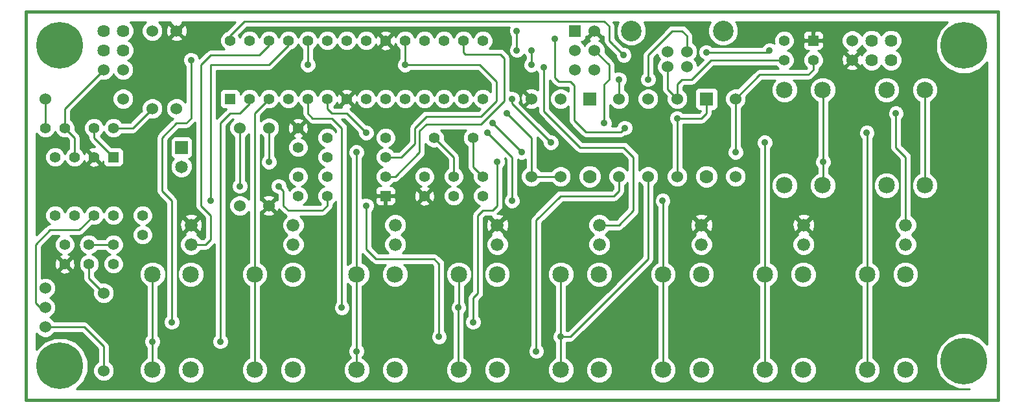
<source format=gtl>
G04 (created by PCBNEW-RS274X (2011-nov-30)-testing) date Mon 02 Jul 2012 10:15:23 AM EDT*
%MOIN*%
G04 Gerber Fmt 3.4, Leading zero omitted, Abs format*
%FSLAX34Y34*%
G01*
G70*
G90*
G04 APERTURE LIST*
%ADD10C,0.006*%
%ADD11C,0.015*%
%ADD12C,0.06*%
%ADD13C,0.085*%
%ADD14R,0.055X0.055*%
%ADD15C,0.055*%
%ADD16R,0.06X0.06*%
%ADD17C,0.066*%
%ADD18C,0.056*%
%ADD19C,0.07*%
%ADD20R,0.07X0.07*%
%ADD21C,0.064*%
%ADD22R,0.065X0.065*%
%ADD23C,0.065*%
%ADD24C,0.24*%
%ADD25C,0.1063*%
%ADD26C,0.035*%
%ADD27C,0.01*%
G04 APERTURE END LIST*
G54D10*
G54D11*
X50000Y20000D02*
X0Y20000D01*
X50000Y0D02*
X50000Y20000D01*
X0Y0D02*
X50000Y0D01*
X0Y20000D02*
X0Y0D01*
G54D12*
X1000Y3750D03*
X1000Y4750D03*
X1000Y5750D03*
G54D13*
X6516Y1540D03*
X6516Y6460D03*
X8484Y1540D03*
X8484Y6460D03*
X11766Y1540D03*
X11766Y6460D03*
X13734Y1540D03*
X13734Y6460D03*
X17016Y1540D03*
X17016Y6460D03*
X18984Y1540D03*
X18984Y6460D03*
X22266Y1540D03*
X22266Y6460D03*
X24234Y1540D03*
X24234Y6460D03*
X27516Y1540D03*
X27516Y6460D03*
X29484Y1540D03*
X29484Y6460D03*
X46234Y15960D03*
X46234Y11040D03*
X44266Y15960D03*
X44266Y11040D03*
X40984Y15960D03*
X40984Y11040D03*
X39016Y15960D03*
X39016Y11040D03*
X43266Y1540D03*
X43266Y6460D03*
X45234Y1540D03*
X45234Y6460D03*
X38016Y1540D03*
X38016Y6460D03*
X39984Y1540D03*
X39984Y6460D03*
X32766Y1540D03*
X32766Y6460D03*
X34734Y1540D03*
X34734Y6460D03*
G54D14*
X40500Y18500D03*
G54D15*
X40500Y17500D03*
G54D12*
X26000Y15500D03*
X26000Y11500D03*
X27500Y11500D03*
X27500Y15500D03*
X36500Y15500D03*
X36500Y11500D03*
X33500Y15500D03*
X33500Y11500D03*
X12500Y10000D03*
X12500Y14000D03*
X11000Y10000D03*
X11000Y14000D03*
X7750Y19000D03*
X7750Y15000D03*
X1000Y15500D03*
X5000Y15500D03*
X6500Y15000D03*
X6500Y19000D03*
X32000Y11500D03*
X32000Y15500D03*
X30500Y11500D03*
X30500Y15500D03*
G54D16*
X28250Y19000D03*
G54D12*
X29250Y19000D03*
X28250Y18000D03*
X29250Y18000D03*
X28250Y17000D03*
X29250Y17000D03*
G54D17*
X40000Y9000D03*
X40000Y8000D03*
X34750Y9000D03*
X34750Y8000D03*
X24250Y9000D03*
X24250Y8000D03*
X8500Y9000D03*
X8500Y8000D03*
X13750Y9000D03*
X13750Y8000D03*
X19000Y9000D03*
X19000Y8000D03*
X29500Y9000D03*
X29500Y8000D03*
X45250Y9000D03*
X45250Y8000D03*
G54D18*
X21000Y13500D03*
X23000Y13500D03*
G54D14*
X18500Y10500D03*
G54D15*
X18500Y11500D03*
X18500Y12500D03*
X18500Y13500D03*
X15500Y13500D03*
X15500Y12500D03*
X15500Y11500D03*
X15500Y10500D03*
G54D14*
X4500Y12500D03*
G54D15*
X3500Y12500D03*
X2500Y12500D03*
X1500Y12500D03*
X1500Y9500D03*
X2500Y9500D03*
X3500Y9500D03*
X4500Y9500D03*
X11500Y15500D03*
X12500Y15500D03*
X13500Y15500D03*
X14500Y15500D03*
X15500Y15500D03*
X16500Y15500D03*
X17500Y15500D03*
X18500Y15500D03*
X19500Y15500D03*
X20500Y15500D03*
X21500Y15500D03*
X22500Y15500D03*
X23500Y15500D03*
G54D14*
X10500Y15500D03*
G54D15*
X23500Y18500D03*
X22500Y18500D03*
X21500Y18500D03*
X20500Y18500D03*
X19500Y18500D03*
X18500Y18500D03*
X17500Y18500D03*
X16500Y18500D03*
X15500Y18500D03*
X14500Y18500D03*
X13500Y18500D03*
X12500Y18500D03*
X11500Y18500D03*
X10500Y18500D03*
G54D19*
X35000Y11500D03*
G54D20*
X35000Y15500D03*
G54D19*
X29000Y11500D03*
G54D20*
X29000Y15500D03*
G54D15*
X6000Y9500D03*
X6000Y8500D03*
X4500Y8000D03*
X4500Y7000D03*
X23500Y11500D03*
X23500Y10500D03*
X22000Y11500D03*
X22000Y10500D03*
X2000Y8000D03*
X2000Y7000D03*
X2000Y14000D03*
X1000Y14000D03*
X14000Y14000D03*
X14000Y13000D03*
X3250Y7000D03*
X3250Y8000D03*
X3500Y14000D03*
X4500Y14000D03*
X20500Y11500D03*
X20500Y10500D03*
X39000Y18500D03*
X39000Y17500D03*
X14000Y11500D03*
X14000Y10500D03*
G54D12*
X5000Y17000D03*
X4000Y17000D03*
G54D21*
X5000Y18000D03*
X4000Y18000D03*
X5000Y19000D03*
X4000Y19000D03*
G54D12*
X42500Y17500D03*
X42500Y18500D03*
G54D21*
X43500Y17500D03*
X43500Y18500D03*
X44500Y17500D03*
X44500Y18500D03*
G54D12*
X4000Y1500D03*
X4000Y5500D03*
G54D22*
X8000Y13000D03*
G54D23*
X8000Y12000D03*
G54D24*
X1750Y18250D03*
X48250Y18250D03*
X1750Y1750D03*
X48250Y2000D03*
G54D12*
X33000Y17150D03*
X34000Y17150D03*
X34000Y17937D03*
X33000Y17937D03*
G54D25*
X31138Y19000D03*
X35862Y19000D03*
G54D26*
X6500Y3000D03*
X10000Y3000D03*
X17000Y12750D03*
X26250Y2500D03*
X17000Y2500D03*
X22250Y4750D03*
X16250Y4750D03*
X27500Y3250D03*
X17500Y10000D03*
X17500Y13750D03*
X21250Y3250D03*
X32750Y10250D03*
X23750Y13750D03*
X25000Y10250D03*
X27000Y13250D03*
X38000Y13250D03*
X25000Y15500D03*
X43250Y13750D03*
X30800Y14000D03*
X27200Y18600D03*
X41000Y12250D03*
X24250Y12250D03*
X23000Y4000D03*
X8500Y17500D03*
X7500Y4000D03*
X30750Y17750D03*
X38250Y18000D03*
X35000Y17900D03*
X32000Y16500D03*
X30500Y16500D03*
X33500Y14500D03*
X44750Y14750D03*
X26647Y17129D03*
X14500Y17250D03*
X9500Y10250D03*
X25250Y19000D03*
X25250Y18000D03*
X29750Y14250D03*
X26000Y18000D03*
X26000Y17250D03*
X19500Y17250D03*
X24750Y14750D03*
X36500Y12750D03*
X25500Y12750D03*
X24000Y14250D03*
X12500Y12250D03*
X13000Y11000D03*
X11000Y11000D03*
G54D27*
X6500Y1556D02*
X6516Y1540D01*
X6500Y3000D02*
X6500Y1556D01*
X6516Y4766D02*
X6516Y6460D01*
X6500Y3000D02*
X6516Y4766D01*
X10000Y14250D02*
X10000Y3000D01*
X10500Y14750D02*
X10000Y14250D01*
X11000Y14750D02*
X10500Y14750D01*
X11500Y15250D02*
X11000Y14750D01*
X11500Y15500D02*
X11500Y15250D01*
X11766Y6460D02*
X11766Y14766D01*
X11766Y14766D02*
X12500Y15500D01*
X11766Y1540D02*
X11766Y6460D01*
X17016Y6460D02*
X17016Y12734D01*
X17016Y12734D02*
X17000Y12750D01*
X17016Y6460D02*
X17016Y1540D01*
X27500Y10500D02*
X27750Y10500D01*
X26250Y9250D02*
X27500Y10500D01*
X26250Y2500D02*
X26250Y9250D01*
X17000Y1556D02*
X17016Y1540D01*
X17000Y2500D02*
X17000Y1556D01*
X30250Y10500D02*
X27750Y10500D01*
X30500Y10750D02*
X30250Y10500D01*
X30500Y11500D02*
X30500Y10750D01*
X22250Y4750D02*
X22250Y1556D01*
X22250Y1556D02*
X22266Y1540D01*
X22266Y6460D02*
X22266Y4766D01*
X22266Y4766D02*
X22250Y4750D01*
X16250Y14000D02*
X16250Y4750D01*
X15750Y14500D02*
X16250Y14000D01*
X14750Y14500D02*
X15750Y14500D01*
X14500Y14750D02*
X14750Y14500D01*
X14500Y15500D02*
X14500Y14750D01*
X27500Y3250D02*
X28000Y3250D01*
X32000Y7250D02*
X32000Y8000D01*
X28000Y3250D02*
X32000Y7250D01*
X27500Y3250D02*
X27500Y1556D01*
X27500Y1556D02*
X27516Y1540D01*
X27516Y6460D02*
X27516Y3266D01*
X27516Y3266D02*
X27500Y3250D01*
X16250Y14750D02*
X16500Y14750D01*
X17500Y10000D02*
X17500Y8250D01*
X16500Y14750D02*
X17500Y13750D01*
X32000Y8000D02*
X32000Y11500D01*
X21250Y7000D02*
X21250Y3250D01*
X21000Y7250D02*
X21250Y7000D01*
X18000Y7250D02*
X21000Y7250D01*
X17500Y7750D02*
X18000Y7250D01*
X17500Y8250D02*
X17500Y7750D01*
X15750Y14750D02*
X16250Y14750D01*
X15500Y15000D02*
X15750Y14750D01*
X15500Y15500D02*
X15500Y15000D01*
X32766Y6460D02*
X32766Y10234D01*
X32766Y10234D02*
X32750Y10250D01*
X32766Y1540D02*
X32766Y6460D01*
X23750Y13750D02*
X25000Y12500D01*
X25000Y12500D02*
X25000Y10250D01*
X25000Y12500D02*
X25000Y10250D01*
X25000Y15500D02*
X25000Y15250D01*
X25000Y15250D02*
X27000Y13250D01*
X38016Y6460D02*
X38016Y13234D01*
X38016Y13234D02*
X38000Y13250D01*
X38016Y1540D02*
X38016Y6460D01*
X43266Y6460D02*
X43266Y13734D01*
X43266Y13734D02*
X43250Y13750D01*
X43266Y1540D02*
X43266Y6460D01*
X28800Y13800D02*
X30600Y13800D01*
X30600Y13800D02*
X30800Y14000D01*
X28200Y14400D02*
X28800Y13800D01*
X28200Y16200D02*
X28200Y14400D01*
X28000Y16400D02*
X28200Y16200D01*
X27400Y16400D02*
X28000Y16400D01*
X27200Y16600D02*
X27400Y16400D01*
X27200Y18600D02*
X27200Y16600D01*
X41000Y12250D02*
X41000Y15944D01*
X41000Y15944D02*
X40984Y15960D01*
X41000Y12250D02*
X41000Y11056D01*
X41000Y11056D02*
X40984Y11040D01*
X41250Y15944D02*
X40984Y15960D01*
X41250Y15944D02*
X40984Y15960D01*
X23250Y8500D02*
X23250Y9500D01*
X24000Y9750D02*
X24250Y10000D01*
X23500Y9750D02*
X24000Y9750D01*
X23250Y9500D02*
X23500Y9750D01*
X24250Y10000D02*
X24250Y12250D01*
X23000Y4000D02*
X23000Y5250D01*
X24250Y10000D02*
X24250Y12250D01*
X23250Y5500D02*
X23250Y8500D01*
X23000Y5250D02*
X23250Y5500D01*
X8500Y14500D02*
X8500Y17500D01*
X8250Y14250D02*
X8500Y14500D01*
X7750Y14250D02*
X8250Y14250D01*
X7000Y13500D02*
X7750Y14250D01*
X7000Y10750D02*
X7000Y13500D01*
X7500Y10250D02*
X7000Y10750D01*
X7500Y4000D02*
X7500Y10250D01*
X35000Y17900D02*
X38150Y17900D01*
X38150Y17900D02*
X38250Y18000D01*
X30200Y18250D02*
X30250Y18250D01*
X30250Y18250D02*
X30750Y17750D01*
X30200Y18300D02*
X30200Y18250D01*
X10500Y18500D02*
X10500Y18750D01*
X10500Y18750D02*
X11250Y19500D01*
X11250Y19500D02*
X29750Y19500D01*
X29750Y19500D02*
X30000Y19250D01*
X30000Y19250D02*
X30000Y18500D01*
X30000Y18500D02*
X30200Y18300D01*
X46234Y15960D02*
X46234Y11040D01*
X22500Y17900D02*
X22500Y18500D01*
X22600Y17800D02*
X22500Y17900D01*
X24400Y17800D02*
X22600Y17800D01*
X24600Y17600D02*
X24400Y17800D01*
X24600Y15400D02*
X24600Y17600D01*
X23400Y14200D02*
X24600Y15400D01*
X20600Y14200D02*
X23400Y14200D01*
X20250Y13850D02*
X20600Y14200D01*
X20250Y12750D02*
X20250Y13850D01*
X19000Y11500D02*
X20250Y12750D01*
X18500Y11500D02*
X19000Y11500D01*
X30500Y15500D02*
X30500Y16500D01*
X32000Y16500D02*
X32000Y17250D01*
X32000Y17750D02*
X33000Y18750D01*
X32000Y17250D02*
X32000Y17750D01*
X34000Y17937D02*
X34000Y18750D01*
X33250Y19000D02*
X33000Y18750D01*
X33750Y19000D02*
X33250Y19000D01*
X34000Y18750D02*
X33750Y19000D01*
X33500Y14500D02*
X33500Y11500D01*
X35000Y14750D02*
X35000Y15500D01*
X34750Y14500D02*
X35000Y14750D01*
X33500Y14500D02*
X34750Y14500D01*
X44750Y14750D02*
X44750Y13000D01*
X45250Y12500D02*
X45250Y9000D01*
X44750Y13000D02*
X45250Y12500D01*
X26647Y14853D02*
X26647Y17129D01*
X28500Y13000D02*
X26647Y14853D01*
X30750Y13000D02*
X28500Y13000D01*
X31250Y12500D02*
X30750Y13000D01*
X31250Y9750D02*
X31250Y12500D01*
X30500Y9000D02*
X31250Y9750D01*
X29500Y9000D02*
X30500Y9000D01*
X14500Y18500D02*
X14500Y17250D01*
X9500Y17250D02*
X9500Y10250D01*
X12500Y17250D02*
X9500Y17250D01*
X13500Y18250D02*
X12500Y17250D01*
X13500Y18500D02*
X13500Y18250D01*
X9000Y10000D02*
X9500Y9500D01*
X9500Y9500D02*
X9500Y9250D01*
X8500Y8000D02*
X9250Y8000D01*
X9250Y8000D02*
X9500Y8250D01*
X9500Y9250D02*
X9500Y8250D01*
X9000Y17250D02*
X9000Y10000D01*
X9500Y17750D02*
X9000Y17250D01*
X12000Y17750D02*
X9500Y17750D01*
X12500Y18250D02*
X12000Y17750D01*
X12500Y18250D02*
X12500Y18500D01*
X25250Y18000D02*
X25250Y19000D01*
X29750Y16250D02*
X29750Y14250D01*
X30000Y16500D02*
X29750Y16250D01*
X30000Y17250D02*
X30000Y16500D01*
X29250Y18000D02*
X30000Y17250D01*
X23350Y17250D02*
X19500Y17250D01*
X24200Y16400D02*
X23350Y17250D01*
X24200Y15400D02*
X24200Y16400D01*
X23400Y14600D02*
X24200Y15400D01*
X20600Y14600D02*
X23400Y14600D01*
X20000Y14000D02*
X20600Y14600D01*
X20000Y13200D02*
X20000Y14000D01*
X19300Y12500D02*
X20000Y13200D01*
X18500Y12500D02*
X19300Y12500D01*
X19500Y18500D02*
X19500Y17250D01*
X26000Y17250D02*
X26000Y18000D01*
X22000Y12500D02*
X22000Y11500D01*
X21000Y13500D02*
X22000Y12500D01*
X23000Y12000D02*
X23500Y11500D01*
X23000Y13500D02*
X23000Y12000D01*
X26000Y13500D02*
X26000Y11500D01*
X24750Y14750D02*
X26000Y13500D01*
X27500Y11500D02*
X26000Y11500D01*
X36500Y15500D02*
X37750Y16750D01*
X40500Y17000D02*
X40500Y17500D01*
X40250Y16750D02*
X40500Y17000D01*
X37750Y16750D02*
X40250Y16750D01*
X36500Y12750D02*
X36500Y15500D01*
X24000Y14250D02*
X25500Y12750D01*
X34250Y16500D02*
X35000Y17250D01*
X33500Y15500D02*
X33500Y16250D01*
X35250Y17500D02*
X36000Y17500D01*
X35000Y17250D02*
X35250Y17500D01*
X36000Y17500D02*
X39000Y17500D01*
X33750Y16500D02*
X34250Y16500D01*
X33500Y16250D02*
X33750Y16500D01*
X33000Y17150D02*
X33000Y16000D01*
X33000Y16000D02*
X33500Y15500D01*
X1000Y3750D02*
X3000Y3750D01*
X4000Y2750D02*
X4000Y1500D01*
X3000Y3750D02*
X4000Y2750D01*
X3250Y7000D02*
X3250Y6250D01*
X3250Y6250D02*
X4000Y5500D01*
X3500Y13500D02*
X4500Y12500D01*
X3500Y14000D02*
X3500Y13500D01*
X2000Y15000D02*
X4000Y17000D01*
X2000Y14000D02*
X2000Y15000D01*
X2500Y13500D02*
X2000Y14000D01*
X2500Y12500D02*
X2500Y13500D01*
X12500Y14000D02*
X12500Y12250D01*
X11000Y14000D02*
X11000Y11000D01*
X13000Y11000D02*
X13250Y10750D01*
X15500Y10000D02*
X15500Y10500D01*
X13250Y10750D02*
X13250Y10000D01*
X13250Y10000D02*
X13500Y9750D01*
X13500Y9750D02*
X15250Y9750D01*
X15250Y9750D02*
X15500Y10000D01*
X500Y6000D02*
X500Y5000D01*
X750Y4750D02*
X1000Y4750D01*
X500Y5000D02*
X750Y4750D01*
X2750Y8750D02*
X3500Y9500D01*
X1250Y8750D02*
X2750Y8750D01*
X500Y8000D02*
X1250Y8750D01*
X500Y6000D02*
X500Y8000D01*
X4500Y8000D02*
X3000Y8000D01*
X5500Y14000D02*
X6500Y15000D01*
X4500Y14000D02*
X5500Y14000D01*
X1000Y14000D02*
X1000Y15500D01*
G54D10*
G36*
X49450Y2850D02*
X49072Y3228D01*
X48540Y3449D01*
X47963Y3450D01*
X47430Y3230D01*
X47022Y2822D01*
X46909Y2550D01*
X46909Y10905D01*
X46909Y11174D01*
X46806Y11422D01*
X46617Y11612D01*
X46534Y11647D01*
X46534Y15354D01*
X46616Y15388D01*
X46806Y15577D01*
X46909Y15825D01*
X46909Y16094D01*
X46806Y16342D01*
X46617Y16532D01*
X46369Y16635D01*
X46100Y16635D01*
X45852Y16532D01*
X45662Y16343D01*
X45559Y16095D01*
X45559Y15826D01*
X45662Y15578D01*
X45851Y15388D01*
X45934Y15354D01*
X45934Y11647D01*
X45852Y11612D01*
X45662Y11423D01*
X45559Y11175D01*
X45559Y10906D01*
X45662Y10658D01*
X45851Y10468D01*
X46099Y10365D01*
X46368Y10365D01*
X46616Y10468D01*
X46806Y10657D01*
X46909Y10905D01*
X46909Y2550D01*
X46801Y2290D01*
X46800Y1713D01*
X47020Y1180D01*
X47428Y772D01*
X47960Y551D01*
X48537Y550D01*
X45909Y550D01*
X45909Y1405D01*
X45909Y1674D01*
X45909Y6325D01*
X45909Y6594D01*
X45830Y6785D01*
X45830Y7884D01*
X45830Y8115D01*
X45742Y8328D01*
X45579Y8491D01*
X45558Y8500D01*
X45578Y8508D01*
X45741Y8671D01*
X45830Y8884D01*
X45830Y9115D01*
X45742Y9328D01*
X45579Y9491D01*
X45550Y9504D01*
X45550Y12500D01*
X45527Y12615D01*
X45462Y12712D01*
X45050Y13124D01*
X45050Y14449D01*
X45110Y14509D01*
X45175Y14665D01*
X45175Y14834D01*
X45111Y14990D01*
X45070Y15031D01*
X45070Y17386D01*
X45070Y17613D01*
X44983Y17823D01*
X44823Y17983D01*
X44782Y18001D01*
X44823Y18017D01*
X44983Y18177D01*
X45070Y18386D01*
X45070Y18613D01*
X44983Y18823D01*
X44823Y18983D01*
X44614Y19070D01*
X44387Y19070D01*
X44177Y18983D01*
X44017Y18823D01*
X43999Y18783D01*
X43983Y18823D01*
X43823Y18983D01*
X43614Y19070D01*
X43387Y19070D01*
X43177Y18983D01*
X43017Y18823D01*
X42988Y18755D01*
X42965Y18811D01*
X42811Y18965D01*
X42609Y19049D01*
X42391Y19049D01*
X42189Y18965D01*
X42035Y18811D01*
X41951Y18609D01*
X41951Y18391D01*
X42035Y18189D01*
X42189Y18035D01*
X42267Y18003D01*
X42214Y17980D01*
X42185Y17885D01*
X42500Y17571D01*
X42815Y17885D01*
X42786Y17980D01*
X42728Y18001D01*
X42811Y18035D01*
X42965Y18189D01*
X42988Y18246D01*
X43017Y18177D01*
X43177Y18017D01*
X43217Y18000D01*
X43177Y17983D01*
X43017Y17823D01*
X42990Y17761D01*
X42980Y17786D01*
X42885Y17815D01*
X42571Y17500D01*
X42885Y17185D01*
X42980Y17214D01*
X42990Y17243D01*
X43017Y17177D01*
X43177Y17017D01*
X43386Y16930D01*
X43613Y16930D01*
X43823Y17017D01*
X43983Y17177D01*
X44000Y17218D01*
X44017Y17177D01*
X44177Y17017D01*
X44386Y16930D01*
X44613Y16930D01*
X44823Y17017D01*
X44983Y17177D01*
X45070Y17386D01*
X45070Y15031D01*
X44991Y15110D01*
X44941Y15131D01*
X44941Y15825D01*
X44941Y16094D01*
X44838Y16342D01*
X44649Y16532D01*
X44401Y16635D01*
X44132Y16635D01*
X43884Y16532D01*
X43694Y16343D01*
X43591Y16095D01*
X43591Y15826D01*
X43694Y15578D01*
X43883Y15388D01*
X44131Y15285D01*
X44400Y15285D01*
X44648Y15388D01*
X44838Y15577D01*
X44941Y15825D01*
X44941Y15131D01*
X44835Y15175D01*
X44666Y15175D01*
X44510Y15111D01*
X44390Y14991D01*
X44325Y14835D01*
X44325Y14666D01*
X44389Y14510D01*
X44450Y14449D01*
X44450Y13000D01*
X44473Y12885D01*
X44538Y12788D01*
X44950Y12376D01*
X44950Y9504D01*
X44941Y9501D01*
X44941Y10905D01*
X44941Y11174D01*
X44838Y11422D01*
X44649Y11612D01*
X44401Y11715D01*
X44132Y11715D01*
X43884Y11612D01*
X43694Y11423D01*
X43591Y11175D01*
X43591Y10906D01*
X43694Y10658D01*
X43883Y10468D01*
X44131Y10365D01*
X44400Y10365D01*
X44648Y10468D01*
X44838Y10657D01*
X44941Y10905D01*
X44941Y9501D01*
X44922Y9492D01*
X44759Y9329D01*
X44670Y9116D01*
X44670Y8885D01*
X44758Y8672D01*
X44921Y8509D01*
X44941Y8501D01*
X44922Y8492D01*
X44759Y8329D01*
X44670Y8116D01*
X44670Y7885D01*
X44758Y7672D01*
X44921Y7509D01*
X45134Y7420D01*
X45365Y7420D01*
X45578Y7508D01*
X45741Y7671D01*
X45830Y7884D01*
X45830Y6785D01*
X45806Y6842D01*
X45617Y7032D01*
X45369Y7135D01*
X45100Y7135D01*
X44852Y7032D01*
X44662Y6843D01*
X44559Y6595D01*
X44559Y6326D01*
X44662Y6078D01*
X44851Y5888D01*
X45099Y5785D01*
X45368Y5785D01*
X45616Y5888D01*
X45806Y6077D01*
X45909Y6325D01*
X45909Y1674D01*
X45806Y1922D01*
X45617Y2112D01*
X45369Y2215D01*
X45100Y2215D01*
X44852Y2112D01*
X44662Y1923D01*
X44559Y1675D01*
X44559Y1406D01*
X44662Y1158D01*
X44851Y968D01*
X45099Y865D01*
X45368Y865D01*
X45616Y968D01*
X45806Y1157D01*
X45909Y1405D01*
X45909Y550D01*
X43941Y550D01*
X43941Y1405D01*
X43941Y1674D01*
X43838Y1922D01*
X43649Y2112D01*
X43566Y2147D01*
X43566Y5854D01*
X43648Y5888D01*
X43838Y6077D01*
X43941Y6325D01*
X43941Y6594D01*
X43838Y6842D01*
X43649Y7032D01*
X43566Y7067D01*
X43566Y13465D01*
X43610Y13509D01*
X43675Y13665D01*
X43675Y13834D01*
X43611Y13990D01*
X43491Y14110D01*
X43335Y14175D01*
X43166Y14175D01*
X43010Y14111D01*
X42890Y13991D01*
X42825Y13835D01*
X42825Y13666D01*
X42889Y13510D01*
X42966Y13433D01*
X42966Y7067D01*
X42884Y7032D01*
X42815Y6964D01*
X42815Y17115D01*
X42500Y17429D01*
X42429Y17359D01*
X42429Y17500D01*
X42115Y17815D01*
X42020Y17786D01*
X41947Y17581D01*
X41958Y17363D01*
X42020Y17214D01*
X42115Y17185D01*
X42429Y17500D01*
X42429Y17359D01*
X42185Y17115D01*
X42214Y17020D01*
X42419Y16947D01*
X42637Y16958D01*
X42786Y17020D01*
X42815Y17115D01*
X42815Y6964D01*
X42694Y6843D01*
X42591Y6595D01*
X42591Y6326D01*
X42694Y6078D01*
X42883Y5888D01*
X42966Y5854D01*
X42966Y2147D01*
X42884Y2112D01*
X42694Y1923D01*
X42591Y1675D01*
X42591Y1406D01*
X42694Y1158D01*
X42883Y968D01*
X43131Y865D01*
X43400Y865D01*
X43648Y968D01*
X43838Y1157D01*
X43941Y1405D01*
X43941Y550D01*
X41659Y550D01*
X41659Y10905D01*
X41659Y11174D01*
X41556Y11422D01*
X41367Y11612D01*
X41300Y11640D01*
X41300Y11949D01*
X41360Y12009D01*
X41425Y12165D01*
X41425Y12334D01*
X41361Y12490D01*
X41300Y12551D01*
X41300Y15361D01*
X41366Y15388D01*
X41556Y15577D01*
X41659Y15825D01*
X41659Y16094D01*
X41556Y16342D01*
X41367Y16532D01*
X41119Y16635D01*
X41025Y16635D01*
X41025Y17395D01*
X41025Y17604D01*
X40945Y17797D01*
X40798Y17945D01*
X40723Y17976D01*
X40726Y17976D01*
X40825Y17976D01*
X40916Y18014D01*
X40986Y18084D01*
X41024Y18176D01*
X41025Y18388D01*
X41025Y18612D01*
X41024Y18824D01*
X40986Y18916D01*
X40916Y18986D01*
X40825Y19024D01*
X40726Y19024D01*
X40612Y19025D01*
X40550Y18963D01*
X40550Y18550D01*
X40963Y18550D01*
X41025Y18612D01*
X41025Y18388D01*
X40963Y18450D01*
X40600Y18450D01*
X40550Y18450D01*
X40450Y18450D01*
X40450Y18550D01*
X40450Y18963D01*
X40388Y19025D01*
X40274Y19024D01*
X40175Y19024D01*
X40084Y18986D01*
X40014Y18916D01*
X39976Y18824D01*
X39975Y18612D01*
X40037Y18550D01*
X40450Y18550D01*
X40450Y18450D01*
X40400Y18450D01*
X40037Y18450D01*
X39975Y18388D01*
X39976Y18176D01*
X40014Y18084D01*
X40084Y18014D01*
X40175Y17976D01*
X40274Y17976D01*
X40203Y17945D01*
X40055Y17798D01*
X39975Y17605D01*
X39975Y17396D01*
X40055Y17203D01*
X40166Y17091D01*
X40125Y17050D01*
X39284Y17050D01*
X39297Y17055D01*
X39445Y17202D01*
X39525Y17395D01*
X39525Y17604D01*
X39445Y17797D01*
X39298Y17945D01*
X39164Y18001D01*
X39297Y18055D01*
X39445Y18202D01*
X39525Y18395D01*
X39525Y18604D01*
X39445Y18797D01*
X39298Y18945D01*
X39105Y19025D01*
X38896Y19025D01*
X38703Y18945D01*
X38555Y18798D01*
X38475Y18605D01*
X38475Y18396D01*
X38489Y18361D01*
X38335Y18425D01*
X38166Y18425D01*
X38010Y18361D01*
X37890Y18241D01*
X37872Y18200D01*
X35301Y18200D01*
X35241Y18260D01*
X35085Y18325D01*
X34916Y18325D01*
X34760Y18261D01*
X34640Y18141D01*
X34575Y17985D01*
X34575Y17816D01*
X34639Y17660D01*
X34759Y17540D01*
X34834Y17509D01*
X34789Y17464D01*
X34787Y17462D01*
X34549Y17224D01*
X34549Y17259D01*
X34465Y17461D01*
X34382Y17544D01*
X34465Y17626D01*
X34549Y17828D01*
X34549Y18046D01*
X34465Y18248D01*
X34311Y18402D01*
X34300Y18407D01*
X34300Y18750D01*
X34277Y18865D01*
X34212Y18962D01*
X34212Y18963D01*
X33962Y19212D01*
X33865Y19277D01*
X33750Y19300D01*
X33250Y19300D01*
X33135Y19277D01*
X33037Y19212D01*
X32788Y18962D01*
X31788Y17962D01*
X31723Y17865D01*
X31700Y17750D01*
X31700Y17250D01*
X31700Y16801D01*
X31640Y16741D01*
X31575Y16585D01*
X31575Y16416D01*
X31639Y16260D01*
X31759Y16140D01*
X31915Y16075D01*
X32084Y16075D01*
X32240Y16139D01*
X32360Y16259D01*
X32425Y16415D01*
X32425Y16584D01*
X32361Y16740D01*
X32300Y16801D01*
X32300Y17250D01*
X32300Y17626D01*
X32465Y17792D01*
X32535Y17626D01*
X32617Y17544D01*
X32535Y17461D01*
X32451Y17259D01*
X32451Y17041D01*
X32535Y16839D01*
X32689Y16685D01*
X32700Y16681D01*
X32700Y16000D01*
X32723Y15885D01*
X32788Y15788D01*
X32955Y15621D01*
X32951Y15609D01*
X32951Y15391D01*
X33035Y15189D01*
X33189Y15035D01*
X33391Y14951D01*
X33609Y14951D01*
X33811Y15035D01*
X33965Y15189D01*
X34049Y15391D01*
X34049Y15609D01*
X33965Y15811D01*
X33811Y15965D01*
X33800Y15970D01*
X33800Y16126D01*
X33874Y16200D01*
X34250Y16200D01*
X34365Y16223D01*
X34462Y16288D01*
X35212Y17037D01*
X35212Y17038D01*
X35213Y17040D01*
X35374Y17200D01*
X36000Y17200D01*
X38557Y17200D01*
X38702Y17055D01*
X38714Y17050D01*
X37750Y17050D01*
X37635Y17027D01*
X37537Y16962D01*
X36620Y16045D01*
X36609Y16049D01*
X36391Y16049D01*
X36189Y15965D01*
X36035Y15811D01*
X35951Y15609D01*
X35951Y15391D01*
X36035Y15189D01*
X36189Y15035D01*
X36200Y15031D01*
X36200Y13051D01*
X36140Y12991D01*
X36075Y12835D01*
X36075Y12666D01*
X36139Y12510D01*
X36259Y12390D01*
X36415Y12325D01*
X36584Y12325D01*
X36740Y12389D01*
X36860Y12509D01*
X36925Y12665D01*
X36925Y12834D01*
X36861Y12990D01*
X36800Y13051D01*
X36800Y15031D01*
X36811Y15035D01*
X36965Y15189D01*
X37049Y15391D01*
X37049Y15609D01*
X37044Y15621D01*
X37874Y16450D01*
X38551Y16450D01*
X38444Y16343D01*
X38341Y16095D01*
X38341Y15826D01*
X38444Y15578D01*
X38633Y15388D01*
X38881Y15285D01*
X39150Y15285D01*
X39398Y15388D01*
X39588Y15577D01*
X39691Y15825D01*
X39691Y16094D01*
X39588Y16342D01*
X39480Y16450D01*
X40250Y16450D01*
X40365Y16473D01*
X40462Y16538D01*
X40712Y16787D01*
X40712Y16788D01*
X40777Y16885D01*
X40799Y17000D01*
X40800Y17000D01*
X40800Y17058D01*
X40945Y17202D01*
X41025Y17395D01*
X41025Y16635D01*
X40850Y16635D01*
X40602Y16532D01*
X40412Y16343D01*
X40309Y16095D01*
X40309Y15826D01*
X40412Y15578D01*
X40601Y15388D01*
X40700Y15347D01*
X40700Y12551D01*
X40640Y12491D01*
X40575Y12335D01*
X40575Y12166D01*
X40639Y12010D01*
X40700Y11949D01*
X40700Y11653D01*
X40602Y11612D01*
X40412Y11423D01*
X40309Y11175D01*
X40309Y10906D01*
X40412Y10658D01*
X40601Y10468D01*
X40849Y10365D01*
X41118Y10365D01*
X41366Y10468D01*
X41556Y10657D01*
X41659Y10905D01*
X41659Y550D01*
X40659Y550D01*
X40659Y1405D01*
X40659Y1674D01*
X40659Y6325D01*
X40659Y6594D01*
X40583Y6777D01*
X40583Y8912D01*
X40573Y9141D01*
X40505Y9305D01*
X40407Y9337D01*
X40337Y9267D01*
X40337Y9407D01*
X40305Y9505D01*
X40088Y9583D01*
X39859Y9573D01*
X39695Y9505D01*
X39691Y9493D01*
X39691Y10905D01*
X39691Y11174D01*
X39588Y11422D01*
X39399Y11612D01*
X39151Y11715D01*
X38882Y11715D01*
X38634Y11612D01*
X38444Y11423D01*
X38341Y11175D01*
X38341Y10906D01*
X38444Y10658D01*
X38633Y10468D01*
X38881Y10365D01*
X39150Y10365D01*
X39398Y10468D01*
X39588Y10657D01*
X39691Y10905D01*
X39691Y9493D01*
X39663Y9407D01*
X40000Y9071D01*
X40337Y9407D01*
X40337Y9267D01*
X40071Y9000D01*
X40407Y8663D01*
X40505Y8695D01*
X40583Y8912D01*
X40583Y6777D01*
X40580Y6785D01*
X40580Y7884D01*
X40580Y8115D01*
X40492Y8328D01*
X40329Y8491D01*
X40306Y8501D01*
X40337Y8593D01*
X40000Y8929D01*
X39929Y8859D01*
X39929Y9000D01*
X39593Y9337D01*
X39495Y9305D01*
X39417Y9088D01*
X39427Y8859D01*
X39495Y8695D01*
X39593Y8663D01*
X39929Y9000D01*
X39929Y8859D01*
X39663Y8593D01*
X39693Y8501D01*
X39672Y8492D01*
X39509Y8329D01*
X39420Y8116D01*
X39420Y7885D01*
X39508Y7672D01*
X39671Y7509D01*
X39884Y7420D01*
X40115Y7420D01*
X40328Y7508D01*
X40491Y7671D01*
X40580Y7884D01*
X40580Y6785D01*
X40556Y6842D01*
X40367Y7032D01*
X40119Y7135D01*
X39850Y7135D01*
X39602Y7032D01*
X39412Y6843D01*
X39309Y6595D01*
X39309Y6326D01*
X39412Y6078D01*
X39601Y5888D01*
X39849Y5785D01*
X40118Y5785D01*
X40366Y5888D01*
X40556Y6077D01*
X40659Y6325D01*
X40659Y1674D01*
X40556Y1922D01*
X40367Y2112D01*
X40119Y2215D01*
X39850Y2215D01*
X39602Y2112D01*
X39412Y1923D01*
X39309Y1675D01*
X39309Y1406D01*
X39412Y1158D01*
X39601Y968D01*
X39849Y865D01*
X40118Y865D01*
X40366Y968D01*
X40556Y1157D01*
X40659Y1405D01*
X40659Y550D01*
X38691Y550D01*
X38691Y1405D01*
X38691Y1674D01*
X38588Y1922D01*
X38399Y2112D01*
X38316Y2147D01*
X38316Y5854D01*
X38398Y5888D01*
X38588Y6077D01*
X38691Y6325D01*
X38691Y6594D01*
X38588Y6842D01*
X38399Y7032D01*
X38316Y7067D01*
X38316Y12965D01*
X38360Y13009D01*
X38425Y13165D01*
X38425Y13334D01*
X38361Y13490D01*
X38241Y13610D01*
X38085Y13675D01*
X37916Y13675D01*
X37760Y13611D01*
X37640Y13491D01*
X37575Y13335D01*
X37575Y13166D01*
X37639Y13010D01*
X37716Y12933D01*
X37716Y7067D01*
X37634Y7032D01*
X37444Y6843D01*
X37341Y6595D01*
X37341Y6326D01*
X37444Y6078D01*
X37633Y5888D01*
X37716Y5854D01*
X37716Y2147D01*
X37634Y2112D01*
X37444Y1923D01*
X37341Y1675D01*
X37341Y1406D01*
X37444Y1158D01*
X37633Y968D01*
X37881Y865D01*
X38150Y865D01*
X38398Y968D01*
X38588Y1157D01*
X38691Y1405D01*
X38691Y550D01*
X37049Y550D01*
X37049Y11391D01*
X37049Y11609D01*
X36965Y11811D01*
X36811Y11965D01*
X36609Y12049D01*
X36391Y12049D01*
X36189Y11965D01*
X36035Y11811D01*
X35951Y11609D01*
X35951Y11391D01*
X36035Y11189D01*
X36189Y11035D01*
X36391Y10951D01*
X36609Y10951D01*
X36811Y11035D01*
X36965Y11189D01*
X37049Y11391D01*
X37049Y550D01*
X35599Y550D01*
X35599Y11381D01*
X35599Y11619D01*
X35599Y15100D01*
X35599Y15199D01*
X35599Y15899D01*
X35561Y15991D01*
X35491Y16061D01*
X35400Y16099D01*
X35301Y16099D01*
X34601Y16099D01*
X34509Y16061D01*
X34439Y15991D01*
X34401Y15900D01*
X34401Y15801D01*
X34401Y15101D01*
X34439Y15009D01*
X34509Y14939D01*
X34600Y14901D01*
X34699Y14901D01*
X34700Y14901D01*
X34700Y14875D01*
X34625Y14800D01*
X33801Y14800D01*
X33741Y14860D01*
X33585Y14925D01*
X33416Y14925D01*
X33260Y14861D01*
X33140Y14741D01*
X33075Y14585D01*
X33075Y14416D01*
X33139Y14260D01*
X33200Y14199D01*
X33200Y11970D01*
X33189Y11965D01*
X33035Y11811D01*
X32951Y11609D01*
X32951Y11391D01*
X33035Y11189D01*
X33189Y11035D01*
X33391Y10951D01*
X33609Y10951D01*
X33811Y11035D01*
X33965Y11189D01*
X34049Y11391D01*
X34049Y11609D01*
X33965Y11811D01*
X33811Y11965D01*
X33800Y11970D01*
X33800Y14199D01*
X33800Y14200D01*
X33801Y14200D01*
X34750Y14200D01*
X34865Y14223D01*
X34962Y14288D01*
X35212Y14537D01*
X35212Y14538D01*
X35277Y14635D01*
X35299Y14750D01*
X35300Y14750D01*
X35300Y14901D01*
X35399Y14901D01*
X35491Y14939D01*
X35561Y15009D01*
X35599Y15100D01*
X35599Y11619D01*
X35508Y11839D01*
X35339Y12008D01*
X35119Y12099D01*
X34881Y12099D01*
X34661Y12008D01*
X34492Y11839D01*
X34401Y11619D01*
X34401Y11381D01*
X34492Y11161D01*
X34661Y10992D01*
X34881Y10901D01*
X35119Y10901D01*
X35339Y10992D01*
X35508Y11161D01*
X35599Y11381D01*
X35599Y550D01*
X35409Y550D01*
X35409Y1405D01*
X35409Y1674D01*
X35409Y6325D01*
X35409Y6594D01*
X35333Y6777D01*
X35333Y8912D01*
X35323Y9141D01*
X35255Y9305D01*
X35157Y9337D01*
X35087Y9267D01*
X35087Y9407D01*
X35055Y9505D01*
X34838Y9583D01*
X34609Y9573D01*
X34445Y9505D01*
X34413Y9407D01*
X34750Y9071D01*
X35087Y9407D01*
X35087Y9267D01*
X34821Y9000D01*
X35157Y8663D01*
X35255Y8695D01*
X35333Y8912D01*
X35333Y6777D01*
X35330Y6785D01*
X35330Y7884D01*
X35330Y8115D01*
X35242Y8328D01*
X35079Y8491D01*
X35056Y8501D01*
X35087Y8593D01*
X34750Y8929D01*
X34679Y8859D01*
X34679Y9000D01*
X34343Y9337D01*
X34245Y9305D01*
X34167Y9088D01*
X34177Y8859D01*
X34245Y8695D01*
X34343Y8663D01*
X34679Y9000D01*
X34679Y8859D01*
X34413Y8593D01*
X34443Y8501D01*
X34422Y8492D01*
X34259Y8329D01*
X34170Y8116D01*
X34170Y7885D01*
X34258Y7672D01*
X34421Y7509D01*
X34634Y7420D01*
X34865Y7420D01*
X35078Y7508D01*
X35241Y7671D01*
X35330Y7884D01*
X35330Y6785D01*
X35306Y6842D01*
X35117Y7032D01*
X34869Y7135D01*
X34600Y7135D01*
X34352Y7032D01*
X34162Y6843D01*
X34059Y6595D01*
X34059Y6326D01*
X34162Y6078D01*
X34351Y5888D01*
X34599Y5785D01*
X34868Y5785D01*
X35116Y5888D01*
X35306Y6077D01*
X35409Y6325D01*
X35409Y1674D01*
X35306Y1922D01*
X35117Y2112D01*
X34869Y2215D01*
X34600Y2215D01*
X34352Y2112D01*
X34162Y1923D01*
X34059Y1675D01*
X34059Y1406D01*
X34162Y1158D01*
X34351Y968D01*
X34599Y865D01*
X34868Y865D01*
X35116Y968D01*
X35306Y1157D01*
X35409Y1405D01*
X35409Y550D01*
X33441Y550D01*
X33441Y1405D01*
X33441Y1674D01*
X33338Y1922D01*
X33149Y2112D01*
X33066Y2147D01*
X33066Y5854D01*
X33148Y5888D01*
X33338Y6077D01*
X33441Y6325D01*
X33441Y6594D01*
X33338Y6842D01*
X33149Y7032D01*
X33066Y7067D01*
X33066Y9965D01*
X33110Y10009D01*
X33175Y10165D01*
X33175Y10334D01*
X33111Y10490D01*
X32991Y10610D01*
X32835Y10675D01*
X32666Y10675D01*
X32510Y10611D01*
X32390Y10491D01*
X32325Y10335D01*
X32325Y10166D01*
X32389Y10010D01*
X32466Y9933D01*
X32466Y7067D01*
X32384Y7032D01*
X32194Y6843D01*
X32091Y6595D01*
X32091Y6326D01*
X32194Y6078D01*
X32383Y5888D01*
X32466Y5854D01*
X32466Y2147D01*
X32384Y2112D01*
X32194Y1923D01*
X32091Y1675D01*
X32091Y1406D01*
X32194Y1158D01*
X32383Y968D01*
X32631Y865D01*
X32900Y865D01*
X33148Y968D01*
X33338Y1157D01*
X33441Y1405D01*
X33441Y550D01*
X30159Y550D01*
X30159Y1405D01*
X30159Y1674D01*
X30056Y1922D01*
X29867Y2112D01*
X29619Y2215D01*
X29350Y2215D01*
X29102Y2112D01*
X28912Y1923D01*
X28809Y1675D01*
X28809Y1406D01*
X28912Y1158D01*
X29101Y968D01*
X29349Y865D01*
X29618Y865D01*
X29866Y968D01*
X30056Y1157D01*
X30159Y1405D01*
X30159Y550D01*
X24909Y550D01*
X24909Y1405D01*
X24909Y1674D01*
X24909Y6325D01*
X24909Y6594D01*
X24833Y6777D01*
X24833Y8912D01*
X24823Y9141D01*
X24755Y9305D01*
X24657Y9337D01*
X24321Y9000D01*
X24657Y8663D01*
X24755Y8695D01*
X24833Y8912D01*
X24833Y6777D01*
X24830Y6785D01*
X24830Y7884D01*
X24830Y8115D01*
X24742Y8328D01*
X24579Y8491D01*
X24556Y8501D01*
X24587Y8593D01*
X24250Y8929D01*
X24179Y8859D01*
X24179Y9000D01*
X23843Y9337D01*
X23745Y9305D01*
X23667Y9088D01*
X23677Y8859D01*
X23745Y8695D01*
X23843Y8663D01*
X24179Y9000D01*
X24179Y8859D01*
X23913Y8593D01*
X23943Y8501D01*
X23922Y8492D01*
X23759Y8329D01*
X23670Y8116D01*
X23670Y7885D01*
X23758Y7672D01*
X23921Y7509D01*
X24134Y7420D01*
X24365Y7420D01*
X24578Y7508D01*
X24741Y7671D01*
X24830Y7884D01*
X24830Y6785D01*
X24806Y6842D01*
X24617Y7032D01*
X24369Y7135D01*
X24100Y7135D01*
X23852Y7032D01*
X23662Y6843D01*
X23559Y6595D01*
X23559Y6326D01*
X23662Y6078D01*
X23851Y5888D01*
X24099Y5785D01*
X24368Y5785D01*
X24616Y5888D01*
X24806Y6077D01*
X24909Y6325D01*
X24909Y1674D01*
X24806Y1922D01*
X24617Y2112D01*
X24369Y2215D01*
X24100Y2215D01*
X23852Y2112D01*
X23662Y1923D01*
X23559Y1675D01*
X23559Y1406D01*
X23662Y1158D01*
X23851Y968D01*
X24099Y865D01*
X24368Y865D01*
X24616Y968D01*
X24806Y1157D01*
X24909Y1405D01*
X24909Y550D01*
X22941Y550D01*
X22941Y1405D01*
X22941Y1674D01*
X22838Y1922D01*
X22649Y2112D01*
X22550Y2154D01*
X22550Y4449D01*
X22610Y4509D01*
X22675Y4665D01*
X22675Y4834D01*
X22611Y4990D01*
X22566Y5035D01*
X22566Y5854D01*
X22648Y5888D01*
X22838Y6077D01*
X22941Y6325D01*
X22941Y6594D01*
X22838Y6842D01*
X22649Y7032D01*
X22401Y7135D01*
X22132Y7135D01*
X21884Y7032D01*
X21694Y6843D01*
X21591Y6595D01*
X21591Y6326D01*
X21694Y6078D01*
X21883Y5888D01*
X21966Y5854D01*
X21966Y5067D01*
X21890Y4991D01*
X21825Y4835D01*
X21825Y4666D01*
X21889Y4510D01*
X21950Y4449D01*
X21950Y2140D01*
X21884Y2112D01*
X21694Y1923D01*
X21591Y1675D01*
X21591Y1406D01*
X21694Y1158D01*
X21883Y968D01*
X22131Y865D01*
X22400Y865D01*
X22648Y968D01*
X22838Y1157D01*
X22941Y1405D01*
X22941Y550D01*
X19659Y550D01*
X19659Y1405D01*
X19659Y1674D01*
X19556Y1922D01*
X19367Y2112D01*
X19119Y2215D01*
X18850Y2215D01*
X18602Y2112D01*
X18412Y1923D01*
X18309Y1675D01*
X18309Y1406D01*
X18412Y1158D01*
X18601Y968D01*
X18849Y865D01*
X19118Y865D01*
X19366Y968D01*
X19556Y1157D01*
X19659Y1405D01*
X19659Y550D01*
X14409Y550D01*
X14409Y1405D01*
X14409Y1674D01*
X14409Y6325D01*
X14409Y6594D01*
X14306Y6842D01*
X14117Y7032D01*
X13869Y7135D01*
X13600Y7135D01*
X13352Y7032D01*
X13162Y6843D01*
X13059Y6595D01*
X13059Y6326D01*
X13162Y6078D01*
X13351Y5888D01*
X13599Y5785D01*
X13868Y5785D01*
X14116Y5888D01*
X14306Y6077D01*
X14409Y6325D01*
X14409Y1674D01*
X14306Y1922D01*
X14117Y2112D01*
X13869Y2215D01*
X13600Y2215D01*
X13352Y2112D01*
X13162Y1923D01*
X13059Y1675D01*
X13059Y1406D01*
X13162Y1158D01*
X13351Y968D01*
X13599Y865D01*
X13868Y865D01*
X14116Y968D01*
X14306Y1157D01*
X14409Y1405D01*
X14409Y550D01*
X12815Y550D01*
X12815Y9615D01*
X12500Y9929D01*
X12185Y9615D01*
X12214Y9520D01*
X12419Y9447D01*
X12637Y9458D01*
X12786Y9520D01*
X12815Y9615D01*
X12815Y550D01*
X9159Y550D01*
X9159Y1405D01*
X9159Y1674D01*
X9159Y6325D01*
X9159Y6594D01*
X9056Y6842D01*
X8867Y7032D01*
X8619Y7135D01*
X8350Y7135D01*
X8102Y7032D01*
X7912Y6843D01*
X7809Y6595D01*
X7809Y6326D01*
X7912Y6078D01*
X8101Y5888D01*
X8349Y5785D01*
X8618Y5785D01*
X8866Y5888D01*
X9056Y6077D01*
X9159Y6325D01*
X9159Y1674D01*
X9056Y1922D01*
X8867Y2112D01*
X8619Y2215D01*
X8350Y2215D01*
X8102Y2112D01*
X7912Y1923D01*
X7809Y1675D01*
X7809Y1406D01*
X7912Y1158D01*
X8101Y968D01*
X8349Y865D01*
X8618Y865D01*
X8866Y968D01*
X9056Y1157D01*
X9159Y1405D01*
X9159Y550D01*
X7191Y550D01*
X7191Y1405D01*
X7191Y1674D01*
X7088Y1922D01*
X6899Y2112D01*
X6800Y2154D01*
X6800Y2699D01*
X6860Y2759D01*
X6925Y2915D01*
X6925Y3084D01*
X6861Y3240D01*
X6802Y3299D01*
X6814Y4761D01*
X6815Y4763D01*
X6816Y4766D01*
X6816Y5854D01*
X6898Y5888D01*
X7088Y6077D01*
X7191Y6325D01*
X7191Y6594D01*
X7088Y6842D01*
X6899Y7032D01*
X6651Y7135D01*
X6525Y7135D01*
X6525Y8395D01*
X6525Y8604D01*
X6445Y8797D01*
X6298Y8945D01*
X6164Y9001D01*
X6297Y9055D01*
X6445Y9202D01*
X6525Y9395D01*
X6525Y9604D01*
X6445Y9797D01*
X6298Y9945D01*
X6105Y10025D01*
X5896Y10025D01*
X5703Y9945D01*
X5555Y9798D01*
X5475Y9605D01*
X5475Y9396D01*
X5555Y9203D01*
X5702Y9055D01*
X5835Y9000D01*
X5703Y8945D01*
X5555Y8798D01*
X5475Y8605D01*
X5475Y8396D01*
X5555Y8203D01*
X5702Y8055D01*
X5895Y7975D01*
X6104Y7975D01*
X6297Y8055D01*
X6445Y8202D01*
X6525Y8395D01*
X6525Y7135D01*
X6382Y7135D01*
X6134Y7032D01*
X5944Y6843D01*
X5841Y6595D01*
X5841Y6326D01*
X5944Y6078D01*
X6133Y5888D01*
X6216Y5854D01*
X6216Y4774D01*
X6215Y4769D01*
X6202Y3304D01*
X6140Y3241D01*
X6075Y3085D01*
X6075Y2916D01*
X6139Y2760D01*
X6200Y2699D01*
X6200Y2140D01*
X6134Y2112D01*
X5944Y1923D01*
X5841Y1675D01*
X5841Y1406D01*
X5944Y1158D01*
X6133Y968D01*
X6381Y865D01*
X6650Y865D01*
X6898Y968D01*
X7088Y1157D01*
X7191Y1405D01*
X7191Y550D01*
X5025Y550D01*
X5025Y6895D01*
X5025Y7104D01*
X4945Y7297D01*
X4798Y7445D01*
X4664Y7501D01*
X4797Y7555D01*
X4945Y7702D01*
X5025Y7895D01*
X5025Y8104D01*
X4945Y8297D01*
X4798Y8445D01*
X4605Y8525D01*
X4396Y8525D01*
X4203Y8445D01*
X4057Y8300D01*
X3692Y8300D01*
X3548Y8445D01*
X3355Y8525D01*
X3146Y8525D01*
X2953Y8445D01*
X2805Y8298D01*
X2739Y8140D01*
X2723Y8115D01*
X2700Y8000D01*
X2723Y7885D01*
X2740Y7860D01*
X2805Y7703D01*
X2952Y7555D01*
X3085Y7500D01*
X2953Y7445D01*
X2805Y7298D01*
X2725Y7105D01*
X2725Y6896D01*
X2805Y6703D01*
X2950Y6558D01*
X2950Y6250D01*
X2973Y6135D01*
X3038Y6038D01*
X3455Y5620D01*
X3451Y5609D01*
X3451Y5391D01*
X3535Y5189D01*
X3689Y5035D01*
X3891Y4951D01*
X4109Y4951D01*
X4311Y5035D01*
X4465Y5189D01*
X4549Y5391D01*
X4549Y5609D01*
X4465Y5811D01*
X4311Y5965D01*
X4109Y6049D01*
X3891Y6049D01*
X3880Y6045D01*
X3550Y6375D01*
X3550Y6558D01*
X3695Y6702D01*
X3775Y6895D01*
X3775Y7104D01*
X3695Y7297D01*
X3548Y7445D01*
X3414Y7501D01*
X3547Y7555D01*
X3692Y7700D01*
X4057Y7700D01*
X4202Y7555D01*
X4335Y7500D01*
X4203Y7445D01*
X4055Y7298D01*
X3975Y7105D01*
X3975Y6896D01*
X4055Y6703D01*
X4202Y6555D01*
X4395Y6475D01*
X4604Y6475D01*
X4797Y6555D01*
X4945Y6702D01*
X5025Y6895D01*
X5025Y550D01*
X2600Y550D01*
X2978Y928D01*
X3199Y1460D01*
X3200Y2037D01*
X2980Y2570D01*
X2572Y2978D01*
X2040Y3199D01*
X1463Y3200D01*
X930Y2980D01*
X550Y2600D01*
X550Y3424D01*
X689Y3285D01*
X891Y3201D01*
X1109Y3201D01*
X1311Y3285D01*
X1465Y3439D01*
X1469Y3450D01*
X2876Y3450D01*
X3700Y2626D01*
X3700Y1970D01*
X3689Y1965D01*
X3535Y1811D01*
X3451Y1609D01*
X3451Y1391D01*
X3535Y1189D01*
X3689Y1035D01*
X3891Y951D01*
X4109Y951D01*
X4311Y1035D01*
X4465Y1189D01*
X4549Y1391D01*
X4549Y1609D01*
X4465Y1811D01*
X4311Y1965D01*
X4300Y1970D01*
X4300Y2750D01*
X4277Y2865D01*
X4212Y2962D01*
X3212Y3962D01*
X3115Y4027D01*
X3000Y4050D01*
X2530Y4050D01*
X2530Y6924D01*
X2518Y7132D01*
X2460Y7272D01*
X2368Y7297D01*
X2071Y7000D01*
X2368Y6703D01*
X2460Y6728D01*
X2530Y6924D01*
X2530Y4050D01*
X2297Y4050D01*
X2297Y6632D01*
X2000Y6929D01*
X1929Y6858D01*
X1929Y7000D01*
X1632Y7297D01*
X1540Y7272D01*
X1470Y7076D01*
X1482Y6868D01*
X1540Y6728D01*
X1632Y6703D01*
X1929Y7000D01*
X1929Y6858D01*
X1703Y6632D01*
X1728Y6540D01*
X1924Y6470D01*
X2132Y6482D01*
X2272Y6540D01*
X2297Y6632D01*
X2297Y4050D01*
X1469Y4050D01*
X1465Y4061D01*
X1311Y4215D01*
X1226Y4250D01*
X1311Y4285D01*
X1465Y4439D01*
X1549Y4641D01*
X1549Y4859D01*
X1465Y5061D01*
X1311Y5215D01*
X1226Y5250D01*
X1311Y5285D01*
X1465Y5439D01*
X1549Y5641D01*
X1549Y5859D01*
X1465Y6061D01*
X1311Y6215D01*
X1109Y6299D01*
X891Y6299D01*
X800Y6262D01*
X800Y7876D01*
X1374Y8450D01*
X1715Y8450D01*
X1703Y8445D01*
X1555Y8298D01*
X1475Y8105D01*
X1475Y7896D01*
X1555Y7703D01*
X1702Y7555D01*
X1829Y7503D01*
X1728Y7460D01*
X1703Y7368D01*
X2000Y7071D01*
X2297Y7368D01*
X2272Y7460D01*
X2162Y7500D01*
X2297Y7555D01*
X2445Y7702D01*
X2525Y7895D01*
X2525Y8104D01*
X2445Y8297D01*
X2298Y8445D01*
X2285Y8450D01*
X2750Y8450D01*
X2865Y8473D01*
X2962Y8538D01*
X3399Y8975D01*
X3604Y8975D01*
X3797Y9055D01*
X3945Y9202D01*
X4000Y9336D01*
X4055Y9203D01*
X4202Y9055D01*
X4395Y8975D01*
X4604Y8975D01*
X4797Y9055D01*
X4945Y9202D01*
X5025Y9395D01*
X5025Y9604D01*
X4945Y9797D01*
X4798Y9945D01*
X4605Y10025D01*
X4396Y10025D01*
X4203Y9945D01*
X4055Y9798D01*
X3999Y9665D01*
X3945Y9797D01*
X3798Y9945D01*
X3797Y9946D01*
X3797Y12132D01*
X3500Y12429D01*
X3203Y12132D01*
X3228Y12040D01*
X3424Y11970D01*
X3632Y11982D01*
X3772Y12040D01*
X3797Y12132D01*
X3797Y9946D01*
X3605Y10025D01*
X3396Y10025D01*
X3203Y9945D01*
X3055Y9798D01*
X2999Y9665D01*
X2945Y9797D01*
X2798Y9945D01*
X2605Y10025D01*
X2396Y10025D01*
X2203Y9945D01*
X2055Y9798D01*
X1999Y9665D01*
X1945Y9797D01*
X1798Y9945D01*
X1605Y10025D01*
X1396Y10025D01*
X1203Y9945D01*
X1055Y9798D01*
X975Y9605D01*
X975Y9396D01*
X1055Y9203D01*
X1202Y9055D01*
X1225Y9046D01*
X1135Y9027D01*
X1037Y8962D01*
X550Y8475D01*
X550Y13716D01*
X555Y13703D01*
X702Y13555D01*
X895Y13475D01*
X1104Y13475D01*
X1297Y13555D01*
X1445Y13702D01*
X1500Y13836D01*
X1555Y13703D01*
X1702Y13555D01*
X1895Y13475D01*
X2101Y13475D01*
X2200Y13376D01*
X2200Y12943D01*
X2055Y12798D01*
X1999Y12665D01*
X1945Y12797D01*
X1798Y12945D01*
X1605Y13025D01*
X1396Y13025D01*
X1203Y12945D01*
X1055Y12798D01*
X975Y12605D01*
X975Y12396D01*
X1055Y12203D01*
X1202Y12055D01*
X1395Y11975D01*
X1604Y11975D01*
X1797Y12055D01*
X1945Y12202D01*
X2000Y12336D01*
X2055Y12203D01*
X2202Y12055D01*
X2395Y11975D01*
X2604Y11975D01*
X2797Y12055D01*
X2945Y12202D01*
X2997Y12330D01*
X3040Y12228D01*
X3132Y12203D01*
X3429Y12500D01*
X3132Y12797D01*
X3040Y12772D01*
X3000Y12663D01*
X2945Y12797D01*
X2800Y12943D01*
X2800Y13500D01*
X2777Y13615D01*
X2712Y13712D01*
X2525Y13899D01*
X2525Y14104D01*
X2445Y14297D01*
X2300Y14443D01*
X2300Y14876D01*
X3879Y16456D01*
X3891Y16451D01*
X4109Y16451D01*
X4311Y16535D01*
X4465Y16689D01*
X4500Y16774D01*
X4535Y16689D01*
X4689Y16535D01*
X4891Y16451D01*
X5109Y16451D01*
X5311Y16535D01*
X5465Y16689D01*
X5549Y16891D01*
X5549Y17109D01*
X5465Y17311D01*
X5311Y17465D01*
X5254Y17489D01*
X5323Y17517D01*
X5483Y17677D01*
X5570Y17886D01*
X5570Y18113D01*
X5483Y18323D01*
X5323Y18483D01*
X5282Y18501D01*
X5323Y18517D01*
X5483Y18677D01*
X5570Y18886D01*
X5570Y19113D01*
X5483Y19323D01*
X5356Y19450D01*
X6174Y19450D01*
X6035Y19311D01*
X5951Y19109D01*
X5951Y18891D01*
X6035Y18689D01*
X6189Y18535D01*
X6391Y18451D01*
X6609Y18451D01*
X6811Y18535D01*
X6965Y18689D01*
X7049Y18891D01*
X7049Y19109D01*
X6965Y19311D01*
X6826Y19450D01*
X7454Y19450D01*
X7435Y19385D01*
X7750Y19071D01*
X8065Y19385D01*
X8045Y19450D01*
X10775Y19450D01*
X10319Y18994D01*
X10203Y18945D01*
X10055Y18798D01*
X9975Y18605D01*
X9975Y18396D01*
X10055Y18203D01*
X10202Y18055D01*
X10214Y18050D01*
X9500Y18050D01*
X9385Y18027D01*
X9288Y17962D01*
X8920Y17595D01*
X8861Y17740D01*
X8741Y17860D01*
X8585Y17925D01*
X8416Y17925D01*
X8303Y17879D01*
X8303Y18919D01*
X8292Y19137D01*
X8230Y19286D01*
X8135Y19315D01*
X7821Y19000D01*
X8135Y18685D01*
X8230Y18714D01*
X8303Y18919D01*
X8303Y17879D01*
X8260Y17861D01*
X8140Y17741D01*
X8075Y17585D01*
X8075Y17416D01*
X8139Y17260D01*
X8200Y17199D01*
X8200Y15326D01*
X8065Y15461D01*
X8065Y18615D01*
X7750Y18929D01*
X7679Y18859D01*
X7679Y19000D01*
X7365Y19315D01*
X7270Y19286D01*
X7197Y19081D01*
X7208Y18863D01*
X7270Y18714D01*
X7365Y18685D01*
X7679Y19000D01*
X7679Y18859D01*
X7435Y18615D01*
X7464Y18520D01*
X7669Y18447D01*
X7887Y18458D01*
X8036Y18520D01*
X8065Y18615D01*
X8065Y15461D01*
X8061Y15465D01*
X7859Y15549D01*
X7641Y15549D01*
X7439Y15465D01*
X7285Y15311D01*
X7201Y15109D01*
X7201Y14891D01*
X7285Y14689D01*
X7439Y14535D01*
X7566Y14482D01*
X7537Y14462D01*
X7049Y13974D01*
X7049Y14891D01*
X7049Y15109D01*
X6965Y15311D01*
X6811Y15465D01*
X6609Y15549D01*
X6391Y15549D01*
X6189Y15465D01*
X6035Y15311D01*
X5951Y15109D01*
X5951Y14891D01*
X5955Y14880D01*
X5549Y14474D01*
X5549Y15391D01*
X5549Y15609D01*
X5465Y15811D01*
X5311Y15965D01*
X5109Y16049D01*
X4891Y16049D01*
X4689Y15965D01*
X4535Y15811D01*
X4451Y15609D01*
X4451Y15391D01*
X4535Y15189D01*
X4689Y15035D01*
X4891Y14951D01*
X5109Y14951D01*
X5311Y15035D01*
X5465Y15189D01*
X5549Y15391D01*
X5549Y14474D01*
X5376Y14300D01*
X4942Y14300D01*
X4798Y14445D01*
X4605Y14525D01*
X4396Y14525D01*
X4203Y14445D01*
X4055Y14298D01*
X3999Y14165D01*
X3945Y14297D01*
X3798Y14445D01*
X3605Y14525D01*
X3396Y14525D01*
X3203Y14445D01*
X3055Y14298D01*
X2975Y14105D01*
X2975Y13896D01*
X3055Y13703D01*
X3200Y13558D01*
X3200Y13500D01*
X3223Y13385D01*
X3288Y13288D01*
X3547Y13029D01*
X3368Y13018D01*
X3228Y12960D01*
X3203Y12868D01*
X3465Y12606D01*
X3500Y12571D01*
X3571Y12500D01*
X3606Y12465D01*
X3868Y12203D01*
X3960Y12228D01*
X3976Y12273D01*
X3976Y12176D01*
X4014Y12084D01*
X4084Y12014D01*
X4175Y11976D01*
X4274Y11976D01*
X4824Y11976D01*
X4916Y12014D01*
X4986Y12084D01*
X5024Y12175D01*
X5024Y12274D01*
X5024Y12824D01*
X4986Y12916D01*
X4916Y12986D01*
X4825Y13024D01*
X4726Y13024D01*
X4400Y13024D01*
X3833Y13591D01*
X3945Y13702D01*
X4000Y13836D01*
X4055Y13703D01*
X4202Y13555D01*
X4395Y13475D01*
X4604Y13475D01*
X4797Y13555D01*
X4942Y13700D01*
X5500Y13700D01*
X5615Y13723D01*
X5712Y13788D01*
X6379Y14456D01*
X6391Y14451D01*
X6609Y14451D01*
X6811Y14535D01*
X6965Y14689D01*
X7049Y14891D01*
X7049Y13974D01*
X6788Y13712D01*
X6723Y13615D01*
X6700Y13500D01*
X6700Y10750D01*
X6723Y10635D01*
X6788Y10538D01*
X7200Y10126D01*
X7200Y4301D01*
X7140Y4241D01*
X7075Y4085D01*
X7075Y3916D01*
X7139Y3760D01*
X7259Y3640D01*
X7415Y3575D01*
X7584Y3575D01*
X7740Y3639D01*
X7860Y3759D01*
X7925Y3915D01*
X7925Y4084D01*
X7861Y4240D01*
X7800Y4301D01*
X7800Y10250D01*
X7777Y10365D01*
X7712Y10462D01*
X7300Y10874D01*
X7300Y13376D01*
X7874Y13950D01*
X8250Y13950D01*
X8365Y13973D01*
X8462Y14038D01*
X8700Y14276D01*
X8700Y10000D01*
X8723Y9885D01*
X8788Y9788D01*
X9200Y9376D01*
X9200Y9250D01*
X9200Y8375D01*
X9125Y8300D01*
X9083Y8300D01*
X9083Y8912D01*
X9073Y9141D01*
X9005Y9305D01*
X8907Y9337D01*
X8837Y9267D01*
X8837Y9407D01*
X8805Y9505D01*
X8588Y9583D01*
X8575Y9583D01*
X8575Y11885D01*
X8575Y12114D01*
X8488Y12325D01*
X8383Y12430D01*
X8466Y12464D01*
X8536Y12534D01*
X8574Y12625D01*
X8574Y12724D01*
X8574Y13374D01*
X8536Y13466D01*
X8466Y13536D01*
X8375Y13574D01*
X8276Y13574D01*
X7626Y13574D01*
X7534Y13536D01*
X7464Y13466D01*
X7426Y13375D01*
X7426Y13276D01*
X7426Y12626D01*
X7464Y12534D01*
X7534Y12464D01*
X7616Y12430D01*
X7513Y12326D01*
X7425Y12115D01*
X7425Y11886D01*
X7512Y11675D01*
X7674Y11513D01*
X7885Y11425D01*
X8114Y11425D01*
X8325Y11512D01*
X8487Y11674D01*
X8575Y11885D01*
X8575Y9583D01*
X8359Y9573D01*
X8195Y9505D01*
X8163Y9407D01*
X8500Y9071D01*
X8837Y9407D01*
X8837Y9267D01*
X8571Y9000D01*
X8907Y8663D01*
X9005Y8695D01*
X9083Y8912D01*
X9083Y8300D01*
X9003Y8300D01*
X8992Y8328D01*
X8829Y8491D01*
X8806Y8501D01*
X8837Y8593D01*
X8500Y8929D01*
X8429Y8859D01*
X8429Y9000D01*
X8093Y9337D01*
X7995Y9305D01*
X7917Y9088D01*
X7927Y8859D01*
X7995Y8695D01*
X8093Y8663D01*
X8429Y9000D01*
X8429Y8859D01*
X8163Y8593D01*
X8193Y8501D01*
X8172Y8492D01*
X8009Y8329D01*
X7920Y8116D01*
X7920Y7885D01*
X8008Y7672D01*
X8171Y7509D01*
X8384Y7420D01*
X8615Y7420D01*
X8828Y7508D01*
X8991Y7671D01*
X9003Y7700D01*
X9250Y7700D01*
X9365Y7723D01*
X9462Y7788D01*
X9700Y8026D01*
X9700Y3301D01*
X9640Y3241D01*
X9575Y3085D01*
X9575Y2916D01*
X9639Y2760D01*
X9759Y2640D01*
X9915Y2575D01*
X10084Y2575D01*
X10240Y2639D01*
X10360Y2759D01*
X10425Y2915D01*
X10425Y3084D01*
X10361Y3240D01*
X10300Y3301D01*
X10300Y14126D01*
X10624Y14450D01*
X10674Y14450D01*
X10535Y14311D01*
X10451Y14109D01*
X10451Y13891D01*
X10535Y13689D01*
X10689Y13535D01*
X10700Y13531D01*
X10700Y11301D01*
X10640Y11241D01*
X10575Y11085D01*
X10575Y10916D01*
X10639Y10760D01*
X10759Y10640D01*
X10915Y10575D01*
X11084Y10575D01*
X11240Y10639D01*
X11360Y10759D01*
X11425Y10915D01*
X11425Y11084D01*
X11361Y11240D01*
X11300Y11301D01*
X11300Y13531D01*
X11311Y13535D01*
X11465Y13689D01*
X11466Y13692D01*
X11466Y10309D01*
X11465Y10311D01*
X11311Y10465D01*
X11109Y10549D01*
X10891Y10549D01*
X10689Y10465D01*
X10535Y10311D01*
X10451Y10109D01*
X10451Y9891D01*
X10535Y9689D01*
X10689Y9535D01*
X10891Y9451D01*
X11109Y9451D01*
X11311Y9535D01*
X11465Y9689D01*
X11466Y9692D01*
X11466Y7067D01*
X11384Y7032D01*
X11194Y6843D01*
X11091Y6595D01*
X11091Y6326D01*
X11194Y6078D01*
X11383Y5888D01*
X11466Y5854D01*
X11466Y2147D01*
X11384Y2112D01*
X11194Y1923D01*
X11091Y1675D01*
X11091Y1406D01*
X11194Y1158D01*
X11383Y968D01*
X11631Y865D01*
X11900Y865D01*
X12148Y968D01*
X12338Y1157D01*
X12441Y1405D01*
X12441Y1674D01*
X12338Y1922D01*
X12149Y2112D01*
X12066Y2147D01*
X12066Y5854D01*
X12148Y5888D01*
X12338Y6077D01*
X12441Y6325D01*
X12441Y6594D01*
X12338Y6842D01*
X12149Y7032D01*
X12066Y7067D01*
X12066Y9700D01*
X12115Y9685D01*
X12429Y10000D01*
X12115Y10315D01*
X12066Y10301D01*
X12066Y13658D01*
X12189Y13535D01*
X12200Y13531D01*
X12200Y12551D01*
X12140Y12491D01*
X12075Y12335D01*
X12075Y12166D01*
X12139Y12010D01*
X12259Y11890D01*
X12415Y11825D01*
X12584Y11825D01*
X12740Y11889D01*
X12860Y12009D01*
X12925Y12165D01*
X12925Y12334D01*
X12861Y12490D01*
X12800Y12551D01*
X12800Y13531D01*
X12811Y13535D01*
X12965Y13689D01*
X13049Y13891D01*
X13049Y14109D01*
X12965Y14311D01*
X12811Y14465D01*
X12609Y14549D01*
X12391Y14549D01*
X12189Y14465D01*
X12066Y14342D01*
X12066Y14642D01*
X12399Y14975D01*
X12604Y14975D01*
X12797Y15055D01*
X12945Y15202D01*
X13000Y15336D01*
X13055Y15203D01*
X13202Y15055D01*
X13395Y14975D01*
X13604Y14975D01*
X13797Y15055D01*
X13945Y15202D01*
X14000Y15336D01*
X14055Y15203D01*
X14200Y15058D01*
X14200Y14750D01*
X14223Y14635D01*
X14288Y14538D01*
X14537Y14288D01*
X14538Y14288D01*
X14635Y14223D01*
X14750Y14200D01*
X15626Y14200D01*
X15950Y13876D01*
X15950Y13785D01*
X15945Y13797D01*
X15798Y13945D01*
X15605Y14025D01*
X15396Y14025D01*
X15203Y13945D01*
X15055Y13798D01*
X14975Y13605D01*
X14975Y13396D01*
X15055Y13203D01*
X15202Y13055D01*
X15335Y13000D01*
X15203Y12945D01*
X15055Y12798D01*
X14975Y12605D01*
X14975Y12396D01*
X15055Y12203D01*
X15202Y12055D01*
X15335Y12000D01*
X15203Y11945D01*
X15055Y11798D01*
X14975Y11605D01*
X14975Y11396D01*
X15055Y11203D01*
X15202Y11055D01*
X15335Y11000D01*
X15203Y10945D01*
X15055Y10798D01*
X14975Y10605D01*
X14975Y10396D01*
X15055Y10203D01*
X15166Y10091D01*
X15125Y10050D01*
X14530Y10050D01*
X14530Y13924D01*
X14518Y14132D01*
X14460Y14272D01*
X14368Y14297D01*
X14297Y14226D01*
X14297Y14368D01*
X14272Y14460D01*
X14076Y14530D01*
X13868Y14518D01*
X13728Y14460D01*
X13703Y14368D01*
X14000Y14071D01*
X14297Y14368D01*
X14297Y14226D01*
X14071Y14000D01*
X14368Y13703D01*
X14460Y13728D01*
X14530Y13924D01*
X14530Y10050D01*
X14284Y10050D01*
X14297Y10055D01*
X14445Y10202D01*
X14525Y10395D01*
X14525Y10604D01*
X14445Y10797D01*
X14298Y10945D01*
X14164Y11001D01*
X14297Y11055D01*
X14445Y11202D01*
X14525Y11395D01*
X14525Y11604D01*
X14525Y12895D01*
X14525Y13104D01*
X14445Y13297D01*
X14298Y13445D01*
X14170Y13498D01*
X14272Y13540D01*
X14297Y13632D01*
X14000Y13929D01*
X13929Y13858D01*
X13929Y14000D01*
X13632Y14297D01*
X13540Y14272D01*
X13470Y14076D01*
X13482Y13868D01*
X13540Y13728D01*
X13632Y13703D01*
X13929Y14000D01*
X13929Y13858D01*
X13703Y13632D01*
X13728Y13540D01*
X13837Y13501D01*
X13703Y13445D01*
X13555Y13298D01*
X13475Y13105D01*
X13475Y12896D01*
X13555Y12703D01*
X13702Y12555D01*
X13895Y12475D01*
X14104Y12475D01*
X14297Y12555D01*
X14445Y12702D01*
X14525Y12895D01*
X14525Y11604D01*
X14445Y11797D01*
X14298Y11945D01*
X14105Y12025D01*
X13896Y12025D01*
X13703Y11945D01*
X13555Y11798D01*
X13475Y11605D01*
X13475Y11396D01*
X13555Y11203D01*
X13702Y11055D01*
X13835Y11000D01*
X13703Y10945D01*
X13555Y10798D01*
X13545Y10775D01*
X13527Y10865D01*
X13462Y10962D01*
X13462Y10963D01*
X13425Y11000D01*
X13425Y11084D01*
X13361Y11240D01*
X13241Y11360D01*
X13085Y11425D01*
X12916Y11425D01*
X12760Y11361D01*
X12640Y11241D01*
X12575Y11085D01*
X12575Y10916D01*
X12639Y10760D01*
X12759Y10640D01*
X12915Y10575D01*
X12950Y10575D01*
X12950Y10296D01*
X12885Y10315D01*
X12815Y10245D01*
X12815Y10385D01*
X12786Y10480D01*
X12581Y10553D01*
X12363Y10542D01*
X12214Y10480D01*
X12185Y10385D01*
X12500Y10071D01*
X12815Y10385D01*
X12815Y10245D01*
X12571Y10000D01*
X12885Y9685D01*
X12980Y9714D01*
X13017Y9819D01*
X13038Y9788D01*
X13287Y9538D01*
X13288Y9538D01*
X13385Y9473D01*
X13400Y9470D01*
X13259Y9329D01*
X13170Y9116D01*
X13170Y8885D01*
X13258Y8672D01*
X13421Y8509D01*
X13441Y8501D01*
X13422Y8492D01*
X13259Y8329D01*
X13170Y8116D01*
X13170Y7885D01*
X13258Y7672D01*
X13421Y7509D01*
X13634Y7420D01*
X13865Y7420D01*
X14078Y7508D01*
X14241Y7671D01*
X14330Y7884D01*
X14330Y8115D01*
X14242Y8328D01*
X14079Y8491D01*
X14058Y8500D01*
X14078Y8508D01*
X14241Y8671D01*
X14330Y8884D01*
X14330Y9115D01*
X14242Y9328D01*
X14120Y9450D01*
X15250Y9450D01*
X15365Y9473D01*
X15462Y9538D01*
X15712Y9787D01*
X15712Y9788D01*
X15777Y9885D01*
X15799Y10000D01*
X15800Y10000D01*
X15800Y10058D01*
X15945Y10202D01*
X15950Y10215D01*
X15950Y5051D01*
X15890Y4991D01*
X15825Y4835D01*
X15825Y4666D01*
X15889Y4510D01*
X16009Y4390D01*
X16165Y4325D01*
X16334Y4325D01*
X16490Y4389D01*
X16610Y4509D01*
X16675Y4665D01*
X16675Y4834D01*
X16611Y4990D01*
X16550Y5051D01*
X16550Y5972D01*
X16633Y5888D01*
X16716Y5854D01*
X16716Y2817D01*
X16640Y2741D01*
X16575Y2585D01*
X16575Y2416D01*
X16639Y2260D01*
X16700Y2199D01*
X16700Y2140D01*
X16634Y2112D01*
X16444Y1923D01*
X16341Y1675D01*
X16341Y1406D01*
X16444Y1158D01*
X16633Y968D01*
X16881Y865D01*
X17150Y865D01*
X17398Y968D01*
X17588Y1157D01*
X17691Y1405D01*
X17691Y1674D01*
X17588Y1922D01*
X17399Y2112D01*
X17316Y2147D01*
X17316Y2215D01*
X17360Y2259D01*
X17425Y2415D01*
X17425Y2584D01*
X17361Y2740D01*
X17316Y2785D01*
X17316Y5854D01*
X17398Y5888D01*
X17588Y6077D01*
X17691Y6325D01*
X17691Y6594D01*
X17588Y6842D01*
X17399Y7032D01*
X17316Y7067D01*
X17316Y7510D01*
X17788Y7038D01*
X17885Y6973D01*
X18000Y6950D01*
X18519Y6950D01*
X18412Y6843D01*
X18309Y6595D01*
X18309Y6326D01*
X18412Y6078D01*
X18601Y5888D01*
X18849Y5785D01*
X19118Y5785D01*
X19366Y5888D01*
X19556Y6077D01*
X19659Y6325D01*
X19659Y6594D01*
X19556Y6842D01*
X19448Y6950D01*
X20875Y6950D01*
X20950Y6876D01*
X20950Y3551D01*
X20890Y3491D01*
X20825Y3335D01*
X20825Y3166D01*
X20889Y3010D01*
X21009Y2890D01*
X21165Y2825D01*
X21334Y2825D01*
X21490Y2889D01*
X21610Y3009D01*
X21675Y3165D01*
X21675Y3334D01*
X21611Y3490D01*
X21550Y3551D01*
X21550Y7000D01*
X21527Y7115D01*
X21462Y7212D01*
X21462Y7213D01*
X21212Y7462D01*
X21115Y7527D01*
X21030Y7544D01*
X21030Y10424D01*
X21025Y10511D01*
X21025Y11395D01*
X21025Y11604D01*
X20945Y11797D01*
X20798Y11945D01*
X20605Y12025D01*
X20396Y12025D01*
X20203Y11945D01*
X20055Y11798D01*
X19975Y11605D01*
X19975Y11396D01*
X20055Y11203D01*
X20202Y11055D01*
X20329Y11003D01*
X20228Y10960D01*
X20203Y10868D01*
X20500Y10571D01*
X20797Y10868D01*
X20772Y10960D01*
X20662Y11000D01*
X20797Y11055D01*
X20945Y11202D01*
X21025Y11395D01*
X21025Y10511D01*
X21018Y10632D01*
X20960Y10772D01*
X20868Y10797D01*
X20571Y10500D01*
X20868Y10203D01*
X20960Y10228D01*
X21030Y10424D01*
X21030Y7544D01*
X21000Y7550D01*
X20797Y7550D01*
X20797Y10132D01*
X20500Y10429D01*
X20429Y10358D01*
X20429Y10500D01*
X20132Y10797D01*
X20040Y10772D01*
X19970Y10576D01*
X19982Y10368D01*
X20040Y10228D01*
X20132Y10203D01*
X20429Y10500D01*
X20429Y10358D01*
X20203Y10132D01*
X20228Y10040D01*
X20424Y9970D01*
X20632Y9982D01*
X20772Y10040D01*
X20797Y10132D01*
X20797Y7550D01*
X19370Y7550D01*
X19491Y7671D01*
X19580Y7884D01*
X19580Y8115D01*
X19492Y8328D01*
X19329Y8491D01*
X19308Y8500D01*
X19328Y8508D01*
X19491Y8671D01*
X19580Y8884D01*
X19580Y9115D01*
X19492Y9328D01*
X19329Y9491D01*
X19116Y9580D01*
X19025Y9580D01*
X19025Y10388D01*
X18963Y10450D01*
X18550Y10450D01*
X18550Y10037D01*
X18612Y9975D01*
X18726Y9976D01*
X18825Y9976D01*
X18916Y10014D01*
X18986Y10084D01*
X19024Y10176D01*
X19025Y10388D01*
X19025Y9580D01*
X18885Y9580D01*
X18672Y9492D01*
X18509Y9329D01*
X18450Y9188D01*
X18450Y10037D01*
X18450Y10450D01*
X18037Y10450D01*
X17975Y10388D01*
X17976Y10176D01*
X18014Y10084D01*
X18084Y10014D01*
X18175Y9976D01*
X18274Y9976D01*
X18388Y9975D01*
X18450Y10037D01*
X18450Y9188D01*
X18420Y9116D01*
X18420Y8885D01*
X18508Y8672D01*
X18671Y8509D01*
X18691Y8501D01*
X18672Y8492D01*
X18509Y8329D01*
X18420Y8116D01*
X18420Y7885D01*
X18508Y7672D01*
X18630Y7550D01*
X18124Y7550D01*
X17800Y7874D01*
X17800Y8250D01*
X17800Y9699D01*
X17860Y9759D01*
X17925Y9915D01*
X17925Y10084D01*
X17861Y10240D01*
X17741Y10360D01*
X17585Y10425D01*
X17416Y10425D01*
X17316Y10384D01*
X17316Y12465D01*
X17360Y12509D01*
X17425Y12665D01*
X17425Y12834D01*
X17361Y12990D01*
X17241Y13110D01*
X17085Y13175D01*
X16916Y13175D01*
X16760Y13111D01*
X16640Y12991D01*
X16575Y12835D01*
X16575Y12666D01*
X16639Y12510D01*
X16716Y12433D01*
X16716Y7067D01*
X16634Y7032D01*
X16550Y6949D01*
X16550Y14000D01*
X16527Y14115D01*
X16462Y14212D01*
X16224Y14450D01*
X16250Y14450D01*
X16376Y14450D01*
X17075Y13751D01*
X17075Y13666D01*
X17139Y13510D01*
X17259Y13390D01*
X17415Y13325D01*
X17584Y13325D01*
X17740Y13389D01*
X17860Y13509D01*
X17925Y13665D01*
X17925Y13834D01*
X17861Y13990D01*
X17741Y14110D01*
X17585Y14175D01*
X17499Y14175D01*
X16712Y14962D01*
X16662Y14995D01*
X16772Y15040D01*
X16797Y15132D01*
X16500Y15429D01*
X16203Y15132D01*
X16225Y15050D01*
X15874Y15050D01*
X15833Y15092D01*
X15945Y15202D01*
X15997Y15330D01*
X16040Y15228D01*
X16132Y15203D01*
X16429Y15500D01*
X16132Y15797D01*
X16040Y15772D01*
X16000Y15663D01*
X15945Y15797D01*
X15798Y15945D01*
X15605Y16025D01*
X15396Y16025D01*
X15203Y15945D01*
X15055Y15798D01*
X14999Y15665D01*
X14945Y15797D01*
X14798Y15945D01*
X14605Y16025D01*
X14396Y16025D01*
X14203Y15945D01*
X14055Y15798D01*
X13999Y15665D01*
X13945Y15797D01*
X13798Y15945D01*
X13605Y16025D01*
X13396Y16025D01*
X13203Y15945D01*
X13055Y15798D01*
X12999Y15665D01*
X12945Y15797D01*
X12798Y15945D01*
X12605Y16025D01*
X12396Y16025D01*
X12203Y15945D01*
X12055Y15798D01*
X11999Y15665D01*
X11945Y15797D01*
X11798Y15945D01*
X11605Y16025D01*
X11396Y16025D01*
X11203Y15945D01*
X11055Y15798D01*
X11024Y15724D01*
X11024Y15824D01*
X10986Y15916D01*
X10916Y15986D01*
X10825Y16024D01*
X10726Y16024D01*
X10176Y16024D01*
X10084Y15986D01*
X10014Y15916D01*
X9976Y15825D01*
X9976Y15726D01*
X9976Y15176D01*
X10014Y15084D01*
X10084Y15014D01*
X10175Y14976D01*
X10274Y14976D01*
X10308Y14976D01*
X10288Y14962D01*
X9800Y14474D01*
X9800Y16950D01*
X12500Y16950D01*
X12615Y16973D01*
X12712Y17038D01*
X13680Y18007D01*
X13797Y18055D01*
X13945Y18202D01*
X14000Y18336D01*
X14055Y18203D01*
X14200Y18058D01*
X14200Y17551D01*
X14140Y17491D01*
X14075Y17335D01*
X14075Y17166D01*
X14139Y17010D01*
X14259Y16890D01*
X14415Y16825D01*
X14584Y16825D01*
X14740Y16889D01*
X14860Y17009D01*
X14925Y17165D01*
X14925Y17334D01*
X14861Y17490D01*
X14800Y17551D01*
X14800Y18058D01*
X14945Y18202D01*
X15000Y18336D01*
X15055Y18203D01*
X15202Y18055D01*
X15395Y17975D01*
X15604Y17975D01*
X15797Y18055D01*
X15945Y18202D01*
X16000Y18336D01*
X16055Y18203D01*
X16202Y18055D01*
X16395Y17975D01*
X16604Y17975D01*
X16797Y18055D01*
X16945Y18202D01*
X17000Y18336D01*
X17055Y18203D01*
X17202Y18055D01*
X17395Y17975D01*
X17604Y17975D01*
X17797Y18055D01*
X17945Y18202D01*
X17997Y18330D01*
X18040Y18228D01*
X18132Y18203D01*
X18429Y18500D01*
X18132Y18797D01*
X18040Y18772D01*
X18000Y18663D01*
X17945Y18797D01*
X17798Y18945D01*
X17605Y19025D01*
X17396Y19025D01*
X17203Y18945D01*
X17055Y18798D01*
X16999Y18665D01*
X16945Y18797D01*
X16798Y18945D01*
X16605Y19025D01*
X16396Y19025D01*
X16203Y18945D01*
X16055Y18798D01*
X15999Y18665D01*
X15945Y18797D01*
X15798Y18945D01*
X15605Y19025D01*
X15396Y19025D01*
X15203Y18945D01*
X15055Y18798D01*
X14999Y18665D01*
X14945Y18797D01*
X14798Y18945D01*
X14605Y19025D01*
X14396Y19025D01*
X14203Y18945D01*
X14055Y18798D01*
X13999Y18665D01*
X13945Y18797D01*
X13798Y18945D01*
X13605Y19025D01*
X13396Y19025D01*
X13203Y18945D01*
X13055Y18798D01*
X12999Y18665D01*
X12945Y18797D01*
X12798Y18945D01*
X12605Y19025D01*
X12396Y19025D01*
X12203Y18945D01*
X12055Y18798D01*
X11999Y18665D01*
X11945Y18797D01*
X11798Y18945D01*
X11605Y19025D01*
X11396Y19025D01*
X11203Y18945D01*
X11055Y18798D01*
X10999Y18665D01*
X10952Y18779D01*
X11374Y19200D01*
X24872Y19200D01*
X24825Y19085D01*
X24825Y18916D01*
X24889Y18760D01*
X24950Y18699D01*
X24950Y18301D01*
X24890Y18241D01*
X24825Y18085D01*
X24825Y17916D01*
X24889Y17760D01*
X25009Y17640D01*
X25165Y17575D01*
X25334Y17575D01*
X25490Y17639D01*
X25610Y17759D01*
X25624Y17795D01*
X25639Y17760D01*
X25700Y17699D01*
X25700Y17551D01*
X25640Y17491D01*
X25575Y17335D01*
X25575Y17166D01*
X25639Y17010D01*
X25759Y16890D01*
X25915Y16825D01*
X26084Y16825D01*
X26240Y16889D01*
X26272Y16922D01*
X26286Y16889D01*
X26347Y16828D01*
X26347Y15944D01*
X26325Y15966D01*
X26298Y15940D01*
X26286Y15980D01*
X26081Y16053D01*
X25863Y16042D01*
X25714Y15980D01*
X25685Y15885D01*
X25965Y15606D01*
X26000Y15571D01*
X26071Y15500D01*
X26000Y15429D01*
X25929Y15359D01*
X25929Y15500D01*
X25615Y15815D01*
X25520Y15786D01*
X25447Y15581D01*
X25458Y15363D01*
X25520Y15214D01*
X25615Y15185D01*
X25929Y15500D01*
X25929Y15359D01*
X25685Y15115D01*
X25714Y15020D01*
X25919Y14947D01*
X26137Y14958D01*
X26286Y15020D01*
X26298Y15061D01*
X26315Y15044D01*
X26325Y15034D01*
X26347Y15056D01*
X26347Y14853D01*
X26370Y14738D01*
X26435Y14641D01*
X28287Y12788D01*
X28288Y12788D01*
X28385Y12723D01*
X28500Y12700D01*
X30626Y12700D01*
X30950Y12376D01*
X30950Y11826D01*
X30811Y11965D01*
X30609Y12049D01*
X30391Y12049D01*
X30189Y11965D01*
X30035Y11811D01*
X29951Y11609D01*
X29951Y11391D01*
X30035Y11189D01*
X30189Y11035D01*
X30200Y11031D01*
X30200Y10875D01*
X30125Y10800D01*
X29599Y10800D01*
X29599Y11381D01*
X29599Y11619D01*
X29508Y11839D01*
X29339Y12008D01*
X29119Y12099D01*
X28881Y12099D01*
X28661Y12008D01*
X28492Y11839D01*
X28401Y11619D01*
X28401Y11381D01*
X28492Y11161D01*
X28661Y10992D01*
X28881Y10901D01*
X29119Y10901D01*
X29339Y10992D01*
X29508Y11161D01*
X29599Y11381D01*
X29599Y10800D01*
X28049Y10800D01*
X28049Y11391D01*
X28049Y11609D01*
X27965Y11811D01*
X27811Y11965D01*
X27609Y12049D01*
X27391Y12049D01*
X27189Y11965D01*
X27035Y11811D01*
X27030Y11800D01*
X26469Y11800D01*
X26465Y11811D01*
X26311Y11965D01*
X26300Y11970D01*
X26300Y13500D01*
X26299Y13501D01*
X26293Y13533D01*
X26575Y13251D01*
X26575Y13166D01*
X26639Y13010D01*
X26759Y12890D01*
X26915Y12825D01*
X27084Y12825D01*
X27240Y12889D01*
X27360Y13009D01*
X27425Y13165D01*
X27425Y13334D01*
X27361Y13490D01*
X27241Y13610D01*
X27085Y13675D01*
X26999Y13675D01*
X26315Y14359D01*
X25376Y15298D01*
X25425Y15415D01*
X25425Y15584D01*
X25361Y15740D01*
X25241Y15860D01*
X25085Y15925D01*
X24916Y15925D01*
X24900Y15919D01*
X24900Y17600D01*
X24899Y17601D01*
X24877Y17715D01*
X24812Y17812D01*
X24812Y17813D01*
X24612Y18012D01*
X24515Y18077D01*
X24400Y18100D01*
X23842Y18100D01*
X23945Y18202D01*
X24025Y18395D01*
X24025Y18604D01*
X23945Y18797D01*
X23798Y18945D01*
X23605Y19025D01*
X23396Y19025D01*
X23203Y18945D01*
X23055Y18798D01*
X22999Y18665D01*
X22945Y18797D01*
X22798Y18945D01*
X22605Y19025D01*
X22396Y19025D01*
X22203Y18945D01*
X22055Y18798D01*
X21999Y18665D01*
X21945Y18797D01*
X21798Y18945D01*
X21605Y19025D01*
X21396Y19025D01*
X21203Y18945D01*
X21055Y18798D01*
X20999Y18665D01*
X20945Y18797D01*
X20798Y18945D01*
X20605Y19025D01*
X20396Y19025D01*
X20203Y18945D01*
X20055Y18798D01*
X19999Y18665D01*
X19945Y18797D01*
X19798Y18945D01*
X19605Y19025D01*
X19396Y19025D01*
X19203Y18945D01*
X19055Y18798D01*
X19002Y18671D01*
X18960Y18772D01*
X18868Y18797D01*
X18797Y18726D01*
X18797Y18868D01*
X18772Y18960D01*
X18576Y19030D01*
X18368Y19018D01*
X18228Y18960D01*
X18203Y18868D01*
X18500Y18571D01*
X18797Y18868D01*
X18797Y18726D01*
X18571Y18500D01*
X18868Y18203D01*
X18960Y18228D01*
X18999Y18338D01*
X19055Y18203D01*
X19200Y18058D01*
X19200Y17551D01*
X19140Y17491D01*
X19075Y17335D01*
X19075Y17166D01*
X19139Y17010D01*
X19259Y16890D01*
X19415Y16825D01*
X19584Y16825D01*
X19740Y16889D01*
X19801Y16950D01*
X23226Y16950D01*
X23900Y16276D01*
X23900Y15843D01*
X23798Y15945D01*
X23605Y16025D01*
X23396Y16025D01*
X23203Y15945D01*
X23055Y15798D01*
X22999Y15665D01*
X22945Y15797D01*
X22798Y15945D01*
X22605Y16025D01*
X22396Y16025D01*
X22203Y15945D01*
X22055Y15798D01*
X21999Y15665D01*
X21945Y15797D01*
X21798Y15945D01*
X21605Y16025D01*
X21396Y16025D01*
X21203Y15945D01*
X21055Y15798D01*
X20999Y15665D01*
X20945Y15797D01*
X20798Y15945D01*
X20605Y16025D01*
X20396Y16025D01*
X20203Y15945D01*
X20055Y15798D01*
X19999Y15665D01*
X19945Y15797D01*
X19798Y15945D01*
X19605Y16025D01*
X19396Y16025D01*
X19203Y15945D01*
X19055Y15798D01*
X18999Y15665D01*
X18945Y15797D01*
X18798Y15945D01*
X18797Y15946D01*
X18797Y18132D01*
X18500Y18429D01*
X18203Y18132D01*
X18228Y18040D01*
X18424Y17970D01*
X18632Y17982D01*
X18772Y18040D01*
X18797Y18132D01*
X18797Y15946D01*
X18605Y16025D01*
X18396Y16025D01*
X18203Y15945D01*
X18055Y15798D01*
X17999Y15665D01*
X17945Y15797D01*
X17798Y15945D01*
X17605Y16025D01*
X17396Y16025D01*
X17203Y15945D01*
X17055Y15798D01*
X17002Y15671D01*
X16960Y15772D01*
X16868Y15797D01*
X16797Y15726D01*
X16797Y15868D01*
X16772Y15960D01*
X16576Y16030D01*
X16368Y16018D01*
X16228Y15960D01*
X16203Y15868D01*
X16500Y15571D01*
X16797Y15868D01*
X16797Y15726D01*
X16571Y15500D01*
X16868Y15203D01*
X16960Y15228D01*
X16999Y15338D01*
X17055Y15203D01*
X17202Y15055D01*
X17395Y14975D01*
X17604Y14975D01*
X17797Y15055D01*
X17945Y15202D01*
X18000Y15336D01*
X18055Y15203D01*
X18202Y15055D01*
X18395Y14975D01*
X18604Y14975D01*
X18797Y15055D01*
X18945Y15202D01*
X19000Y15336D01*
X19055Y15203D01*
X19202Y15055D01*
X19395Y14975D01*
X19604Y14975D01*
X19797Y15055D01*
X19945Y15202D01*
X20000Y15336D01*
X20055Y15203D01*
X20202Y15055D01*
X20395Y14975D01*
X20604Y14975D01*
X20797Y15055D01*
X20945Y15202D01*
X21000Y15336D01*
X21055Y15203D01*
X21202Y15055D01*
X21395Y14975D01*
X21604Y14975D01*
X21797Y15055D01*
X21945Y15202D01*
X22000Y15336D01*
X22055Y15203D01*
X22202Y15055D01*
X22395Y14975D01*
X22604Y14975D01*
X22797Y15055D01*
X22945Y15202D01*
X23000Y15336D01*
X23055Y15203D01*
X23202Y15055D01*
X23363Y14988D01*
X23276Y14900D01*
X20600Y14900D01*
X20485Y14877D01*
X20387Y14812D01*
X19788Y14212D01*
X19723Y14115D01*
X19700Y14000D01*
X19700Y13324D01*
X19176Y12800D01*
X18942Y12800D01*
X18798Y12945D01*
X18664Y13001D01*
X18797Y13055D01*
X18945Y13202D01*
X19025Y13395D01*
X19025Y13604D01*
X18945Y13797D01*
X18798Y13945D01*
X18605Y14025D01*
X18396Y14025D01*
X18203Y13945D01*
X18055Y13798D01*
X17975Y13605D01*
X17975Y13396D01*
X18055Y13203D01*
X18202Y13055D01*
X18335Y13000D01*
X18203Y12945D01*
X18055Y12798D01*
X17975Y12605D01*
X17975Y12396D01*
X18055Y12203D01*
X18202Y12055D01*
X18335Y12000D01*
X18203Y11945D01*
X18055Y11798D01*
X17975Y11605D01*
X17975Y11396D01*
X18055Y11203D01*
X18202Y11055D01*
X18276Y11025D01*
X18274Y11024D01*
X18175Y11024D01*
X18084Y10986D01*
X18014Y10916D01*
X17976Y10824D01*
X17975Y10612D01*
X18037Y10550D01*
X18400Y10550D01*
X18450Y10550D01*
X18550Y10550D01*
X18600Y10550D01*
X18963Y10550D01*
X19025Y10612D01*
X19024Y10824D01*
X18986Y10916D01*
X18916Y10986D01*
X18825Y11024D01*
X18726Y11024D01*
X18722Y11025D01*
X18797Y11055D01*
X18942Y11200D01*
X19000Y11200D01*
X19115Y11223D01*
X19212Y11288D01*
X20462Y12537D01*
X20462Y12538D01*
X20527Y12635D01*
X20549Y12749D01*
X20550Y12750D01*
X20550Y13203D01*
X20551Y13200D01*
X20699Y13051D01*
X20894Y12970D01*
X21105Y12970D01*
X21105Y12971D01*
X21700Y12376D01*
X21700Y11943D01*
X21555Y11798D01*
X21475Y11605D01*
X21475Y11396D01*
X21555Y11203D01*
X21702Y11055D01*
X21835Y11000D01*
X21703Y10945D01*
X21555Y10798D01*
X21475Y10605D01*
X21475Y10396D01*
X21555Y10203D01*
X21702Y10055D01*
X21895Y9975D01*
X22104Y9975D01*
X22297Y10055D01*
X22445Y10202D01*
X22525Y10395D01*
X22525Y10604D01*
X22445Y10797D01*
X22298Y10945D01*
X22164Y11001D01*
X22297Y11055D01*
X22445Y11202D01*
X22525Y11395D01*
X22525Y11604D01*
X22445Y11797D01*
X22300Y11943D01*
X22300Y12500D01*
X22277Y12615D01*
X22212Y12712D01*
X21530Y13394D01*
X21530Y13605D01*
X21449Y13800D01*
X21349Y13900D01*
X22650Y13900D01*
X22551Y13801D01*
X22470Y13606D01*
X22470Y13395D01*
X22551Y13200D01*
X22699Y13051D01*
X22700Y13051D01*
X22700Y12000D01*
X22723Y11885D01*
X22788Y11788D01*
X22975Y11601D01*
X22975Y11396D01*
X23055Y11203D01*
X23202Y11055D01*
X23335Y11000D01*
X23203Y10945D01*
X23055Y10798D01*
X22975Y10605D01*
X22975Y10396D01*
X23055Y10203D01*
X23202Y10055D01*
X23340Y9998D01*
X23287Y9962D01*
X23038Y9712D01*
X22973Y9615D01*
X22950Y9500D01*
X22950Y8500D01*
X22950Y5625D01*
X22788Y5462D01*
X22723Y5365D01*
X22700Y5250D01*
X22700Y4301D01*
X22640Y4241D01*
X22575Y4085D01*
X22575Y3916D01*
X22639Y3760D01*
X22759Y3640D01*
X22915Y3575D01*
X23084Y3575D01*
X23240Y3639D01*
X23360Y3759D01*
X23425Y3915D01*
X23425Y4084D01*
X23361Y4240D01*
X23300Y4301D01*
X23300Y5126D01*
X23462Y5287D01*
X23462Y5288D01*
X23527Y5385D01*
X23549Y5500D01*
X23550Y5500D01*
X23550Y8500D01*
X23550Y9376D01*
X23624Y9450D01*
X23927Y9450D01*
X23913Y9407D01*
X24250Y9071D01*
X24587Y9407D01*
X24555Y9505D01*
X24338Y9583D01*
X24253Y9580D01*
X24462Y9787D01*
X24462Y9788D01*
X24527Y9885D01*
X24549Y10000D01*
X24550Y10000D01*
X24550Y11949D01*
X24610Y12009D01*
X24675Y12165D01*
X24675Y12334D01*
X24628Y12447D01*
X24700Y12376D01*
X24700Y10551D01*
X24640Y10491D01*
X24575Y10335D01*
X24575Y10166D01*
X24639Y10010D01*
X24759Y9890D01*
X24915Y9825D01*
X25084Y9825D01*
X25240Y9889D01*
X25360Y10009D01*
X25425Y10165D01*
X25425Y10334D01*
X25361Y10490D01*
X25300Y10551D01*
X25300Y12373D01*
X25415Y12325D01*
X25584Y12325D01*
X25700Y12373D01*
X25700Y11970D01*
X25689Y11965D01*
X25535Y11811D01*
X25451Y11609D01*
X25451Y11391D01*
X25535Y11189D01*
X25689Y11035D01*
X25891Y10951D01*
X26109Y10951D01*
X26311Y11035D01*
X26465Y11189D01*
X26469Y11200D01*
X27030Y11200D01*
X27035Y11189D01*
X27189Y11035D01*
X27391Y10951D01*
X27609Y10951D01*
X27811Y11035D01*
X27965Y11189D01*
X28049Y11391D01*
X28049Y10800D01*
X27750Y10800D01*
X27500Y10800D01*
X27385Y10777D01*
X27287Y10712D01*
X26038Y9462D01*
X25973Y9365D01*
X25950Y9250D01*
X25950Y2801D01*
X25890Y2741D01*
X25825Y2585D01*
X25825Y2416D01*
X25889Y2260D01*
X26009Y2140D01*
X26165Y2075D01*
X26334Y2075D01*
X26490Y2139D01*
X26610Y2259D01*
X26675Y2415D01*
X26675Y2584D01*
X26611Y2740D01*
X26550Y2801D01*
X26550Y9126D01*
X27624Y10200D01*
X27750Y10200D01*
X30250Y10200D01*
X30365Y10223D01*
X30462Y10288D01*
X30712Y10537D01*
X30712Y10538D01*
X30777Y10635D01*
X30799Y10750D01*
X30800Y10750D01*
X30800Y11031D01*
X30811Y11035D01*
X30950Y11174D01*
X30950Y9875D01*
X30375Y9300D01*
X30003Y9300D01*
X29992Y9328D01*
X29829Y9491D01*
X29616Y9580D01*
X29385Y9580D01*
X29172Y9492D01*
X29009Y9329D01*
X28920Y9116D01*
X28920Y8885D01*
X29008Y8672D01*
X29171Y8509D01*
X29191Y8501D01*
X29172Y8492D01*
X29009Y8329D01*
X28920Y8116D01*
X28920Y7885D01*
X29008Y7672D01*
X29171Y7509D01*
X29384Y7420D01*
X29615Y7420D01*
X29828Y7508D01*
X29991Y7671D01*
X30080Y7884D01*
X30080Y8115D01*
X29992Y8328D01*
X29829Y8491D01*
X29808Y8500D01*
X29828Y8508D01*
X29991Y8671D01*
X30003Y8700D01*
X30500Y8700D01*
X30615Y8723D01*
X30712Y8788D01*
X31462Y9537D01*
X31462Y9538D01*
X31527Y9635D01*
X31549Y9750D01*
X31550Y9750D01*
X31550Y11174D01*
X31689Y11035D01*
X31700Y11031D01*
X31700Y8000D01*
X31700Y7375D01*
X30159Y5834D01*
X30159Y6325D01*
X30159Y6594D01*
X30056Y6842D01*
X29867Y7032D01*
X29619Y7135D01*
X29350Y7135D01*
X29102Y7032D01*
X28912Y6843D01*
X28809Y6595D01*
X28809Y6326D01*
X28912Y6078D01*
X29101Y5888D01*
X29349Y5785D01*
X29618Y5785D01*
X29866Y5888D01*
X30056Y6077D01*
X30159Y6325D01*
X30159Y5834D01*
X27875Y3550D01*
X27816Y3550D01*
X27816Y5854D01*
X27898Y5888D01*
X28088Y6077D01*
X28191Y6325D01*
X28191Y6594D01*
X28088Y6842D01*
X27899Y7032D01*
X27651Y7135D01*
X27382Y7135D01*
X27134Y7032D01*
X26944Y6843D01*
X26841Y6595D01*
X26841Y6326D01*
X26944Y6078D01*
X27133Y5888D01*
X27216Y5854D01*
X27216Y3567D01*
X27140Y3491D01*
X27075Y3335D01*
X27075Y3166D01*
X27139Y3010D01*
X27200Y2949D01*
X27200Y2140D01*
X27134Y2112D01*
X26944Y1923D01*
X26841Y1675D01*
X26841Y1406D01*
X26944Y1158D01*
X27133Y968D01*
X27381Y865D01*
X27650Y865D01*
X27898Y968D01*
X28088Y1157D01*
X28191Y1405D01*
X28191Y1674D01*
X28088Y1922D01*
X27899Y2112D01*
X27800Y2154D01*
X27800Y2949D01*
X27800Y2950D01*
X27801Y2950D01*
X28000Y2950D01*
X28115Y2973D01*
X28212Y3038D01*
X32212Y7037D01*
X32212Y7038D01*
X32277Y7135D01*
X32299Y7249D01*
X32300Y7250D01*
X32300Y8000D01*
X32300Y11031D01*
X32311Y11035D01*
X32465Y11189D01*
X32549Y11391D01*
X32549Y11609D01*
X32549Y15391D01*
X32549Y15609D01*
X32465Y15811D01*
X32311Y15965D01*
X32109Y16049D01*
X31891Y16049D01*
X31689Y15965D01*
X31535Y15811D01*
X31451Y15609D01*
X31451Y15391D01*
X31535Y15189D01*
X31689Y15035D01*
X31891Y14951D01*
X32109Y14951D01*
X32311Y15035D01*
X32465Y15189D01*
X32549Y15391D01*
X32549Y11609D01*
X32465Y11811D01*
X32311Y11965D01*
X32109Y12049D01*
X31891Y12049D01*
X31689Y11965D01*
X31550Y11826D01*
X31550Y12500D01*
X31527Y12615D01*
X31462Y12712D01*
X30962Y13212D01*
X30865Y13277D01*
X30750Y13300D01*
X28624Y13300D01*
X26947Y14978D01*
X26947Y16450D01*
X26988Y16388D01*
X27187Y16188D01*
X27188Y16188D01*
X27285Y16123D01*
X27399Y16101D01*
X27400Y16100D01*
X27875Y16100D01*
X27900Y16076D01*
X27900Y15876D01*
X27811Y15965D01*
X27609Y16049D01*
X27391Y16049D01*
X27189Y15965D01*
X27035Y15811D01*
X26951Y15609D01*
X26951Y15391D01*
X27035Y15189D01*
X27189Y15035D01*
X27391Y14951D01*
X27609Y14951D01*
X27811Y15035D01*
X27900Y15124D01*
X27900Y14400D01*
X27923Y14285D01*
X27988Y14188D01*
X28587Y13588D01*
X28588Y13588D01*
X28685Y13523D01*
X28800Y13500D01*
X30600Y13500D01*
X30715Y13523D01*
X30792Y13575D01*
X30884Y13575D01*
X31040Y13639D01*
X31160Y13759D01*
X31225Y13915D01*
X31225Y14084D01*
X31161Y14240D01*
X31041Y14360D01*
X30885Y14425D01*
X30716Y14425D01*
X30560Y14361D01*
X30440Y14241D01*
X30381Y14100D01*
X30147Y14100D01*
X30175Y14165D01*
X30175Y14334D01*
X30111Y14490D01*
X30050Y14551D01*
X30050Y15174D01*
X30189Y15035D01*
X30391Y14951D01*
X30609Y14951D01*
X30811Y15035D01*
X30965Y15189D01*
X31049Y15391D01*
X31049Y15609D01*
X30965Y15811D01*
X30811Y15965D01*
X30800Y15970D01*
X30800Y16199D01*
X30860Y16259D01*
X30925Y16415D01*
X30925Y16584D01*
X30861Y16740D01*
X30741Y16860D01*
X30585Y16925D01*
X30416Y16925D01*
X30300Y16878D01*
X30300Y17250D01*
X30277Y17365D01*
X30212Y17462D01*
X30212Y17463D01*
X29794Y17881D01*
X29799Y17891D01*
X29799Y18109D01*
X29715Y18311D01*
X29561Y18465D01*
X29482Y18498D01*
X29536Y18520D01*
X29565Y18615D01*
X29250Y18929D01*
X28935Y18615D01*
X28964Y18520D01*
X29021Y18500D01*
X28939Y18465D01*
X28785Y18311D01*
X28750Y18227D01*
X28715Y18311D01*
X28575Y18451D01*
X28599Y18451D01*
X28691Y18489D01*
X28761Y18559D01*
X28799Y18650D01*
X28799Y18706D01*
X28865Y18685D01*
X29144Y18965D01*
X29179Y19000D01*
X29250Y19071D01*
X29321Y19000D01*
X29356Y18965D01*
X29635Y18685D01*
X29700Y18705D01*
X29700Y18500D01*
X29723Y18385D01*
X29788Y18288D01*
X29918Y18157D01*
X29923Y18135D01*
X29988Y18038D01*
X30085Y17973D01*
X30107Y17969D01*
X30325Y17751D01*
X30325Y17666D01*
X30389Y17510D01*
X30509Y17390D01*
X30665Y17325D01*
X30834Y17325D01*
X30990Y17389D01*
X31110Y17509D01*
X31175Y17665D01*
X31175Y17834D01*
X31111Y17990D01*
X30991Y18110D01*
X30835Y18175D01*
X30749Y18175D01*
X30462Y18462D01*
X30432Y18482D01*
X30432Y18483D01*
X30412Y18512D01*
X30412Y18513D01*
X30300Y18625D01*
X30300Y19250D01*
X30277Y19365D01*
X30220Y19450D01*
X30483Y19450D01*
X30476Y19443D01*
X30357Y19156D01*
X30357Y18845D01*
X30476Y18558D01*
X30695Y18338D01*
X30982Y18219D01*
X31293Y18219D01*
X31580Y18338D01*
X31800Y18557D01*
X31919Y18844D01*
X31919Y19155D01*
X31800Y19442D01*
X31792Y19450D01*
X35207Y19450D01*
X35200Y19443D01*
X35081Y19156D01*
X35081Y18845D01*
X35200Y18558D01*
X35419Y18338D01*
X35706Y18219D01*
X36017Y18219D01*
X36304Y18338D01*
X36524Y18557D01*
X36643Y18844D01*
X36643Y19155D01*
X36524Y19442D01*
X36516Y19450D01*
X47400Y19450D01*
X47022Y19072D01*
X46801Y18540D01*
X46800Y17963D01*
X47020Y17430D01*
X47428Y17022D01*
X47960Y16801D01*
X48537Y16800D01*
X49070Y17020D01*
X49450Y17400D01*
X49450Y2850D01*
X49450Y2850D01*
G37*
G54D27*
X49450Y2850D02*
X49072Y3228D01*
X48540Y3449D01*
X47963Y3450D01*
X47430Y3230D01*
X47022Y2822D01*
X46909Y2550D01*
X46909Y10905D01*
X46909Y11174D01*
X46806Y11422D01*
X46617Y11612D01*
X46534Y11647D01*
X46534Y15354D01*
X46616Y15388D01*
X46806Y15577D01*
X46909Y15825D01*
X46909Y16094D01*
X46806Y16342D01*
X46617Y16532D01*
X46369Y16635D01*
X46100Y16635D01*
X45852Y16532D01*
X45662Y16343D01*
X45559Y16095D01*
X45559Y15826D01*
X45662Y15578D01*
X45851Y15388D01*
X45934Y15354D01*
X45934Y11647D01*
X45852Y11612D01*
X45662Y11423D01*
X45559Y11175D01*
X45559Y10906D01*
X45662Y10658D01*
X45851Y10468D01*
X46099Y10365D01*
X46368Y10365D01*
X46616Y10468D01*
X46806Y10657D01*
X46909Y10905D01*
X46909Y2550D01*
X46801Y2290D01*
X46800Y1713D01*
X47020Y1180D01*
X47428Y772D01*
X47960Y551D01*
X48537Y550D01*
X45909Y550D01*
X45909Y1405D01*
X45909Y1674D01*
X45909Y6325D01*
X45909Y6594D01*
X45830Y6785D01*
X45830Y7884D01*
X45830Y8115D01*
X45742Y8328D01*
X45579Y8491D01*
X45558Y8500D01*
X45578Y8508D01*
X45741Y8671D01*
X45830Y8884D01*
X45830Y9115D01*
X45742Y9328D01*
X45579Y9491D01*
X45550Y9504D01*
X45550Y12500D01*
X45527Y12615D01*
X45462Y12712D01*
X45050Y13124D01*
X45050Y14449D01*
X45110Y14509D01*
X45175Y14665D01*
X45175Y14834D01*
X45111Y14990D01*
X45070Y15031D01*
X45070Y17386D01*
X45070Y17613D01*
X44983Y17823D01*
X44823Y17983D01*
X44782Y18001D01*
X44823Y18017D01*
X44983Y18177D01*
X45070Y18386D01*
X45070Y18613D01*
X44983Y18823D01*
X44823Y18983D01*
X44614Y19070D01*
X44387Y19070D01*
X44177Y18983D01*
X44017Y18823D01*
X43999Y18783D01*
X43983Y18823D01*
X43823Y18983D01*
X43614Y19070D01*
X43387Y19070D01*
X43177Y18983D01*
X43017Y18823D01*
X42988Y18755D01*
X42965Y18811D01*
X42811Y18965D01*
X42609Y19049D01*
X42391Y19049D01*
X42189Y18965D01*
X42035Y18811D01*
X41951Y18609D01*
X41951Y18391D01*
X42035Y18189D01*
X42189Y18035D01*
X42267Y18003D01*
X42214Y17980D01*
X42185Y17885D01*
X42500Y17571D01*
X42815Y17885D01*
X42786Y17980D01*
X42728Y18001D01*
X42811Y18035D01*
X42965Y18189D01*
X42988Y18246D01*
X43017Y18177D01*
X43177Y18017D01*
X43217Y18000D01*
X43177Y17983D01*
X43017Y17823D01*
X42990Y17761D01*
X42980Y17786D01*
X42885Y17815D01*
X42571Y17500D01*
X42885Y17185D01*
X42980Y17214D01*
X42990Y17243D01*
X43017Y17177D01*
X43177Y17017D01*
X43386Y16930D01*
X43613Y16930D01*
X43823Y17017D01*
X43983Y17177D01*
X44000Y17218D01*
X44017Y17177D01*
X44177Y17017D01*
X44386Y16930D01*
X44613Y16930D01*
X44823Y17017D01*
X44983Y17177D01*
X45070Y17386D01*
X45070Y15031D01*
X44991Y15110D01*
X44941Y15131D01*
X44941Y15825D01*
X44941Y16094D01*
X44838Y16342D01*
X44649Y16532D01*
X44401Y16635D01*
X44132Y16635D01*
X43884Y16532D01*
X43694Y16343D01*
X43591Y16095D01*
X43591Y15826D01*
X43694Y15578D01*
X43883Y15388D01*
X44131Y15285D01*
X44400Y15285D01*
X44648Y15388D01*
X44838Y15577D01*
X44941Y15825D01*
X44941Y15131D01*
X44835Y15175D01*
X44666Y15175D01*
X44510Y15111D01*
X44390Y14991D01*
X44325Y14835D01*
X44325Y14666D01*
X44389Y14510D01*
X44450Y14449D01*
X44450Y13000D01*
X44473Y12885D01*
X44538Y12788D01*
X44950Y12376D01*
X44950Y9504D01*
X44941Y9501D01*
X44941Y10905D01*
X44941Y11174D01*
X44838Y11422D01*
X44649Y11612D01*
X44401Y11715D01*
X44132Y11715D01*
X43884Y11612D01*
X43694Y11423D01*
X43591Y11175D01*
X43591Y10906D01*
X43694Y10658D01*
X43883Y10468D01*
X44131Y10365D01*
X44400Y10365D01*
X44648Y10468D01*
X44838Y10657D01*
X44941Y10905D01*
X44941Y9501D01*
X44922Y9492D01*
X44759Y9329D01*
X44670Y9116D01*
X44670Y8885D01*
X44758Y8672D01*
X44921Y8509D01*
X44941Y8501D01*
X44922Y8492D01*
X44759Y8329D01*
X44670Y8116D01*
X44670Y7885D01*
X44758Y7672D01*
X44921Y7509D01*
X45134Y7420D01*
X45365Y7420D01*
X45578Y7508D01*
X45741Y7671D01*
X45830Y7884D01*
X45830Y6785D01*
X45806Y6842D01*
X45617Y7032D01*
X45369Y7135D01*
X45100Y7135D01*
X44852Y7032D01*
X44662Y6843D01*
X44559Y6595D01*
X44559Y6326D01*
X44662Y6078D01*
X44851Y5888D01*
X45099Y5785D01*
X45368Y5785D01*
X45616Y5888D01*
X45806Y6077D01*
X45909Y6325D01*
X45909Y1674D01*
X45806Y1922D01*
X45617Y2112D01*
X45369Y2215D01*
X45100Y2215D01*
X44852Y2112D01*
X44662Y1923D01*
X44559Y1675D01*
X44559Y1406D01*
X44662Y1158D01*
X44851Y968D01*
X45099Y865D01*
X45368Y865D01*
X45616Y968D01*
X45806Y1157D01*
X45909Y1405D01*
X45909Y550D01*
X43941Y550D01*
X43941Y1405D01*
X43941Y1674D01*
X43838Y1922D01*
X43649Y2112D01*
X43566Y2147D01*
X43566Y5854D01*
X43648Y5888D01*
X43838Y6077D01*
X43941Y6325D01*
X43941Y6594D01*
X43838Y6842D01*
X43649Y7032D01*
X43566Y7067D01*
X43566Y13465D01*
X43610Y13509D01*
X43675Y13665D01*
X43675Y13834D01*
X43611Y13990D01*
X43491Y14110D01*
X43335Y14175D01*
X43166Y14175D01*
X43010Y14111D01*
X42890Y13991D01*
X42825Y13835D01*
X42825Y13666D01*
X42889Y13510D01*
X42966Y13433D01*
X42966Y7067D01*
X42884Y7032D01*
X42815Y6964D01*
X42815Y17115D01*
X42500Y17429D01*
X42429Y17359D01*
X42429Y17500D01*
X42115Y17815D01*
X42020Y17786D01*
X41947Y17581D01*
X41958Y17363D01*
X42020Y17214D01*
X42115Y17185D01*
X42429Y17500D01*
X42429Y17359D01*
X42185Y17115D01*
X42214Y17020D01*
X42419Y16947D01*
X42637Y16958D01*
X42786Y17020D01*
X42815Y17115D01*
X42815Y6964D01*
X42694Y6843D01*
X42591Y6595D01*
X42591Y6326D01*
X42694Y6078D01*
X42883Y5888D01*
X42966Y5854D01*
X42966Y2147D01*
X42884Y2112D01*
X42694Y1923D01*
X42591Y1675D01*
X42591Y1406D01*
X42694Y1158D01*
X42883Y968D01*
X43131Y865D01*
X43400Y865D01*
X43648Y968D01*
X43838Y1157D01*
X43941Y1405D01*
X43941Y550D01*
X41659Y550D01*
X41659Y10905D01*
X41659Y11174D01*
X41556Y11422D01*
X41367Y11612D01*
X41300Y11640D01*
X41300Y11949D01*
X41360Y12009D01*
X41425Y12165D01*
X41425Y12334D01*
X41361Y12490D01*
X41300Y12551D01*
X41300Y15361D01*
X41366Y15388D01*
X41556Y15577D01*
X41659Y15825D01*
X41659Y16094D01*
X41556Y16342D01*
X41367Y16532D01*
X41119Y16635D01*
X41025Y16635D01*
X41025Y17395D01*
X41025Y17604D01*
X40945Y17797D01*
X40798Y17945D01*
X40723Y17976D01*
X40726Y17976D01*
X40825Y17976D01*
X40916Y18014D01*
X40986Y18084D01*
X41024Y18176D01*
X41025Y18388D01*
X41025Y18612D01*
X41024Y18824D01*
X40986Y18916D01*
X40916Y18986D01*
X40825Y19024D01*
X40726Y19024D01*
X40612Y19025D01*
X40550Y18963D01*
X40550Y18550D01*
X40963Y18550D01*
X41025Y18612D01*
X41025Y18388D01*
X40963Y18450D01*
X40600Y18450D01*
X40550Y18450D01*
X40450Y18450D01*
X40450Y18550D01*
X40450Y18963D01*
X40388Y19025D01*
X40274Y19024D01*
X40175Y19024D01*
X40084Y18986D01*
X40014Y18916D01*
X39976Y18824D01*
X39975Y18612D01*
X40037Y18550D01*
X40450Y18550D01*
X40450Y18450D01*
X40400Y18450D01*
X40037Y18450D01*
X39975Y18388D01*
X39976Y18176D01*
X40014Y18084D01*
X40084Y18014D01*
X40175Y17976D01*
X40274Y17976D01*
X40203Y17945D01*
X40055Y17798D01*
X39975Y17605D01*
X39975Y17396D01*
X40055Y17203D01*
X40166Y17091D01*
X40125Y17050D01*
X39284Y17050D01*
X39297Y17055D01*
X39445Y17202D01*
X39525Y17395D01*
X39525Y17604D01*
X39445Y17797D01*
X39298Y17945D01*
X39164Y18001D01*
X39297Y18055D01*
X39445Y18202D01*
X39525Y18395D01*
X39525Y18604D01*
X39445Y18797D01*
X39298Y18945D01*
X39105Y19025D01*
X38896Y19025D01*
X38703Y18945D01*
X38555Y18798D01*
X38475Y18605D01*
X38475Y18396D01*
X38489Y18361D01*
X38335Y18425D01*
X38166Y18425D01*
X38010Y18361D01*
X37890Y18241D01*
X37872Y18200D01*
X35301Y18200D01*
X35241Y18260D01*
X35085Y18325D01*
X34916Y18325D01*
X34760Y18261D01*
X34640Y18141D01*
X34575Y17985D01*
X34575Y17816D01*
X34639Y17660D01*
X34759Y17540D01*
X34834Y17509D01*
X34789Y17464D01*
X34787Y17462D01*
X34549Y17224D01*
X34549Y17259D01*
X34465Y17461D01*
X34382Y17544D01*
X34465Y17626D01*
X34549Y17828D01*
X34549Y18046D01*
X34465Y18248D01*
X34311Y18402D01*
X34300Y18407D01*
X34300Y18750D01*
X34277Y18865D01*
X34212Y18962D01*
X34212Y18963D01*
X33962Y19212D01*
X33865Y19277D01*
X33750Y19300D01*
X33250Y19300D01*
X33135Y19277D01*
X33037Y19212D01*
X32788Y18962D01*
X31788Y17962D01*
X31723Y17865D01*
X31700Y17750D01*
X31700Y17250D01*
X31700Y16801D01*
X31640Y16741D01*
X31575Y16585D01*
X31575Y16416D01*
X31639Y16260D01*
X31759Y16140D01*
X31915Y16075D01*
X32084Y16075D01*
X32240Y16139D01*
X32360Y16259D01*
X32425Y16415D01*
X32425Y16584D01*
X32361Y16740D01*
X32300Y16801D01*
X32300Y17250D01*
X32300Y17626D01*
X32465Y17792D01*
X32535Y17626D01*
X32617Y17544D01*
X32535Y17461D01*
X32451Y17259D01*
X32451Y17041D01*
X32535Y16839D01*
X32689Y16685D01*
X32700Y16681D01*
X32700Y16000D01*
X32723Y15885D01*
X32788Y15788D01*
X32955Y15621D01*
X32951Y15609D01*
X32951Y15391D01*
X33035Y15189D01*
X33189Y15035D01*
X33391Y14951D01*
X33609Y14951D01*
X33811Y15035D01*
X33965Y15189D01*
X34049Y15391D01*
X34049Y15609D01*
X33965Y15811D01*
X33811Y15965D01*
X33800Y15970D01*
X33800Y16126D01*
X33874Y16200D01*
X34250Y16200D01*
X34365Y16223D01*
X34462Y16288D01*
X35212Y17037D01*
X35212Y17038D01*
X35213Y17040D01*
X35374Y17200D01*
X36000Y17200D01*
X38557Y17200D01*
X38702Y17055D01*
X38714Y17050D01*
X37750Y17050D01*
X37635Y17027D01*
X37537Y16962D01*
X36620Y16045D01*
X36609Y16049D01*
X36391Y16049D01*
X36189Y15965D01*
X36035Y15811D01*
X35951Y15609D01*
X35951Y15391D01*
X36035Y15189D01*
X36189Y15035D01*
X36200Y15031D01*
X36200Y13051D01*
X36140Y12991D01*
X36075Y12835D01*
X36075Y12666D01*
X36139Y12510D01*
X36259Y12390D01*
X36415Y12325D01*
X36584Y12325D01*
X36740Y12389D01*
X36860Y12509D01*
X36925Y12665D01*
X36925Y12834D01*
X36861Y12990D01*
X36800Y13051D01*
X36800Y15031D01*
X36811Y15035D01*
X36965Y15189D01*
X37049Y15391D01*
X37049Y15609D01*
X37044Y15621D01*
X37874Y16450D01*
X38551Y16450D01*
X38444Y16343D01*
X38341Y16095D01*
X38341Y15826D01*
X38444Y15578D01*
X38633Y15388D01*
X38881Y15285D01*
X39150Y15285D01*
X39398Y15388D01*
X39588Y15577D01*
X39691Y15825D01*
X39691Y16094D01*
X39588Y16342D01*
X39480Y16450D01*
X40250Y16450D01*
X40365Y16473D01*
X40462Y16538D01*
X40712Y16787D01*
X40712Y16788D01*
X40777Y16885D01*
X40799Y17000D01*
X40800Y17000D01*
X40800Y17058D01*
X40945Y17202D01*
X41025Y17395D01*
X41025Y16635D01*
X40850Y16635D01*
X40602Y16532D01*
X40412Y16343D01*
X40309Y16095D01*
X40309Y15826D01*
X40412Y15578D01*
X40601Y15388D01*
X40700Y15347D01*
X40700Y12551D01*
X40640Y12491D01*
X40575Y12335D01*
X40575Y12166D01*
X40639Y12010D01*
X40700Y11949D01*
X40700Y11653D01*
X40602Y11612D01*
X40412Y11423D01*
X40309Y11175D01*
X40309Y10906D01*
X40412Y10658D01*
X40601Y10468D01*
X40849Y10365D01*
X41118Y10365D01*
X41366Y10468D01*
X41556Y10657D01*
X41659Y10905D01*
X41659Y550D01*
X40659Y550D01*
X40659Y1405D01*
X40659Y1674D01*
X40659Y6325D01*
X40659Y6594D01*
X40583Y6777D01*
X40583Y8912D01*
X40573Y9141D01*
X40505Y9305D01*
X40407Y9337D01*
X40337Y9267D01*
X40337Y9407D01*
X40305Y9505D01*
X40088Y9583D01*
X39859Y9573D01*
X39695Y9505D01*
X39691Y9493D01*
X39691Y10905D01*
X39691Y11174D01*
X39588Y11422D01*
X39399Y11612D01*
X39151Y11715D01*
X38882Y11715D01*
X38634Y11612D01*
X38444Y11423D01*
X38341Y11175D01*
X38341Y10906D01*
X38444Y10658D01*
X38633Y10468D01*
X38881Y10365D01*
X39150Y10365D01*
X39398Y10468D01*
X39588Y10657D01*
X39691Y10905D01*
X39691Y9493D01*
X39663Y9407D01*
X40000Y9071D01*
X40337Y9407D01*
X40337Y9267D01*
X40071Y9000D01*
X40407Y8663D01*
X40505Y8695D01*
X40583Y8912D01*
X40583Y6777D01*
X40580Y6785D01*
X40580Y7884D01*
X40580Y8115D01*
X40492Y8328D01*
X40329Y8491D01*
X40306Y8501D01*
X40337Y8593D01*
X40000Y8929D01*
X39929Y8859D01*
X39929Y9000D01*
X39593Y9337D01*
X39495Y9305D01*
X39417Y9088D01*
X39427Y8859D01*
X39495Y8695D01*
X39593Y8663D01*
X39929Y9000D01*
X39929Y8859D01*
X39663Y8593D01*
X39693Y8501D01*
X39672Y8492D01*
X39509Y8329D01*
X39420Y8116D01*
X39420Y7885D01*
X39508Y7672D01*
X39671Y7509D01*
X39884Y7420D01*
X40115Y7420D01*
X40328Y7508D01*
X40491Y7671D01*
X40580Y7884D01*
X40580Y6785D01*
X40556Y6842D01*
X40367Y7032D01*
X40119Y7135D01*
X39850Y7135D01*
X39602Y7032D01*
X39412Y6843D01*
X39309Y6595D01*
X39309Y6326D01*
X39412Y6078D01*
X39601Y5888D01*
X39849Y5785D01*
X40118Y5785D01*
X40366Y5888D01*
X40556Y6077D01*
X40659Y6325D01*
X40659Y1674D01*
X40556Y1922D01*
X40367Y2112D01*
X40119Y2215D01*
X39850Y2215D01*
X39602Y2112D01*
X39412Y1923D01*
X39309Y1675D01*
X39309Y1406D01*
X39412Y1158D01*
X39601Y968D01*
X39849Y865D01*
X40118Y865D01*
X40366Y968D01*
X40556Y1157D01*
X40659Y1405D01*
X40659Y550D01*
X38691Y550D01*
X38691Y1405D01*
X38691Y1674D01*
X38588Y1922D01*
X38399Y2112D01*
X38316Y2147D01*
X38316Y5854D01*
X38398Y5888D01*
X38588Y6077D01*
X38691Y6325D01*
X38691Y6594D01*
X38588Y6842D01*
X38399Y7032D01*
X38316Y7067D01*
X38316Y12965D01*
X38360Y13009D01*
X38425Y13165D01*
X38425Y13334D01*
X38361Y13490D01*
X38241Y13610D01*
X38085Y13675D01*
X37916Y13675D01*
X37760Y13611D01*
X37640Y13491D01*
X37575Y13335D01*
X37575Y13166D01*
X37639Y13010D01*
X37716Y12933D01*
X37716Y7067D01*
X37634Y7032D01*
X37444Y6843D01*
X37341Y6595D01*
X37341Y6326D01*
X37444Y6078D01*
X37633Y5888D01*
X37716Y5854D01*
X37716Y2147D01*
X37634Y2112D01*
X37444Y1923D01*
X37341Y1675D01*
X37341Y1406D01*
X37444Y1158D01*
X37633Y968D01*
X37881Y865D01*
X38150Y865D01*
X38398Y968D01*
X38588Y1157D01*
X38691Y1405D01*
X38691Y550D01*
X37049Y550D01*
X37049Y11391D01*
X37049Y11609D01*
X36965Y11811D01*
X36811Y11965D01*
X36609Y12049D01*
X36391Y12049D01*
X36189Y11965D01*
X36035Y11811D01*
X35951Y11609D01*
X35951Y11391D01*
X36035Y11189D01*
X36189Y11035D01*
X36391Y10951D01*
X36609Y10951D01*
X36811Y11035D01*
X36965Y11189D01*
X37049Y11391D01*
X37049Y550D01*
X35599Y550D01*
X35599Y11381D01*
X35599Y11619D01*
X35599Y15100D01*
X35599Y15199D01*
X35599Y15899D01*
X35561Y15991D01*
X35491Y16061D01*
X35400Y16099D01*
X35301Y16099D01*
X34601Y16099D01*
X34509Y16061D01*
X34439Y15991D01*
X34401Y15900D01*
X34401Y15801D01*
X34401Y15101D01*
X34439Y15009D01*
X34509Y14939D01*
X34600Y14901D01*
X34699Y14901D01*
X34700Y14901D01*
X34700Y14875D01*
X34625Y14800D01*
X33801Y14800D01*
X33741Y14860D01*
X33585Y14925D01*
X33416Y14925D01*
X33260Y14861D01*
X33140Y14741D01*
X33075Y14585D01*
X33075Y14416D01*
X33139Y14260D01*
X33200Y14199D01*
X33200Y11970D01*
X33189Y11965D01*
X33035Y11811D01*
X32951Y11609D01*
X32951Y11391D01*
X33035Y11189D01*
X33189Y11035D01*
X33391Y10951D01*
X33609Y10951D01*
X33811Y11035D01*
X33965Y11189D01*
X34049Y11391D01*
X34049Y11609D01*
X33965Y11811D01*
X33811Y11965D01*
X33800Y11970D01*
X33800Y14199D01*
X33800Y14200D01*
X33801Y14200D01*
X34750Y14200D01*
X34865Y14223D01*
X34962Y14288D01*
X35212Y14537D01*
X35212Y14538D01*
X35277Y14635D01*
X35299Y14750D01*
X35300Y14750D01*
X35300Y14901D01*
X35399Y14901D01*
X35491Y14939D01*
X35561Y15009D01*
X35599Y15100D01*
X35599Y11619D01*
X35508Y11839D01*
X35339Y12008D01*
X35119Y12099D01*
X34881Y12099D01*
X34661Y12008D01*
X34492Y11839D01*
X34401Y11619D01*
X34401Y11381D01*
X34492Y11161D01*
X34661Y10992D01*
X34881Y10901D01*
X35119Y10901D01*
X35339Y10992D01*
X35508Y11161D01*
X35599Y11381D01*
X35599Y550D01*
X35409Y550D01*
X35409Y1405D01*
X35409Y1674D01*
X35409Y6325D01*
X35409Y6594D01*
X35333Y6777D01*
X35333Y8912D01*
X35323Y9141D01*
X35255Y9305D01*
X35157Y9337D01*
X35087Y9267D01*
X35087Y9407D01*
X35055Y9505D01*
X34838Y9583D01*
X34609Y9573D01*
X34445Y9505D01*
X34413Y9407D01*
X34750Y9071D01*
X35087Y9407D01*
X35087Y9267D01*
X34821Y9000D01*
X35157Y8663D01*
X35255Y8695D01*
X35333Y8912D01*
X35333Y6777D01*
X35330Y6785D01*
X35330Y7884D01*
X35330Y8115D01*
X35242Y8328D01*
X35079Y8491D01*
X35056Y8501D01*
X35087Y8593D01*
X34750Y8929D01*
X34679Y8859D01*
X34679Y9000D01*
X34343Y9337D01*
X34245Y9305D01*
X34167Y9088D01*
X34177Y8859D01*
X34245Y8695D01*
X34343Y8663D01*
X34679Y9000D01*
X34679Y8859D01*
X34413Y8593D01*
X34443Y8501D01*
X34422Y8492D01*
X34259Y8329D01*
X34170Y8116D01*
X34170Y7885D01*
X34258Y7672D01*
X34421Y7509D01*
X34634Y7420D01*
X34865Y7420D01*
X35078Y7508D01*
X35241Y7671D01*
X35330Y7884D01*
X35330Y6785D01*
X35306Y6842D01*
X35117Y7032D01*
X34869Y7135D01*
X34600Y7135D01*
X34352Y7032D01*
X34162Y6843D01*
X34059Y6595D01*
X34059Y6326D01*
X34162Y6078D01*
X34351Y5888D01*
X34599Y5785D01*
X34868Y5785D01*
X35116Y5888D01*
X35306Y6077D01*
X35409Y6325D01*
X35409Y1674D01*
X35306Y1922D01*
X35117Y2112D01*
X34869Y2215D01*
X34600Y2215D01*
X34352Y2112D01*
X34162Y1923D01*
X34059Y1675D01*
X34059Y1406D01*
X34162Y1158D01*
X34351Y968D01*
X34599Y865D01*
X34868Y865D01*
X35116Y968D01*
X35306Y1157D01*
X35409Y1405D01*
X35409Y550D01*
X33441Y550D01*
X33441Y1405D01*
X33441Y1674D01*
X33338Y1922D01*
X33149Y2112D01*
X33066Y2147D01*
X33066Y5854D01*
X33148Y5888D01*
X33338Y6077D01*
X33441Y6325D01*
X33441Y6594D01*
X33338Y6842D01*
X33149Y7032D01*
X33066Y7067D01*
X33066Y9965D01*
X33110Y10009D01*
X33175Y10165D01*
X33175Y10334D01*
X33111Y10490D01*
X32991Y10610D01*
X32835Y10675D01*
X32666Y10675D01*
X32510Y10611D01*
X32390Y10491D01*
X32325Y10335D01*
X32325Y10166D01*
X32389Y10010D01*
X32466Y9933D01*
X32466Y7067D01*
X32384Y7032D01*
X32194Y6843D01*
X32091Y6595D01*
X32091Y6326D01*
X32194Y6078D01*
X32383Y5888D01*
X32466Y5854D01*
X32466Y2147D01*
X32384Y2112D01*
X32194Y1923D01*
X32091Y1675D01*
X32091Y1406D01*
X32194Y1158D01*
X32383Y968D01*
X32631Y865D01*
X32900Y865D01*
X33148Y968D01*
X33338Y1157D01*
X33441Y1405D01*
X33441Y550D01*
X30159Y550D01*
X30159Y1405D01*
X30159Y1674D01*
X30056Y1922D01*
X29867Y2112D01*
X29619Y2215D01*
X29350Y2215D01*
X29102Y2112D01*
X28912Y1923D01*
X28809Y1675D01*
X28809Y1406D01*
X28912Y1158D01*
X29101Y968D01*
X29349Y865D01*
X29618Y865D01*
X29866Y968D01*
X30056Y1157D01*
X30159Y1405D01*
X30159Y550D01*
X24909Y550D01*
X24909Y1405D01*
X24909Y1674D01*
X24909Y6325D01*
X24909Y6594D01*
X24833Y6777D01*
X24833Y8912D01*
X24823Y9141D01*
X24755Y9305D01*
X24657Y9337D01*
X24321Y9000D01*
X24657Y8663D01*
X24755Y8695D01*
X24833Y8912D01*
X24833Y6777D01*
X24830Y6785D01*
X24830Y7884D01*
X24830Y8115D01*
X24742Y8328D01*
X24579Y8491D01*
X24556Y8501D01*
X24587Y8593D01*
X24250Y8929D01*
X24179Y8859D01*
X24179Y9000D01*
X23843Y9337D01*
X23745Y9305D01*
X23667Y9088D01*
X23677Y8859D01*
X23745Y8695D01*
X23843Y8663D01*
X24179Y9000D01*
X24179Y8859D01*
X23913Y8593D01*
X23943Y8501D01*
X23922Y8492D01*
X23759Y8329D01*
X23670Y8116D01*
X23670Y7885D01*
X23758Y7672D01*
X23921Y7509D01*
X24134Y7420D01*
X24365Y7420D01*
X24578Y7508D01*
X24741Y7671D01*
X24830Y7884D01*
X24830Y6785D01*
X24806Y6842D01*
X24617Y7032D01*
X24369Y7135D01*
X24100Y7135D01*
X23852Y7032D01*
X23662Y6843D01*
X23559Y6595D01*
X23559Y6326D01*
X23662Y6078D01*
X23851Y5888D01*
X24099Y5785D01*
X24368Y5785D01*
X24616Y5888D01*
X24806Y6077D01*
X24909Y6325D01*
X24909Y1674D01*
X24806Y1922D01*
X24617Y2112D01*
X24369Y2215D01*
X24100Y2215D01*
X23852Y2112D01*
X23662Y1923D01*
X23559Y1675D01*
X23559Y1406D01*
X23662Y1158D01*
X23851Y968D01*
X24099Y865D01*
X24368Y865D01*
X24616Y968D01*
X24806Y1157D01*
X24909Y1405D01*
X24909Y550D01*
X22941Y550D01*
X22941Y1405D01*
X22941Y1674D01*
X22838Y1922D01*
X22649Y2112D01*
X22550Y2154D01*
X22550Y4449D01*
X22610Y4509D01*
X22675Y4665D01*
X22675Y4834D01*
X22611Y4990D01*
X22566Y5035D01*
X22566Y5854D01*
X22648Y5888D01*
X22838Y6077D01*
X22941Y6325D01*
X22941Y6594D01*
X22838Y6842D01*
X22649Y7032D01*
X22401Y7135D01*
X22132Y7135D01*
X21884Y7032D01*
X21694Y6843D01*
X21591Y6595D01*
X21591Y6326D01*
X21694Y6078D01*
X21883Y5888D01*
X21966Y5854D01*
X21966Y5067D01*
X21890Y4991D01*
X21825Y4835D01*
X21825Y4666D01*
X21889Y4510D01*
X21950Y4449D01*
X21950Y2140D01*
X21884Y2112D01*
X21694Y1923D01*
X21591Y1675D01*
X21591Y1406D01*
X21694Y1158D01*
X21883Y968D01*
X22131Y865D01*
X22400Y865D01*
X22648Y968D01*
X22838Y1157D01*
X22941Y1405D01*
X22941Y550D01*
X19659Y550D01*
X19659Y1405D01*
X19659Y1674D01*
X19556Y1922D01*
X19367Y2112D01*
X19119Y2215D01*
X18850Y2215D01*
X18602Y2112D01*
X18412Y1923D01*
X18309Y1675D01*
X18309Y1406D01*
X18412Y1158D01*
X18601Y968D01*
X18849Y865D01*
X19118Y865D01*
X19366Y968D01*
X19556Y1157D01*
X19659Y1405D01*
X19659Y550D01*
X14409Y550D01*
X14409Y1405D01*
X14409Y1674D01*
X14409Y6325D01*
X14409Y6594D01*
X14306Y6842D01*
X14117Y7032D01*
X13869Y7135D01*
X13600Y7135D01*
X13352Y7032D01*
X13162Y6843D01*
X13059Y6595D01*
X13059Y6326D01*
X13162Y6078D01*
X13351Y5888D01*
X13599Y5785D01*
X13868Y5785D01*
X14116Y5888D01*
X14306Y6077D01*
X14409Y6325D01*
X14409Y1674D01*
X14306Y1922D01*
X14117Y2112D01*
X13869Y2215D01*
X13600Y2215D01*
X13352Y2112D01*
X13162Y1923D01*
X13059Y1675D01*
X13059Y1406D01*
X13162Y1158D01*
X13351Y968D01*
X13599Y865D01*
X13868Y865D01*
X14116Y968D01*
X14306Y1157D01*
X14409Y1405D01*
X14409Y550D01*
X12815Y550D01*
X12815Y9615D01*
X12500Y9929D01*
X12185Y9615D01*
X12214Y9520D01*
X12419Y9447D01*
X12637Y9458D01*
X12786Y9520D01*
X12815Y9615D01*
X12815Y550D01*
X9159Y550D01*
X9159Y1405D01*
X9159Y1674D01*
X9159Y6325D01*
X9159Y6594D01*
X9056Y6842D01*
X8867Y7032D01*
X8619Y7135D01*
X8350Y7135D01*
X8102Y7032D01*
X7912Y6843D01*
X7809Y6595D01*
X7809Y6326D01*
X7912Y6078D01*
X8101Y5888D01*
X8349Y5785D01*
X8618Y5785D01*
X8866Y5888D01*
X9056Y6077D01*
X9159Y6325D01*
X9159Y1674D01*
X9056Y1922D01*
X8867Y2112D01*
X8619Y2215D01*
X8350Y2215D01*
X8102Y2112D01*
X7912Y1923D01*
X7809Y1675D01*
X7809Y1406D01*
X7912Y1158D01*
X8101Y968D01*
X8349Y865D01*
X8618Y865D01*
X8866Y968D01*
X9056Y1157D01*
X9159Y1405D01*
X9159Y550D01*
X7191Y550D01*
X7191Y1405D01*
X7191Y1674D01*
X7088Y1922D01*
X6899Y2112D01*
X6800Y2154D01*
X6800Y2699D01*
X6860Y2759D01*
X6925Y2915D01*
X6925Y3084D01*
X6861Y3240D01*
X6802Y3299D01*
X6814Y4761D01*
X6815Y4763D01*
X6816Y4766D01*
X6816Y5854D01*
X6898Y5888D01*
X7088Y6077D01*
X7191Y6325D01*
X7191Y6594D01*
X7088Y6842D01*
X6899Y7032D01*
X6651Y7135D01*
X6525Y7135D01*
X6525Y8395D01*
X6525Y8604D01*
X6445Y8797D01*
X6298Y8945D01*
X6164Y9001D01*
X6297Y9055D01*
X6445Y9202D01*
X6525Y9395D01*
X6525Y9604D01*
X6445Y9797D01*
X6298Y9945D01*
X6105Y10025D01*
X5896Y10025D01*
X5703Y9945D01*
X5555Y9798D01*
X5475Y9605D01*
X5475Y9396D01*
X5555Y9203D01*
X5702Y9055D01*
X5835Y9000D01*
X5703Y8945D01*
X5555Y8798D01*
X5475Y8605D01*
X5475Y8396D01*
X5555Y8203D01*
X5702Y8055D01*
X5895Y7975D01*
X6104Y7975D01*
X6297Y8055D01*
X6445Y8202D01*
X6525Y8395D01*
X6525Y7135D01*
X6382Y7135D01*
X6134Y7032D01*
X5944Y6843D01*
X5841Y6595D01*
X5841Y6326D01*
X5944Y6078D01*
X6133Y5888D01*
X6216Y5854D01*
X6216Y4774D01*
X6215Y4769D01*
X6202Y3304D01*
X6140Y3241D01*
X6075Y3085D01*
X6075Y2916D01*
X6139Y2760D01*
X6200Y2699D01*
X6200Y2140D01*
X6134Y2112D01*
X5944Y1923D01*
X5841Y1675D01*
X5841Y1406D01*
X5944Y1158D01*
X6133Y968D01*
X6381Y865D01*
X6650Y865D01*
X6898Y968D01*
X7088Y1157D01*
X7191Y1405D01*
X7191Y550D01*
X5025Y550D01*
X5025Y6895D01*
X5025Y7104D01*
X4945Y7297D01*
X4798Y7445D01*
X4664Y7501D01*
X4797Y7555D01*
X4945Y7702D01*
X5025Y7895D01*
X5025Y8104D01*
X4945Y8297D01*
X4798Y8445D01*
X4605Y8525D01*
X4396Y8525D01*
X4203Y8445D01*
X4057Y8300D01*
X3692Y8300D01*
X3548Y8445D01*
X3355Y8525D01*
X3146Y8525D01*
X2953Y8445D01*
X2805Y8298D01*
X2739Y8140D01*
X2723Y8115D01*
X2700Y8000D01*
X2723Y7885D01*
X2740Y7860D01*
X2805Y7703D01*
X2952Y7555D01*
X3085Y7500D01*
X2953Y7445D01*
X2805Y7298D01*
X2725Y7105D01*
X2725Y6896D01*
X2805Y6703D01*
X2950Y6558D01*
X2950Y6250D01*
X2973Y6135D01*
X3038Y6038D01*
X3455Y5620D01*
X3451Y5609D01*
X3451Y5391D01*
X3535Y5189D01*
X3689Y5035D01*
X3891Y4951D01*
X4109Y4951D01*
X4311Y5035D01*
X4465Y5189D01*
X4549Y5391D01*
X4549Y5609D01*
X4465Y5811D01*
X4311Y5965D01*
X4109Y6049D01*
X3891Y6049D01*
X3880Y6045D01*
X3550Y6375D01*
X3550Y6558D01*
X3695Y6702D01*
X3775Y6895D01*
X3775Y7104D01*
X3695Y7297D01*
X3548Y7445D01*
X3414Y7501D01*
X3547Y7555D01*
X3692Y7700D01*
X4057Y7700D01*
X4202Y7555D01*
X4335Y7500D01*
X4203Y7445D01*
X4055Y7298D01*
X3975Y7105D01*
X3975Y6896D01*
X4055Y6703D01*
X4202Y6555D01*
X4395Y6475D01*
X4604Y6475D01*
X4797Y6555D01*
X4945Y6702D01*
X5025Y6895D01*
X5025Y550D01*
X2600Y550D01*
X2978Y928D01*
X3199Y1460D01*
X3200Y2037D01*
X2980Y2570D01*
X2572Y2978D01*
X2040Y3199D01*
X1463Y3200D01*
X930Y2980D01*
X550Y2600D01*
X550Y3424D01*
X689Y3285D01*
X891Y3201D01*
X1109Y3201D01*
X1311Y3285D01*
X1465Y3439D01*
X1469Y3450D01*
X2876Y3450D01*
X3700Y2626D01*
X3700Y1970D01*
X3689Y1965D01*
X3535Y1811D01*
X3451Y1609D01*
X3451Y1391D01*
X3535Y1189D01*
X3689Y1035D01*
X3891Y951D01*
X4109Y951D01*
X4311Y1035D01*
X4465Y1189D01*
X4549Y1391D01*
X4549Y1609D01*
X4465Y1811D01*
X4311Y1965D01*
X4300Y1970D01*
X4300Y2750D01*
X4277Y2865D01*
X4212Y2962D01*
X3212Y3962D01*
X3115Y4027D01*
X3000Y4050D01*
X2530Y4050D01*
X2530Y6924D01*
X2518Y7132D01*
X2460Y7272D01*
X2368Y7297D01*
X2071Y7000D01*
X2368Y6703D01*
X2460Y6728D01*
X2530Y6924D01*
X2530Y4050D01*
X2297Y4050D01*
X2297Y6632D01*
X2000Y6929D01*
X1929Y6858D01*
X1929Y7000D01*
X1632Y7297D01*
X1540Y7272D01*
X1470Y7076D01*
X1482Y6868D01*
X1540Y6728D01*
X1632Y6703D01*
X1929Y7000D01*
X1929Y6858D01*
X1703Y6632D01*
X1728Y6540D01*
X1924Y6470D01*
X2132Y6482D01*
X2272Y6540D01*
X2297Y6632D01*
X2297Y4050D01*
X1469Y4050D01*
X1465Y4061D01*
X1311Y4215D01*
X1226Y4250D01*
X1311Y4285D01*
X1465Y4439D01*
X1549Y4641D01*
X1549Y4859D01*
X1465Y5061D01*
X1311Y5215D01*
X1226Y5250D01*
X1311Y5285D01*
X1465Y5439D01*
X1549Y5641D01*
X1549Y5859D01*
X1465Y6061D01*
X1311Y6215D01*
X1109Y6299D01*
X891Y6299D01*
X800Y6262D01*
X800Y7876D01*
X1374Y8450D01*
X1715Y8450D01*
X1703Y8445D01*
X1555Y8298D01*
X1475Y8105D01*
X1475Y7896D01*
X1555Y7703D01*
X1702Y7555D01*
X1829Y7503D01*
X1728Y7460D01*
X1703Y7368D01*
X2000Y7071D01*
X2297Y7368D01*
X2272Y7460D01*
X2162Y7500D01*
X2297Y7555D01*
X2445Y7702D01*
X2525Y7895D01*
X2525Y8104D01*
X2445Y8297D01*
X2298Y8445D01*
X2285Y8450D01*
X2750Y8450D01*
X2865Y8473D01*
X2962Y8538D01*
X3399Y8975D01*
X3604Y8975D01*
X3797Y9055D01*
X3945Y9202D01*
X4000Y9336D01*
X4055Y9203D01*
X4202Y9055D01*
X4395Y8975D01*
X4604Y8975D01*
X4797Y9055D01*
X4945Y9202D01*
X5025Y9395D01*
X5025Y9604D01*
X4945Y9797D01*
X4798Y9945D01*
X4605Y10025D01*
X4396Y10025D01*
X4203Y9945D01*
X4055Y9798D01*
X3999Y9665D01*
X3945Y9797D01*
X3798Y9945D01*
X3797Y9946D01*
X3797Y12132D01*
X3500Y12429D01*
X3203Y12132D01*
X3228Y12040D01*
X3424Y11970D01*
X3632Y11982D01*
X3772Y12040D01*
X3797Y12132D01*
X3797Y9946D01*
X3605Y10025D01*
X3396Y10025D01*
X3203Y9945D01*
X3055Y9798D01*
X2999Y9665D01*
X2945Y9797D01*
X2798Y9945D01*
X2605Y10025D01*
X2396Y10025D01*
X2203Y9945D01*
X2055Y9798D01*
X1999Y9665D01*
X1945Y9797D01*
X1798Y9945D01*
X1605Y10025D01*
X1396Y10025D01*
X1203Y9945D01*
X1055Y9798D01*
X975Y9605D01*
X975Y9396D01*
X1055Y9203D01*
X1202Y9055D01*
X1225Y9046D01*
X1135Y9027D01*
X1037Y8962D01*
X550Y8475D01*
X550Y13716D01*
X555Y13703D01*
X702Y13555D01*
X895Y13475D01*
X1104Y13475D01*
X1297Y13555D01*
X1445Y13702D01*
X1500Y13836D01*
X1555Y13703D01*
X1702Y13555D01*
X1895Y13475D01*
X2101Y13475D01*
X2200Y13376D01*
X2200Y12943D01*
X2055Y12798D01*
X1999Y12665D01*
X1945Y12797D01*
X1798Y12945D01*
X1605Y13025D01*
X1396Y13025D01*
X1203Y12945D01*
X1055Y12798D01*
X975Y12605D01*
X975Y12396D01*
X1055Y12203D01*
X1202Y12055D01*
X1395Y11975D01*
X1604Y11975D01*
X1797Y12055D01*
X1945Y12202D01*
X2000Y12336D01*
X2055Y12203D01*
X2202Y12055D01*
X2395Y11975D01*
X2604Y11975D01*
X2797Y12055D01*
X2945Y12202D01*
X2997Y12330D01*
X3040Y12228D01*
X3132Y12203D01*
X3429Y12500D01*
X3132Y12797D01*
X3040Y12772D01*
X3000Y12663D01*
X2945Y12797D01*
X2800Y12943D01*
X2800Y13500D01*
X2777Y13615D01*
X2712Y13712D01*
X2525Y13899D01*
X2525Y14104D01*
X2445Y14297D01*
X2300Y14443D01*
X2300Y14876D01*
X3879Y16456D01*
X3891Y16451D01*
X4109Y16451D01*
X4311Y16535D01*
X4465Y16689D01*
X4500Y16774D01*
X4535Y16689D01*
X4689Y16535D01*
X4891Y16451D01*
X5109Y16451D01*
X5311Y16535D01*
X5465Y16689D01*
X5549Y16891D01*
X5549Y17109D01*
X5465Y17311D01*
X5311Y17465D01*
X5254Y17489D01*
X5323Y17517D01*
X5483Y17677D01*
X5570Y17886D01*
X5570Y18113D01*
X5483Y18323D01*
X5323Y18483D01*
X5282Y18501D01*
X5323Y18517D01*
X5483Y18677D01*
X5570Y18886D01*
X5570Y19113D01*
X5483Y19323D01*
X5356Y19450D01*
X6174Y19450D01*
X6035Y19311D01*
X5951Y19109D01*
X5951Y18891D01*
X6035Y18689D01*
X6189Y18535D01*
X6391Y18451D01*
X6609Y18451D01*
X6811Y18535D01*
X6965Y18689D01*
X7049Y18891D01*
X7049Y19109D01*
X6965Y19311D01*
X6826Y19450D01*
X7454Y19450D01*
X7435Y19385D01*
X7750Y19071D01*
X8065Y19385D01*
X8045Y19450D01*
X10775Y19450D01*
X10319Y18994D01*
X10203Y18945D01*
X10055Y18798D01*
X9975Y18605D01*
X9975Y18396D01*
X10055Y18203D01*
X10202Y18055D01*
X10214Y18050D01*
X9500Y18050D01*
X9385Y18027D01*
X9288Y17962D01*
X8920Y17595D01*
X8861Y17740D01*
X8741Y17860D01*
X8585Y17925D01*
X8416Y17925D01*
X8303Y17879D01*
X8303Y18919D01*
X8292Y19137D01*
X8230Y19286D01*
X8135Y19315D01*
X7821Y19000D01*
X8135Y18685D01*
X8230Y18714D01*
X8303Y18919D01*
X8303Y17879D01*
X8260Y17861D01*
X8140Y17741D01*
X8075Y17585D01*
X8075Y17416D01*
X8139Y17260D01*
X8200Y17199D01*
X8200Y15326D01*
X8065Y15461D01*
X8065Y18615D01*
X7750Y18929D01*
X7679Y18859D01*
X7679Y19000D01*
X7365Y19315D01*
X7270Y19286D01*
X7197Y19081D01*
X7208Y18863D01*
X7270Y18714D01*
X7365Y18685D01*
X7679Y19000D01*
X7679Y18859D01*
X7435Y18615D01*
X7464Y18520D01*
X7669Y18447D01*
X7887Y18458D01*
X8036Y18520D01*
X8065Y18615D01*
X8065Y15461D01*
X8061Y15465D01*
X7859Y15549D01*
X7641Y15549D01*
X7439Y15465D01*
X7285Y15311D01*
X7201Y15109D01*
X7201Y14891D01*
X7285Y14689D01*
X7439Y14535D01*
X7566Y14482D01*
X7537Y14462D01*
X7049Y13974D01*
X7049Y14891D01*
X7049Y15109D01*
X6965Y15311D01*
X6811Y15465D01*
X6609Y15549D01*
X6391Y15549D01*
X6189Y15465D01*
X6035Y15311D01*
X5951Y15109D01*
X5951Y14891D01*
X5955Y14880D01*
X5549Y14474D01*
X5549Y15391D01*
X5549Y15609D01*
X5465Y15811D01*
X5311Y15965D01*
X5109Y16049D01*
X4891Y16049D01*
X4689Y15965D01*
X4535Y15811D01*
X4451Y15609D01*
X4451Y15391D01*
X4535Y15189D01*
X4689Y15035D01*
X4891Y14951D01*
X5109Y14951D01*
X5311Y15035D01*
X5465Y15189D01*
X5549Y15391D01*
X5549Y14474D01*
X5376Y14300D01*
X4942Y14300D01*
X4798Y14445D01*
X4605Y14525D01*
X4396Y14525D01*
X4203Y14445D01*
X4055Y14298D01*
X3999Y14165D01*
X3945Y14297D01*
X3798Y14445D01*
X3605Y14525D01*
X3396Y14525D01*
X3203Y14445D01*
X3055Y14298D01*
X2975Y14105D01*
X2975Y13896D01*
X3055Y13703D01*
X3200Y13558D01*
X3200Y13500D01*
X3223Y13385D01*
X3288Y13288D01*
X3547Y13029D01*
X3368Y13018D01*
X3228Y12960D01*
X3203Y12868D01*
X3465Y12606D01*
X3500Y12571D01*
X3571Y12500D01*
X3606Y12465D01*
X3868Y12203D01*
X3960Y12228D01*
X3976Y12273D01*
X3976Y12176D01*
X4014Y12084D01*
X4084Y12014D01*
X4175Y11976D01*
X4274Y11976D01*
X4824Y11976D01*
X4916Y12014D01*
X4986Y12084D01*
X5024Y12175D01*
X5024Y12274D01*
X5024Y12824D01*
X4986Y12916D01*
X4916Y12986D01*
X4825Y13024D01*
X4726Y13024D01*
X4400Y13024D01*
X3833Y13591D01*
X3945Y13702D01*
X4000Y13836D01*
X4055Y13703D01*
X4202Y13555D01*
X4395Y13475D01*
X4604Y13475D01*
X4797Y13555D01*
X4942Y13700D01*
X5500Y13700D01*
X5615Y13723D01*
X5712Y13788D01*
X6379Y14456D01*
X6391Y14451D01*
X6609Y14451D01*
X6811Y14535D01*
X6965Y14689D01*
X7049Y14891D01*
X7049Y13974D01*
X6788Y13712D01*
X6723Y13615D01*
X6700Y13500D01*
X6700Y10750D01*
X6723Y10635D01*
X6788Y10538D01*
X7200Y10126D01*
X7200Y4301D01*
X7140Y4241D01*
X7075Y4085D01*
X7075Y3916D01*
X7139Y3760D01*
X7259Y3640D01*
X7415Y3575D01*
X7584Y3575D01*
X7740Y3639D01*
X7860Y3759D01*
X7925Y3915D01*
X7925Y4084D01*
X7861Y4240D01*
X7800Y4301D01*
X7800Y10250D01*
X7777Y10365D01*
X7712Y10462D01*
X7300Y10874D01*
X7300Y13376D01*
X7874Y13950D01*
X8250Y13950D01*
X8365Y13973D01*
X8462Y14038D01*
X8700Y14276D01*
X8700Y10000D01*
X8723Y9885D01*
X8788Y9788D01*
X9200Y9376D01*
X9200Y9250D01*
X9200Y8375D01*
X9125Y8300D01*
X9083Y8300D01*
X9083Y8912D01*
X9073Y9141D01*
X9005Y9305D01*
X8907Y9337D01*
X8837Y9267D01*
X8837Y9407D01*
X8805Y9505D01*
X8588Y9583D01*
X8575Y9583D01*
X8575Y11885D01*
X8575Y12114D01*
X8488Y12325D01*
X8383Y12430D01*
X8466Y12464D01*
X8536Y12534D01*
X8574Y12625D01*
X8574Y12724D01*
X8574Y13374D01*
X8536Y13466D01*
X8466Y13536D01*
X8375Y13574D01*
X8276Y13574D01*
X7626Y13574D01*
X7534Y13536D01*
X7464Y13466D01*
X7426Y13375D01*
X7426Y13276D01*
X7426Y12626D01*
X7464Y12534D01*
X7534Y12464D01*
X7616Y12430D01*
X7513Y12326D01*
X7425Y12115D01*
X7425Y11886D01*
X7512Y11675D01*
X7674Y11513D01*
X7885Y11425D01*
X8114Y11425D01*
X8325Y11512D01*
X8487Y11674D01*
X8575Y11885D01*
X8575Y9583D01*
X8359Y9573D01*
X8195Y9505D01*
X8163Y9407D01*
X8500Y9071D01*
X8837Y9407D01*
X8837Y9267D01*
X8571Y9000D01*
X8907Y8663D01*
X9005Y8695D01*
X9083Y8912D01*
X9083Y8300D01*
X9003Y8300D01*
X8992Y8328D01*
X8829Y8491D01*
X8806Y8501D01*
X8837Y8593D01*
X8500Y8929D01*
X8429Y8859D01*
X8429Y9000D01*
X8093Y9337D01*
X7995Y9305D01*
X7917Y9088D01*
X7927Y8859D01*
X7995Y8695D01*
X8093Y8663D01*
X8429Y9000D01*
X8429Y8859D01*
X8163Y8593D01*
X8193Y8501D01*
X8172Y8492D01*
X8009Y8329D01*
X7920Y8116D01*
X7920Y7885D01*
X8008Y7672D01*
X8171Y7509D01*
X8384Y7420D01*
X8615Y7420D01*
X8828Y7508D01*
X8991Y7671D01*
X9003Y7700D01*
X9250Y7700D01*
X9365Y7723D01*
X9462Y7788D01*
X9700Y8026D01*
X9700Y3301D01*
X9640Y3241D01*
X9575Y3085D01*
X9575Y2916D01*
X9639Y2760D01*
X9759Y2640D01*
X9915Y2575D01*
X10084Y2575D01*
X10240Y2639D01*
X10360Y2759D01*
X10425Y2915D01*
X10425Y3084D01*
X10361Y3240D01*
X10300Y3301D01*
X10300Y14126D01*
X10624Y14450D01*
X10674Y14450D01*
X10535Y14311D01*
X10451Y14109D01*
X10451Y13891D01*
X10535Y13689D01*
X10689Y13535D01*
X10700Y13531D01*
X10700Y11301D01*
X10640Y11241D01*
X10575Y11085D01*
X10575Y10916D01*
X10639Y10760D01*
X10759Y10640D01*
X10915Y10575D01*
X11084Y10575D01*
X11240Y10639D01*
X11360Y10759D01*
X11425Y10915D01*
X11425Y11084D01*
X11361Y11240D01*
X11300Y11301D01*
X11300Y13531D01*
X11311Y13535D01*
X11465Y13689D01*
X11466Y13692D01*
X11466Y10309D01*
X11465Y10311D01*
X11311Y10465D01*
X11109Y10549D01*
X10891Y10549D01*
X10689Y10465D01*
X10535Y10311D01*
X10451Y10109D01*
X10451Y9891D01*
X10535Y9689D01*
X10689Y9535D01*
X10891Y9451D01*
X11109Y9451D01*
X11311Y9535D01*
X11465Y9689D01*
X11466Y9692D01*
X11466Y7067D01*
X11384Y7032D01*
X11194Y6843D01*
X11091Y6595D01*
X11091Y6326D01*
X11194Y6078D01*
X11383Y5888D01*
X11466Y5854D01*
X11466Y2147D01*
X11384Y2112D01*
X11194Y1923D01*
X11091Y1675D01*
X11091Y1406D01*
X11194Y1158D01*
X11383Y968D01*
X11631Y865D01*
X11900Y865D01*
X12148Y968D01*
X12338Y1157D01*
X12441Y1405D01*
X12441Y1674D01*
X12338Y1922D01*
X12149Y2112D01*
X12066Y2147D01*
X12066Y5854D01*
X12148Y5888D01*
X12338Y6077D01*
X12441Y6325D01*
X12441Y6594D01*
X12338Y6842D01*
X12149Y7032D01*
X12066Y7067D01*
X12066Y9700D01*
X12115Y9685D01*
X12429Y10000D01*
X12115Y10315D01*
X12066Y10301D01*
X12066Y13658D01*
X12189Y13535D01*
X12200Y13531D01*
X12200Y12551D01*
X12140Y12491D01*
X12075Y12335D01*
X12075Y12166D01*
X12139Y12010D01*
X12259Y11890D01*
X12415Y11825D01*
X12584Y11825D01*
X12740Y11889D01*
X12860Y12009D01*
X12925Y12165D01*
X12925Y12334D01*
X12861Y12490D01*
X12800Y12551D01*
X12800Y13531D01*
X12811Y13535D01*
X12965Y13689D01*
X13049Y13891D01*
X13049Y14109D01*
X12965Y14311D01*
X12811Y14465D01*
X12609Y14549D01*
X12391Y14549D01*
X12189Y14465D01*
X12066Y14342D01*
X12066Y14642D01*
X12399Y14975D01*
X12604Y14975D01*
X12797Y15055D01*
X12945Y15202D01*
X13000Y15336D01*
X13055Y15203D01*
X13202Y15055D01*
X13395Y14975D01*
X13604Y14975D01*
X13797Y15055D01*
X13945Y15202D01*
X14000Y15336D01*
X14055Y15203D01*
X14200Y15058D01*
X14200Y14750D01*
X14223Y14635D01*
X14288Y14538D01*
X14537Y14288D01*
X14538Y14288D01*
X14635Y14223D01*
X14750Y14200D01*
X15626Y14200D01*
X15950Y13876D01*
X15950Y13785D01*
X15945Y13797D01*
X15798Y13945D01*
X15605Y14025D01*
X15396Y14025D01*
X15203Y13945D01*
X15055Y13798D01*
X14975Y13605D01*
X14975Y13396D01*
X15055Y13203D01*
X15202Y13055D01*
X15335Y13000D01*
X15203Y12945D01*
X15055Y12798D01*
X14975Y12605D01*
X14975Y12396D01*
X15055Y12203D01*
X15202Y12055D01*
X15335Y12000D01*
X15203Y11945D01*
X15055Y11798D01*
X14975Y11605D01*
X14975Y11396D01*
X15055Y11203D01*
X15202Y11055D01*
X15335Y11000D01*
X15203Y10945D01*
X15055Y10798D01*
X14975Y10605D01*
X14975Y10396D01*
X15055Y10203D01*
X15166Y10091D01*
X15125Y10050D01*
X14530Y10050D01*
X14530Y13924D01*
X14518Y14132D01*
X14460Y14272D01*
X14368Y14297D01*
X14297Y14226D01*
X14297Y14368D01*
X14272Y14460D01*
X14076Y14530D01*
X13868Y14518D01*
X13728Y14460D01*
X13703Y14368D01*
X14000Y14071D01*
X14297Y14368D01*
X14297Y14226D01*
X14071Y14000D01*
X14368Y13703D01*
X14460Y13728D01*
X14530Y13924D01*
X14530Y10050D01*
X14284Y10050D01*
X14297Y10055D01*
X14445Y10202D01*
X14525Y10395D01*
X14525Y10604D01*
X14445Y10797D01*
X14298Y10945D01*
X14164Y11001D01*
X14297Y11055D01*
X14445Y11202D01*
X14525Y11395D01*
X14525Y11604D01*
X14525Y12895D01*
X14525Y13104D01*
X14445Y13297D01*
X14298Y13445D01*
X14170Y13498D01*
X14272Y13540D01*
X14297Y13632D01*
X14000Y13929D01*
X13929Y13858D01*
X13929Y14000D01*
X13632Y14297D01*
X13540Y14272D01*
X13470Y14076D01*
X13482Y13868D01*
X13540Y13728D01*
X13632Y13703D01*
X13929Y14000D01*
X13929Y13858D01*
X13703Y13632D01*
X13728Y13540D01*
X13837Y13501D01*
X13703Y13445D01*
X13555Y13298D01*
X13475Y13105D01*
X13475Y12896D01*
X13555Y12703D01*
X13702Y12555D01*
X13895Y12475D01*
X14104Y12475D01*
X14297Y12555D01*
X14445Y12702D01*
X14525Y12895D01*
X14525Y11604D01*
X14445Y11797D01*
X14298Y11945D01*
X14105Y12025D01*
X13896Y12025D01*
X13703Y11945D01*
X13555Y11798D01*
X13475Y11605D01*
X13475Y11396D01*
X13555Y11203D01*
X13702Y11055D01*
X13835Y11000D01*
X13703Y10945D01*
X13555Y10798D01*
X13545Y10775D01*
X13527Y10865D01*
X13462Y10962D01*
X13462Y10963D01*
X13425Y11000D01*
X13425Y11084D01*
X13361Y11240D01*
X13241Y11360D01*
X13085Y11425D01*
X12916Y11425D01*
X12760Y11361D01*
X12640Y11241D01*
X12575Y11085D01*
X12575Y10916D01*
X12639Y10760D01*
X12759Y10640D01*
X12915Y10575D01*
X12950Y10575D01*
X12950Y10296D01*
X12885Y10315D01*
X12815Y10245D01*
X12815Y10385D01*
X12786Y10480D01*
X12581Y10553D01*
X12363Y10542D01*
X12214Y10480D01*
X12185Y10385D01*
X12500Y10071D01*
X12815Y10385D01*
X12815Y10245D01*
X12571Y10000D01*
X12885Y9685D01*
X12980Y9714D01*
X13017Y9819D01*
X13038Y9788D01*
X13287Y9538D01*
X13288Y9538D01*
X13385Y9473D01*
X13400Y9470D01*
X13259Y9329D01*
X13170Y9116D01*
X13170Y8885D01*
X13258Y8672D01*
X13421Y8509D01*
X13441Y8501D01*
X13422Y8492D01*
X13259Y8329D01*
X13170Y8116D01*
X13170Y7885D01*
X13258Y7672D01*
X13421Y7509D01*
X13634Y7420D01*
X13865Y7420D01*
X14078Y7508D01*
X14241Y7671D01*
X14330Y7884D01*
X14330Y8115D01*
X14242Y8328D01*
X14079Y8491D01*
X14058Y8500D01*
X14078Y8508D01*
X14241Y8671D01*
X14330Y8884D01*
X14330Y9115D01*
X14242Y9328D01*
X14120Y9450D01*
X15250Y9450D01*
X15365Y9473D01*
X15462Y9538D01*
X15712Y9787D01*
X15712Y9788D01*
X15777Y9885D01*
X15799Y10000D01*
X15800Y10000D01*
X15800Y10058D01*
X15945Y10202D01*
X15950Y10215D01*
X15950Y5051D01*
X15890Y4991D01*
X15825Y4835D01*
X15825Y4666D01*
X15889Y4510D01*
X16009Y4390D01*
X16165Y4325D01*
X16334Y4325D01*
X16490Y4389D01*
X16610Y4509D01*
X16675Y4665D01*
X16675Y4834D01*
X16611Y4990D01*
X16550Y5051D01*
X16550Y5972D01*
X16633Y5888D01*
X16716Y5854D01*
X16716Y2817D01*
X16640Y2741D01*
X16575Y2585D01*
X16575Y2416D01*
X16639Y2260D01*
X16700Y2199D01*
X16700Y2140D01*
X16634Y2112D01*
X16444Y1923D01*
X16341Y1675D01*
X16341Y1406D01*
X16444Y1158D01*
X16633Y968D01*
X16881Y865D01*
X17150Y865D01*
X17398Y968D01*
X17588Y1157D01*
X17691Y1405D01*
X17691Y1674D01*
X17588Y1922D01*
X17399Y2112D01*
X17316Y2147D01*
X17316Y2215D01*
X17360Y2259D01*
X17425Y2415D01*
X17425Y2584D01*
X17361Y2740D01*
X17316Y2785D01*
X17316Y5854D01*
X17398Y5888D01*
X17588Y6077D01*
X17691Y6325D01*
X17691Y6594D01*
X17588Y6842D01*
X17399Y7032D01*
X17316Y7067D01*
X17316Y7510D01*
X17788Y7038D01*
X17885Y6973D01*
X18000Y6950D01*
X18519Y6950D01*
X18412Y6843D01*
X18309Y6595D01*
X18309Y6326D01*
X18412Y6078D01*
X18601Y5888D01*
X18849Y5785D01*
X19118Y5785D01*
X19366Y5888D01*
X19556Y6077D01*
X19659Y6325D01*
X19659Y6594D01*
X19556Y6842D01*
X19448Y6950D01*
X20875Y6950D01*
X20950Y6876D01*
X20950Y3551D01*
X20890Y3491D01*
X20825Y3335D01*
X20825Y3166D01*
X20889Y3010D01*
X21009Y2890D01*
X21165Y2825D01*
X21334Y2825D01*
X21490Y2889D01*
X21610Y3009D01*
X21675Y3165D01*
X21675Y3334D01*
X21611Y3490D01*
X21550Y3551D01*
X21550Y7000D01*
X21527Y7115D01*
X21462Y7212D01*
X21462Y7213D01*
X21212Y7462D01*
X21115Y7527D01*
X21030Y7544D01*
X21030Y10424D01*
X21025Y10511D01*
X21025Y11395D01*
X21025Y11604D01*
X20945Y11797D01*
X20798Y11945D01*
X20605Y12025D01*
X20396Y12025D01*
X20203Y11945D01*
X20055Y11798D01*
X19975Y11605D01*
X19975Y11396D01*
X20055Y11203D01*
X20202Y11055D01*
X20329Y11003D01*
X20228Y10960D01*
X20203Y10868D01*
X20500Y10571D01*
X20797Y10868D01*
X20772Y10960D01*
X20662Y11000D01*
X20797Y11055D01*
X20945Y11202D01*
X21025Y11395D01*
X21025Y10511D01*
X21018Y10632D01*
X20960Y10772D01*
X20868Y10797D01*
X20571Y10500D01*
X20868Y10203D01*
X20960Y10228D01*
X21030Y10424D01*
X21030Y7544D01*
X21000Y7550D01*
X20797Y7550D01*
X20797Y10132D01*
X20500Y10429D01*
X20429Y10358D01*
X20429Y10500D01*
X20132Y10797D01*
X20040Y10772D01*
X19970Y10576D01*
X19982Y10368D01*
X20040Y10228D01*
X20132Y10203D01*
X20429Y10500D01*
X20429Y10358D01*
X20203Y10132D01*
X20228Y10040D01*
X20424Y9970D01*
X20632Y9982D01*
X20772Y10040D01*
X20797Y10132D01*
X20797Y7550D01*
X19370Y7550D01*
X19491Y7671D01*
X19580Y7884D01*
X19580Y8115D01*
X19492Y8328D01*
X19329Y8491D01*
X19308Y8500D01*
X19328Y8508D01*
X19491Y8671D01*
X19580Y8884D01*
X19580Y9115D01*
X19492Y9328D01*
X19329Y9491D01*
X19116Y9580D01*
X19025Y9580D01*
X19025Y10388D01*
X18963Y10450D01*
X18550Y10450D01*
X18550Y10037D01*
X18612Y9975D01*
X18726Y9976D01*
X18825Y9976D01*
X18916Y10014D01*
X18986Y10084D01*
X19024Y10176D01*
X19025Y10388D01*
X19025Y9580D01*
X18885Y9580D01*
X18672Y9492D01*
X18509Y9329D01*
X18450Y9188D01*
X18450Y10037D01*
X18450Y10450D01*
X18037Y10450D01*
X17975Y10388D01*
X17976Y10176D01*
X18014Y10084D01*
X18084Y10014D01*
X18175Y9976D01*
X18274Y9976D01*
X18388Y9975D01*
X18450Y10037D01*
X18450Y9188D01*
X18420Y9116D01*
X18420Y8885D01*
X18508Y8672D01*
X18671Y8509D01*
X18691Y8501D01*
X18672Y8492D01*
X18509Y8329D01*
X18420Y8116D01*
X18420Y7885D01*
X18508Y7672D01*
X18630Y7550D01*
X18124Y7550D01*
X17800Y7874D01*
X17800Y8250D01*
X17800Y9699D01*
X17860Y9759D01*
X17925Y9915D01*
X17925Y10084D01*
X17861Y10240D01*
X17741Y10360D01*
X17585Y10425D01*
X17416Y10425D01*
X17316Y10384D01*
X17316Y12465D01*
X17360Y12509D01*
X17425Y12665D01*
X17425Y12834D01*
X17361Y12990D01*
X17241Y13110D01*
X17085Y13175D01*
X16916Y13175D01*
X16760Y13111D01*
X16640Y12991D01*
X16575Y12835D01*
X16575Y12666D01*
X16639Y12510D01*
X16716Y12433D01*
X16716Y7067D01*
X16634Y7032D01*
X16550Y6949D01*
X16550Y14000D01*
X16527Y14115D01*
X16462Y14212D01*
X16224Y14450D01*
X16250Y14450D01*
X16376Y14450D01*
X17075Y13751D01*
X17075Y13666D01*
X17139Y13510D01*
X17259Y13390D01*
X17415Y13325D01*
X17584Y13325D01*
X17740Y13389D01*
X17860Y13509D01*
X17925Y13665D01*
X17925Y13834D01*
X17861Y13990D01*
X17741Y14110D01*
X17585Y14175D01*
X17499Y14175D01*
X16712Y14962D01*
X16662Y14995D01*
X16772Y15040D01*
X16797Y15132D01*
X16500Y15429D01*
X16203Y15132D01*
X16225Y15050D01*
X15874Y15050D01*
X15833Y15092D01*
X15945Y15202D01*
X15997Y15330D01*
X16040Y15228D01*
X16132Y15203D01*
X16429Y15500D01*
X16132Y15797D01*
X16040Y15772D01*
X16000Y15663D01*
X15945Y15797D01*
X15798Y15945D01*
X15605Y16025D01*
X15396Y16025D01*
X15203Y15945D01*
X15055Y15798D01*
X14999Y15665D01*
X14945Y15797D01*
X14798Y15945D01*
X14605Y16025D01*
X14396Y16025D01*
X14203Y15945D01*
X14055Y15798D01*
X13999Y15665D01*
X13945Y15797D01*
X13798Y15945D01*
X13605Y16025D01*
X13396Y16025D01*
X13203Y15945D01*
X13055Y15798D01*
X12999Y15665D01*
X12945Y15797D01*
X12798Y15945D01*
X12605Y16025D01*
X12396Y16025D01*
X12203Y15945D01*
X12055Y15798D01*
X11999Y15665D01*
X11945Y15797D01*
X11798Y15945D01*
X11605Y16025D01*
X11396Y16025D01*
X11203Y15945D01*
X11055Y15798D01*
X11024Y15724D01*
X11024Y15824D01*
X10986Y15916D01*
X10916Y15986D01*
X10825Y16024D01*
X10726Y16024D01*
X10176Y16024D01*
X10084Y15986D01*
X10014Y15916D01*
X9976Y15825D01*
X9976Y15726D01*
X9976Y15176D01*
X10014Y15084D01*
X10084Y15014D01*
X10175Y14976D01*
X10274Y14976D01*
X10308Y14976D01*
X10288Y14962D01*
X9800Y14474D01*
X9800Y16950D01*
X12500Y16950D01*
X12615Y16973D01*
X12712Y17038D01*
X13680Y18007D01*
X13797Y18055D01*
X13945Y18202D01*
X14000Y18336D01*
X14055Y18203D01*
X14200Y18058D01*
X14200Y17551D01*
X14140Y17491D01*
X14075Y17335D01*
X14075Y17166D01*
X14139Y17010D01*
X14259Y16890D01*
X14415Y16825D01*
X14584Y16825D01*
X14740Y16889D01*
X14860Y17009D01*
X14925Y17165D01*
X14925Y17334D01*
X14861Y17490D01*
X14800Y17551D01*
X14800Y18058D01*
X14945Y18202D01*
X15000Y18336D01*
X15055Y18203D01*
X15202Y18055D01*
X15395Y17975D01*
X15604Y17975D01*
X15797Y18055D01*
X15945Y18202D01*
X16000Y18336D01*
X16055Y18203D01*
X16202Y18055D01*
X16395Y17975D01*
X16604Y17975D01*
X16797Y18055D01*
X16945Y18202D01*
X17000Y18336D01*
X17055Y18203D01*
X17202Y18055D01*
X17395Y17975D01*
X17604Y17975D01*
X17797Y18055D01*
X17945Y18202D01*
X17997Y18330D01*
X18040Y18228D01*
X18132Y18203D01*
X18429Y18500D01*
X18132Y18797D01*
X18040Y18772D01*
X18000Y18663D01*
X17945Y18797D01*
X17798Y18945D01*
X17605Y19025D01*
X17396Y19025D01*
X17203Y18945D01*
X17055Y18798D01*
X16999Y18665D01*
X16945Y18797D01*
X16798Y18945D01*
X16605Y19025D01*
X16396Y19025D01*
X16203Y18945D01*
X16055Y18798D01*
X15999Y18665D01*
X15945Y18797D01*
X15798Y18945D01*
X15605Y19025D01*
X15396Y19025D01*
X15203Y18945D01*
X15055Y18798D01*
X14999Y18665D01*
X14945Y18797D01*
X14798Y18945D01*
X14605Y19025D01*
X14396Y19025D01*
X14203Y18945D01*
X14055Y18798D01*
X13999Y18665D01*
X13945Y18797D01*
X13798Y18945D01*
X13605Y19025D01*
X13396Y19025D01*
X13203Y18945D01*
X13055Y18798D01*
X12999Y18665D01*
X12945Y18797D01*
X12798Y18945D01*
X12605Y19025D01*
X12396Y19025D01*
X12203Y18945D01*
X12055Y18798D01*
X11999Y18665D01*
X11945Y18797D01*
X11798Y18945D01*
X11605Y19025D01*
X11396Y19025D01*
X11203Y18945D01*
X11055Y18798D01*
X10999Y18665D01*
X10952Y18779D01*
X11374Y19200D01*
X24872Y19200D01*
X24825Y19085D01*
X24825Y18916D01*
X24889Y18760D01*
X24950Y18699D01*
X24950Y18301D01*
X24890Y18241D01*
X24825Y18085D01*
X24825Y17916D01*
X24889Y17760D01*
X25009Y17640D01*
X25165Y17575D01*
X25334Y17575D01*
X25490Y17639D01*
X25610Y17759D01*
X25624Y17795D01*
X25639Y17760D01*
X25700Y17699D01*
X25700Y17551D01*
X25640Y17491D01*
X25575Y17335D01*
X25575Y17166D01*
X25639Y17010D01*
X25759Y16890D01*
X25915Y16825D01*
X26084Y16825D01*
X26240Y16889D01*
X26272Y16922D01*
X26286Y16889D01*
X26347Y16828D01*
X26347Y15944D01*
X26325Y15966D01*
X26298Y15940D01*
X26286Y15980D01*
X26081Y16053D01*
X25863Y16042D01*
X25714Y15980D01*
X25685Y15885D01*
X25965Y15606D01*
X26000Y15571D01*
X26071Y15500D01*
X26000Y15429D01*
X25929Y15359D01*
X25929Y15500D01*
X25615Y15815D01*
X25520Y15786D01*
X25447Y15581D01*
X25458Y15363D01*
X25520Y15214D01*
X25615Y15185D01*
X25929Y15500D01*
X25929Y15359D01*
X25685Y15115D01*
X25714Y15020D01*
X25919Y14947D01*
X26137Y14958D01*
X26286Y15020D01*
X26298Y15061D01*
X26315Y15044D01*
X26325Y15034D01*
X26347Y15056D01*
X26347Y14853D01*
X26370Y14738D01*
X26435Y14641D01*
X28287Y12788D01*
X28288Y12788D01*
X28385Y12723D01*
X28500Y12700D01*
X30626Y12700D01*
X30950Y12376D01*
X30950Y11826D01*
X30811Y11965D01*
X30609Y12049D01*
X30391Y12049D01*
X30189Y11965D01*
X30035Y11811D01*
X29951Y11609D01*
X29951Y11391D01*
X30035Y11189D01*
X30189Y11035D01*
X30200Y11031D01*
X30200Y10875D01*
X30125Y10800D01*
X29599Y10800D01*
X29599Y11381D01*
X29599Y11619D01*
X29508Y11839D01*
X29339Y12008D01*
X29119Y12099D01*
X28881Y12099D01*
X28661Y12008D01*
X28492Y11839D01*
X28401Y11619D01*
X28401Y11381D01*
X28492Y11161D01*
X28661Y10992D01*
X28881Y10901D01*
X29119Y10901D01*
X29339Y10992D01*
X29508Y11161D01*
X29599Y11381D01*
X29599Y10800D01*
X28049Y10800D01*
X28049Y11391D01*
X28049Y11609D01*
X27965Y11811D01*
X27811Y11965D01*
X27609Y12049D01*
X27391Y12049D01*
X27189Y11965D01*
X27035Y11811D01*
X27030Y11800D01*
X26469Y11800D01*
X26465Y11811D01*
X26311Y11965D01*
X26300Y11970D01*
X26300Y13500D01*
X26299Y13501D01*
X26293Y13533D01*
X26575Y13251D01*
X26575Y13166D01*
X26639Y13010D01*
X26759Y12890D01*
X26915Y12825D01*
X27084Y12825D01*
X27240Y12889D01*
X27360Y13009D01*
X27425Y13165D01*
X27425Y13334D01*
X27361Y13490D01*
X27241Y13610D01*
X27085Y13675D01*
X26999Y13675D01*
X26315Y14359D01*
X25376Y15298D01*
X25425Y15415D01*
X25425Y15584D01*
X25361Y15740D01*
X25241Y15860D01*
X25085Y15925D01*
X24916Y15925D01*
X24900Y15919D01*
X24900Y17600D01*
X24899Y17601D01*
X24877Y17715D01*
X24812Y17812D01*
X24812Y17813D01*
X24612Y18012D01*
X24515Y18077D01*
X24400Y18100D01*
X23842Y18100D01*
X23945Y18202D01*
X24025Y18395D01*
X24025Y18604D01*
X23945Y18797D01*
X23798Y18945D01*
X23605Y19025D01*
X23396Y19025D01*
X23203Y18945D01*
X23055Y18798D01*
X22999Y18665D01*
X22945Y18797D01*
X22798Y18945D01*
X22605Y19025D01*
X22396Y19025D01*
X22203Y18945D01*
X22055Y18798D01*
X21999Y18665D01*
X21945Y18797D01*
X21798Y18945D01*
X21605Y19025D01*
X21396Y19025D01*
X21203Y18945D01*
X21055Y18798D01*
X20999Y18665D01*
X20945Y18797D01*
X20798Y18945D01*
X20605Y19025D01*
X20396Y19025D01*
X20203Y18945D01*
X20055Y18798D01*
X19999Y18665D01*
X19945Y18797D01*
X19798Y18945D01*
X19605Y19025D01*
X19396Y19025D01*
X19203Y18945D01*
X19055Y18798D01*
X19002Y18671D01*
X18960Y18772D01*
X18868Y18797D01*
X18797Y18726D01*
X18797Y18868D01*
X18772Y18960D01*
X18576Y19030D01*
X18368Y19018D01*
X18228Y18960D01*
X18203Y18868D01*
X18500Y18571D01*
X18797Y18868D01*
X18797Y18726D01*
X18571Y18500D01*
X18868Y18203D01*
X18960Y18228D01*
X18999Y18338D01*
X19055Y18203D01*
X19200Y18058D01*
X19200Y17551D01*
X19140Y17491D01*
X19075Y17335D01*
X19075Y17166D01*
X19139Y17010D01*
X19259Y16890D01*
X19415Y16825D01*
X19584Y16825D01*
X19740Y16889D01*
X19801Y16950D01*
X23226Y16950D01*
X23900Y16276D01*
X23900Y15843D01*
X23798Y15945D01*
X23605Y16025D01*
X23396Y16025D01*
X23203Y15945D01*
X23055Y15798D01*
X22999Y15665D01*
X22945Y15797D01*
X22798Y15945D01*
X22605Y16025D01*
X22396Y16025D01*
X22203Y15945D01*
X22055Y15798D01*
X21999Y15665D01*
X21945Y15797D01*
X21798Y15945D01*
X21605Y16025D01*
X21396Y16025D01*
X21203Y15945D01*
X21055Y15798D01*
X20999Y15665D01*
X20945Y15797D01*
X20798Y15945D01*
X20605Y16025D01*
X20396Y16025D01*
X20203Y15945D01*
X20055Y15798D01*
X19999Y15665D01*
X19945Y15797D01*
X19798Y15945D01*
X19605Y16025D01*
X19396Y16025D01*
X19203Y15945D01*
X19055Y15798D01*
X18999Y15665D01*
X18945Y15797D01*
X18798Y15945D01*
X18797Y15946D01*
X18797Y18132D01*
X18500Y18429D01*
X18203Y18132D01*
X18228Y18040D01*
X18424Y17970D01*
X18632Y17982D01*
X18772Y18040D01*
X18797Y18132D01*
X18797Y15946D01*
X18605Y16025D01*
X18396Y16025D01*
X18203Y15945D01*
X18055Y15798D01*
X17999Y15665D01*
X17945Y15797D01*
X17798Y15945D01*
X17605Y16025D01*
X17396Y16025D01*
X17203Y15945D01*
X17055Y15798D01*
X17002Y15671D01*
X16960Y15772D01*
X16868Y15797D01*
X16797Y15726D01*
X16797Y15868D01*
X16772Y15960D01*
X16576Y16030D01*
X16368Y16018D01*
X16228Y15960D01*
X16203Y15868D01*
X16500Y15571D01*
X16797Y15868D01*
X16797Y15726D01*
X16571Y15500D01*
X16868Y15203D01*
X16960Y15228D01*
X16999Y15338D01*
X17055Y15203D01*
X17202Y15055D01*
X17395Y14975D01*
X17604Y14975D01*
X17797Y15055D01*
X17945Y15202D01*
X18000Y15336D01*
X18055Y15203D01*
X18202Y15055D01*
X18395Y14975D01*
X18604Y14975D01*
X18797Y15055D01*
X18945Y15202D01*
X19000Y15336D01*
X19055Y15203D01*
X19202Y15055D01*
X19395Y14975D01*
X19604Y14975D01*
X19797Y15055D01*
X19945Y15202D01*
X20000Y15336D01*
X20055Y15203D01*
X20202Y15055D01*
X20395Y14975D01*
X20604Y14975D01*
X20797Y15055D01*
X20945Y15202D01*
X21000Y15336D01*
X21055Y15203D01*
X21202Y15055D01*
X21395Y14975D01*
X21604Y14975D01*
X21797Y15055D01*
X21945Y15202D01*
X22000Y15336D01*
X22055Y15203D01*
X22202Y15055D01*
X22395Y14975D01*
X22604Y14975D01*
X22797Y15055D01*
X22945Y15202D01*
X23000Y15336D01*
X23055Y15203D01*
X23202Y15055D01*
X23363Y14988D01*
X23276Y14900D01*
X20600Y14900D01*
X20485Y14877D01*
X20387Y14812D01*
X19788Y14212D01*
X19723Y14115D01*
X19700Y14000D01*
X19700Y13324D01*
X19176Y12800D01*
X18942Y12800D01*
X18798Y12945D01*
X18664Y13001D01*
X18797Y13055D01*
X18945Y13202D01*
X19025Y13395D01*
X19025Y13604D01*
X18945Y13797D01*
X18798Y13945D01*
X18605Y14025D01*
X18396Y14025D01*
X18203Y13945D01*
X18055Y13798D01*
X17975Y13605D01*
X17975Y13396D01*
X18055Y13203D01*
X18202Y13055D01*
X18335Y13000D01*
X18203Y12945D01*
X18055Y12798D01*
X17975Y12605D01*
X17975Y12396D01*
X18055Y12203D01*
X18202Y12055D01*
X18335Y12000D01*
X18203Y11945D01*
X18055Y11798D01*
X17975Y11605D01*
X17975Y11396D01*
X18055Y11203D01*
X18202Y11055D01*
X18276Y11025D01*
X18274Y11024D01*
X18175Y11024D01*
X18084Y10986D01*
X18014Y10916D01*
X17976Y10824D01*
X17975Y10612D01*
X18037Y10550D01*
X18400Y10550D01*
X18450Y10550D01*
X18550Y10550D01*
X18600Y10550D01*
X18963Y10550D01*
X19025Y10612D01*
X19024Y10824D01*
X18986Y10916D01*
X18916Y10986D01*
X18825Y11024D01*
X18726Y11024D01*
X18722Y11025D01*
X18797Y11055D01*
X18942Y11200D01*
X19000Y11200D01*
X19115Y11223D01*
X19212Y11288D01*
X20462Y12537D01*
X20462Y12538D01*
X20527Y12635D01*
X20549Y12749D01*
X20550Y12750D01*
X20550Y13203D01*
X20551Y13200D01*
X20699Y13051D01*
X20894Y12970D01*
X21105Y12970D01*
X21105Y12971D01*
X21700Y12376D01*
X21700Y11943D01*
X21555Y11798D01*
X21475Y11605D01*
X21475Y11396D01*
X21555Y11203D01*
X21702Y11055D01*
X21835Y11000D01*
X21703Y10945D01*
X21555Y10798D01*
X21475Y10605D01*
X21475Y10396D01*
X21555Y10203D01*
X21702Y10055D01*
X21895Y9975D01*
X22104Y9975D01*
X22297Y10055D01*
X22445Y10202D01*
X22525Y10395D01*
X22525Y10604D01*
X22445Y10797D01*
X22298Y10945D01*
X22164Y11001D01*
X22297Y11055D01*
X22445Y11202D01*
X22525Y11395D01*
X22525Y11604D01*
X22445Y11797D01*
X22300Y11943D01*
X22300Y12500D01*
X22277Y12615D01*
X22212Y12712D01*
X21530Y13394D01*
X21530Y13605D01*
X21449Y13800D01*
X21349Y13900D01*
X22650Y13900D01*
X22551Y13801D01*
X22470Y13606D01*
X22470Y13395D01*
X22551Y13200D01*
X22699Y13051D01*
X22700Y13051D01*
X22700Y12000D01*
X22723Y11885D01*
X22788Y11788D01*
X22975Y11601D01*
X22975Y11396D01*
X23055Y11203D01*
X23202Y11055D01*
X23335Y11000D01*
X23203Y10945D01*
X23055Y10798D01*
X22975Y10605D01*
X22975Y10396D01*
X23055Y10203D01*
X23202Y10055D01*
X23340Y9998D01*
X23287Y9962D01*
X23038Y9712D01*
X22973Y9615D01*
X22950Y9500D01*
X22950Y8500D01*
X22950Y5625D01*
X22788Y5462D01*
X22723Y5365D01*
X22700Y5250D01*
X22700Y4301D01*
X22640Y4241D01*
X22575Y4085D01*
X22575Y3916D01*
X22639Y3760D01*
X22759Y3640D01*
X22915Y3575D01*
X23084Y3575D01*
X23240Y3639D01*
X23360Y3759D01*
X23425Y3915D01*
X23425Y4084D01*
X23361Y4240D01*
X23300Y4301D01*
X23300Y5126D01*
X23462Y5287D01*
X23462Y5288D01*
X23527Y5385D01*
X23549Y5500D01*
X23550Y5500D01*
X23550Y8500D01*
X23550Y9376D01*
X23624Y9450D01*
X23927Y9450D01*
X23913Y9407D01*
X24250Y9071D01*
X24587Y9407D01*
X24555Y9505D01*
X24338Y9583D01*
X24253Y9580D01*
X24462Y9787D01*
X24462Y9788D01*
X24527Y9885D01*
X24549Y10000D01*
X24550Y10000D01*
X24550Y11949D01*
X24610Y12009D01*
X24675Y12165D01*
X24675Y12334D01*
X24628Y12447D01*
X24700Y12376D01*
X24700Y10551D01*
X24640Y10491D01*
X24575Y10335D01*
X24575Y10166D01*
X24639Y10010D01*
X24759Y9890D01*
X24915Y9825D01*
X25084Y9825D01*
X25240Y9889D01*
X25360Y10009D01*
X25425Y10165D01*
X25425Y10334D01*
X25361Y10490D01*
X25300Y10551D01*
X25300Y12373D01*
X25415Y12325D01*
X25584Y12325D01*
X25700Y12373D01*
X25700Y11970D01*
X25689Y11965D01*
X25535Y11811D01*
X25451Y11609D01*
X25451Y11391D01*
X25535Y11189D01*
X25689Y11035D01*
X25891Y10951D01*
X26109Y10951D01*
X26311Y11035D01*
X26465Y11189D01*
X26469Y11200D01*
X27030Y11200D01*
X27035Y11189D01*
X27189Y11035D01*
X27391Y10951D01*
X27609Y10951D01*
X27811Y11035D01*
X27965Y11189D01*
X28049Y11391D01*
X28049Y10800D01*
X27750Y10800D01*
X27500Y10800D01*
X27385Y10777D01*
X27287Y10712D01*
X26038Y9462D01*
X25973Y9365D01*
X25950Y9250D01*
X25950Y2801D01*
X25890Y2741D01*
X25825Y2585D01*
X25825Y2416D01*
X25889Y2260D01*
X26009Y2140D01*
X26165Y2075D01*
X26334Y2075D01*
X26490Y2139D01*
X26610Y2259D01*
X26675Y2415D01*
X26675Y2584D01*
X26611Y2740D01*
X26550Y2801D01*
X26550Y9126D01*
X27624Y10200D01*
X27750Y10200D01*
X30250Y10200D01*
X30365Y10223D01*
X30462Y10288D01*
X30712Y10537D01*
X30712Y10538D01*
X30777Y10635D01*
X30799Y10750D01*
X30800Y10750D01*
X30800Y11031D01*
X30811Y11035D01*
X30950Y11174D01*
X30950Y9875D01*
X30375Y9300D01*
X30003Y9300D01*
X29992Y9328D01*
X29829Y9491D01*
X29616Y9580D01*
X29385Y9580D01*
X29172Y9492D01*
X29009Y9329D01*
X28920Y9116D01*
X28920Y8885D01*
X29008Y8672D01*
X29171Y8509D01*
X29191Y8501D01*
X29172Y8492D01*
X29009Y8329D01*
X28920Y8116D01*
X28920Y7885D01*
X29008Y7672D01*
X29171Y7509D01*
X29384Y7420D01*
X29615Y7420D01*
X29828Y7508D01*
X29991Y7671D01*
X30080Y7884D01*
X30080Y8115D01*
X29992Y8328D01*
X29829Y8491D01*
X29808Y8500D01*
X29828Y8508D01*
X29991Y8671D01*
X30003Y8700D01*
X30500Y8700D01*
X30615Y8723D01*
X30712Y8788D01*
X31462Y9537D01*
X31462Y9538D01*
X31527Y9635D01*
X31549Y9750D01*
X31550Y9750D01*
X31550Y11174D01*
X31689Y11035D01*
X31700Y11031D01*
X31700Y8000D01*
X31700Y7375D01*
X30159Y5834D01*
X30159Y6325D01*
X30159Y6594D01*
X30056Y6842D01*
X29867Y7032D01*
X29619Y7135D01*
X29350Y7135D01*
X29102Y7032D01*
X28912Y6843D01*
X28809Y6595D01*
X28809Y6326D01*
X28912Y6078D01*
X29101Y5888D01*
X29349Y5785D01*
X29618Y5785D01*
X29866Y5888D01*
X30056Y6077D01*
X30159Y6325D01*
X30159Y5834D01*
X27875Y3550D01*
X27816Y3550D01*
X27816Y5854D01*
X27898Y5888D01*
X28088Y6077D01*
X28191Y6325D01*
X28191Y6594D01*
X28088Y6842D01*
X27899Y7032D01*
X27651Y7135D01*
X27382Y7135D01*
X27134Y7032D01*
X26944Y6843D01*
X26841Y6595D01*
X26841Y6326D01*
X26944Y6078D01*
X27133Y5888D01*
X27216Y5854D01*
X27216Y3567D01*
X27140Y3491D01*
X27075Y3335D01*
X27075Y3166D01*
X27139Y3010D01*
X27200Y2949D01*
X27200Y2140D01*
X27134Y2112D01*
X26944Y1923D01*
X26841Y1675D01*
X26841Y1406D01*
X26944Y1158D01*
X27133Y968D01*
X27381Y865D01*
X27650Y865D01*
X27898Y968D01*
X28088Y1157D01*
X28191Y1405D01*
X28191Y1674D01*
X28088Y1922D01*
X27899Y2112D01*
X27800Y2154D01*
X27800Y2949D01*
X27800Y2950D01*
X27801Y2950D01*
X28000Y2950D01*
X28115Y2973D01*
X28212Y3038D01*
X32212Y7037D01*
X32212Y7038D01*
X32277Y7135D01*
X32299Y7249D01*
X32300Y7250D01*
X32300Y8000D01*
X32300Y11031D01*
X32311Y11035D01*
X32465Y11189D01*
X32549Y11391D01*
X32549Y11609D01*
X32549Y15391D01*
X32549Y15609D01*
X32465Y15811D01*
X32311Y15965D01*
X32109Y16049D01*
X31891Y16049D01*
X31689Y15965D01*
X31535Y15811D01*
X31451Y15609D01*
X31451Y15391D01*
X31535Y15189D01*
X31689Y15035D01*
X31891Y14951D01*
X32109Y14951D01*
X32311Y15035D01*
X32465Y15189D01*
X32549Y15391D01*
X32549Y11609D01*
X32465Y11811D01*
X32311Y11965D01*
X32109Y12049D01*
X31891Y12049D01*
X31689Y11965D01*
X31550Y11826D01*
X31550Y12500D01*
X31527Y12615D01*
X31462Y12712D01*
X30962Y13212D01*
X30865Y13277D01*
X30750Y13300D01*
X28624Y13300D01*
X26947Y14978D01*
X26947Y16450D01*
X26988Y16388D01*
X27187Y16188D01*
X27188Y16188D01*
X27285Y16123D01*
X27399Y16101D01*
X27400Y16100D01*
X27875Y16100D01*
X27900Y16076D01*
X27900Y15876D01*
X27811Y15965D01*
X27609Y16049D01*
X27391Y16049D01*
X27189Y15965D01*
X27035Y15811D01*
X26951Y15609D01*
X26951Y15391D01*
X27035Y15189D01*
X27189Y15035D01*
X27391Y14951D01*
X27609Y14951D01*
X27811Y15035D01*
X27900Y15124D01*
X27900Y14400D01*
X27923Y14285D01*
X27988Y14188D01*
X28587Y13588D01*
X28588Y13588D01*
X28685Y13523D01*
X28800Y13500D01*
X30600Y13500D01*
X30715Y13523D01*
X30792Y13575D01*
X30884Y13575D01*
X31040Y13639D01*
X31160Y13759D01*
X31225Y13915D01*
X31225Y14084D01*
X31161Y14240D01*
X31041Y14360D01*
X30885Y14425D01*
X30716Y14425D01*
X30560Y14361D01*
X30440Y14241D01*
X30381Y14100D01*
X30147Y14100D01*
X30175Y14165D01*
X30175Y14334D01*
X30111Y14490D01*
X30050Y14551D01*
X30050Y15174D01*
X30189Y15035D01*
X30391Y14951D01*
X30609Y14951D01*
X30811Y15035D01*
X30965Y15189D01*
X31049Y15391D01*
X31049Y15609D01*
X30965Y15811D01*
X30811Y15965D01*
X30800Y15970D01*
X30800Y16199D01*
X30860Y16259D01*
X30925Y16415D01*
X30925Y16584D01*
X30861Y16740D01*
X30741Y16860D01*
X30585Y16925D01*
X30416Y16925D01*
X30300Y16878D01*
X30300Y17250D01*
X30277Y17365D01*
X30212Y17462D01*
X30212Y17463D01*
X29794Y17881D01*
X29799Y17891D01*
X29799Y18109D01*
X29715Y18311D01*
X29561Y18465D01*
X29482Y18498D01*
X29536Y18520D01*
X29565Y18615D01*
X29250Y18929D01*
X28935Y18615D01*
X28964Y18520D01*
X29021Y18500D01*
X28939Y18465D01*
X28785Y18311D01*
X28750Y18227D01*
X28715Y18311D01*
X28575Y18451D01*
X28599Y18451D01*
X28691Y18489D01*
X28761Y18559D01*
X28799Y18650D01*
X28799Y18706D01*
X28865Y18685D01*
X29144Y18965D01*
X29179Y19000D01*
X29250Y19071D01*
X29321Y19000D01*
X29356Y18965D01*
X29635Y18685D01*
X29700Y18705D01*
X29700Y18500D01*
X29723Y18385D01*
X29788Y18288D01*
X29918Y18157D01*
X29923Y18135D01*
X29988Y18038D01*
X30085Y17973D01*
X30107Y17969D01*
X30325Y17751D01*
X30325Y17666D01*
X30389Y17510D01*
X30509Y17390D01*
X30665Y17325D01*
X30834Y17325D01*
X30990Y17389D01*
X31110Y17509D01*
X31175Y17665D01*
X31175Y17834D01*
X31111Y17990D01*
X30991Y18110D01*
X30835Y18175D01*
X30749Y18175D01*
X30462Y18462D01*
X30432Y18482D01*
X30432Y18483D01*
X30412Y18512D01*
X30412Y18513D01*
X30300Y18625D01*
X30300Y19250D01*
X30277Y19365D01*
X30220Y19450D01*
X30483Y19450D01*
X30476Y19443D01*
X30357Y19156D01*
X30357Y18845D01*
X30476Y18558D01*
X30695Y18338D01*
X30982Y18219D01*
X31293Y18219D01*
X31580Y18338D01*
X31800Y18557D01*
X31919Y18844D01*
X31919Y19155D01*
X31800Y19442D01*
X31792Y19450D01*
X35207Y19450D01*
X35200Y19443D01*
X35081Y19156D01*
X35081Y18845D01*
X35200Y18558D01*
X35419Y18338D01*
X35706Y18219D01*
X36017Y18219D01*
X36304Y18338D01*
X36524Y18557D01*
X36643Y18844D01*
X36643Y19155D01*
X36524Y19442D01*
X36516Y19450D01*
X47400Y19450D01*
X47022Y19072D01*
X46801Y18540D01*
X46800Y17963D01*
X47020Y17430D01*
X47428Y17022D01*
X47960Y16801D01*
X48537Y16800D01*
X49070Y17020D01*
X49450Y17400D01*
X49450Y2850D01*
M02*

</source>
